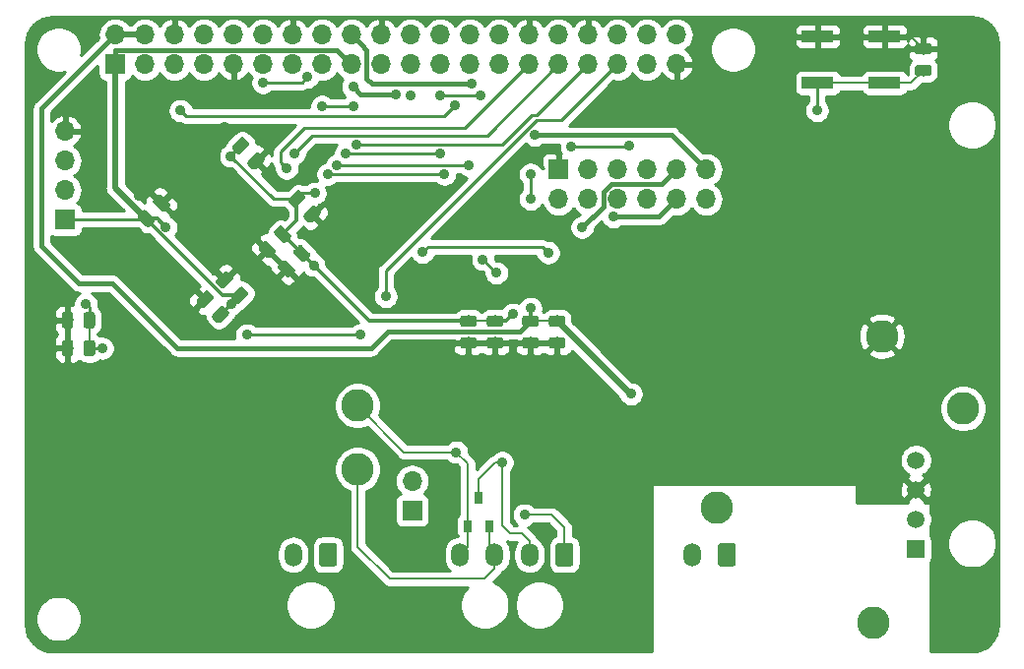
<source format=gbr>
G04 #@! TF.GenerationSoftware,KiCad,Pcbnew,(5.1.4)-1*
G04 #@! TF.CreationDate,2019-09-21T14:34:18-05:00*
G04 #@! TF.ProjectId,BPSDisplay,42505344-6973-4706-9c61-792e6b696361,rev?*
G04 #@! TF.SameCoordinates,Original*
G04 #@! TF.FileFunction,Copper,L2,Bot*
G04 #@! TF.FilePolarity,Positive*
%FSLAX46Y46*%
G04 Gerber Fmt 4.6, Leading zero omitted, Abs format (unit mm)*
G04 Created by KiCad (PCBNEW (5.1.4)-1) date 2019-09-21 14:34:18*
%MOMM*%
%LPD*%
G04 APERTURE LIST*
%ADD10R,1.700000X1.700000*%
%ADD11O,1.700000X1.700000*%
%ADD12C,0.150000*%
%ADD13C,0.975000*%
%ADD14C,1.500000*%
%ADD15O,1.500000X2.020000*%
%ADD16R,2.750000X1.000000*%
%ADD17R,0.700000X1.000000*%
%ADD18C,2.800000*%
%ADD19R,1.508000X1.524000*%
%ADD20C,1.508000*%
%ADD21C,0.900000*%
%ADD22C,0.200000*%
%ADD23C,0.304800*%
%ADD24C,0.254000*%
%ADD25C,0.508000*%
%ADD26C,0.381000*%
%ADD27C,0.203200*%
G04 APERTURE END LIST*
D10*
X208370000Y-98770000D03*
D11*
X208370000Y-96230000D03*
X210910000Y-98770000D03*
X210910000Y-96230000D03*
X213450000Y-98770000D03*
X213450000Y-96230000D03*
X215990000Y-98770000D03*
X215990000Y-96230000D03*
X218530000Y-98770000D03*
X218530000Y-96230000D03*
X221070000Y-98770000D03*
X221070000Y-96230000D03*
X223610000Y-98770000D03*
X223610000Y-96230000D03*
X226150000Y-98770000D03*
X226150000Y-96230000D03*
X228690000Y-98770000D03*
X228690000Y-96230000D03*
X231230000Y-98770000D03*
X231230000Y-96230000D03*
X233770000Y-98770000D03*
X233770000Y-96230000D03*
X236310000Y-98770000D03*
X236310000Y-96230000D03*
X238850000Y-98770000D03*
X238850000Y-96230000D03*
X241390000Y-98770000D03*
X241390000Y-96230000D03*
X243930000Y-98770000D03*
X243930000Y-96230000D03*
X246470000Y-98770000D03*
X246470000Y-96230000D03*
X249010000Y-98770000D03*
X249010000Y-96230000D03*
X251550000Y-98770000D03*
X251550000Y-96230000D03*
X254090000Y-98770000D03*
X254090000Y-96230000D03*
X256630000Y-98770000D03*
X256630000Y-96230000D03*
D12*
G36*
X225475065Y-110936362D02*
G01*
X225498726Y-110939872D01*
X225521930Y-110945684D01*
X225544452Y-110953742D01*
X225566076Y-110963970D01*
X225586593Y-110976267D01*
X225605806Y-110990517D01*
X225623530Y-111006581D01*
X225968245Y-111351296D01*
X225984309Y-111369020D01*
X225998559Y-111388233D01*
X226010856Y-111408750D01*
X226021084Y-111430374D01*
X226029142Y-111452896D01*
X226034954Y-111476100D01*
X226038464Y-111499761D01*
X226039638Y-111523653D01*
X226038464Y-111547545D01*
X226034954Y-111571206D01*
X226029142Y-111594410D01*
X226021084Y-111616932D01*
X226010856Y-111638556D01*
X225998559Y-111659073D01*
X225984309Y-111678286D01*
X225968245Y-111696010D01*
X225323010Y-112341245D01*
X225305286Y-112357309D01*
X225286073Y-112371559D01*
X225265556Y-112383856D01*
X225243932Y-112394084D01*
X225221410Y-112402142D01*
X225198206Y-112407954D01*
X225174545Y-112411464D01*
X225150653Y-112412638D01*
X225126761Y-112411464D01*
X225103100Y-112407954D01*
X225079896Y-112402142D01*
X225057374Y-112394084D01*
X225035750Y-112383856D01*
X225015233Y-112371559D01*
X224996020Y-112357309D01*
X224978296Y-112341245D01*
X224633581Y-111996530D01*
X224617517Y-111978806D01*
X224603267Y-111959593D01*
X224590970Y-111939076D01*
X224580742Y-111917452D01*
X224572684Y-111894930D01*
X224566872Y-111871726D01*
X224563362Y-111848065D01*
X224562188Y-111824173D01*
X224563362Y-111800281D01*
X224566872Y-111776620D01*
X224572684Y-111753416D01*
X224580742Y-111730894D01*
X224590970Y-111709270D01*
X224603267Y-111688753D01*
X224617517Y-111669540D01*
X224633581Y-111651816D01*
X225278816Y-111006581D01*
X225296540Y-110990517D01*
X225315753Y-110976267D01*
X225336270Y-110963970D01*
X225357894Y-110953742D01*
X225380416Y-110945684D01*
X225403620Y-110939872D01*
X225427281Y-110936362D01*
X225451173Y-110935188D01*
X225475065Y-110936362D01*
X225475065Y-110936362D01*
G37*
D13*
X225300913Y-111673913D03*
D12*
G36*
X224149239Y-109610536D02*
G01*
X224172900Y-109614046D01*
X224196104Y-109619858D01*
X224218626Y-109627916D01*
X224240250Y-109638144D01*
X224260767Y-109650441D01*
X224279980Y-109664691D01*
X224297704Y-109680755D01*
X224642419Y-110025470D01*
X224658483Y-110043194D01*
X224672733Y-110062407D01*
X224685030Y-110082924D01*
X224695258Y-110104548D01*
X224703316Y-110127070D01*
X224709128Y-110150274D01*
X224712638Y-110173935D01*
X224713812Y-110197827D01*
X224712638Y-110221719D01*
X224709128Y-110245380D01*
X224703316Y-110268584D01*
X224695258Y-110291106D01*
X224685030Y-110312730D01*
X224672733Y-110333247D01*
X224658483Y-110352460D01*
X224642419Y-110370184D01*
X223997184Y-111015419D01*
X223979460Y-111031483D01*
X223960247Y-111045733D01*
X223939730Y-111058030D01*
X223918106Y-111068258D01*
X223895584Y-111076316D01*
X223872380Y-111082128D01*
X223848719Y-111085638D01*
X223824827Y-111086812D01*
X223800935Y-111085638D01*
X223777274Y-111082128D01*
X223754070Y-111076316D01*
X223731548Y-111068258D01*
X223709924Y-111058030D01*
X223689407Y-111045733D01*
X223670194Y-111031483D01*
X223652470Y-111015419D01*
X223307755Y-110670704D01*
X223291691Y-110652980D01*
X223277441Y-110633767D01*
X223265144Y-110613250D01*
X223254916Y-110591626D01*
X223246858Y-110569104D01*
X223241046Y-110545900D01*
X223237536Y-110522239D01*
X223236362Y-110498347D01*
X223237536Y-110474455D01*
X223241046Y-110450794D01*
X223246858Y-110427590D01*
X223254916Y-110405068D01*
X223265144Y-110383444D01*
X223277441Y-110362927D01*
X223291691Y-110343714D01*
X223307755Y-110325990D01*
X223952990Y-109680755D01*
X223970714Y-109664691D01*
X223989927Y-109650441D01*
X224010444Y-109638144D01*
X224032068Y-109627916D01*
X224054590Y-109619858D01*
X224077794Y-109614046D01*
X224101455Y-109610536D01*
X224125347Y-109609362D01*
X224149239Y-109610536D01*
X224149239Y-109610536D01*
G37*
D13*
X223975087Y-110348087D03*
D12*
G36*
X217601065Y-119572362D02*
G01*
X217624726Y-119575872D01*
X217647930Y-119581684D01*
X217670452Y-119589742D01*
X217692076Y-119599970D01*
X217712593Y-119612267D01*
X217731806Y-119626517D01*
X217749530Y-119642581D01*
X218094245Y-119987296D01*
X218110309Y-120005020D01*
X218124559Y-120024233D01*
X218136856Y-120044750D01*
X218147084Y-120066374D01*
X218155142Y-120088896D01*
X218160954Y-120112100D01*
X218164464Y-120135761D01*
X218165638Y-120159653D01*
X218164464Y-120183545D01*
X218160954Y-120207206D01*
X218155142Y-120230410D01*
X218147084Y-120252932D01*
X218136856Y-120274556D01*
X218124559Y-120295073D01*
X218110309Y-120314286D01*
X218094245Y-120332010D01*
X217449010Y-120977245D01*
X217431286Y-120993309D01*
X217412073Y-121007559D01*
X217391556Y-121019856D01*
X217369932Y-121030084D01*
X217347410Y-121038142D01*
X217324206Y-121043954D01*
X217300545Y-121047464D01*
X217276653Y-121048638D01*
X217252761Y-121047464D01*
X217229100Y-121043954D01*
X217205896Y-121038142D01*
X217183374Y-121030084D01*
X217161750Y-121019856D01*
X217141233Y-121007559D01*
X217122020Y-120993309D01*
X217104296Y-120977245D01*
X216759581Y-120632530D01*
X216743517Y-120614806D01*
X216729267Y-120595593D01*
X216716970Y-120575076D01*
X216706742Y-120553452D01*
X216698684Y-120530930D01*
X216692872Y-120507726D01*
X216689362Y-120484065D01*
X216688188Y-120460173D01*
X216689362Y-120436281D01*
X216692872Y-120412620D01*
X216698684Y-120389416D01*
X216706742Y-120366894D01*
X216716970Y-120345270D01*
X216729267Y-120324753D01*
X216743517Y-120305540D01*
X216759581Y-120287816D01*
X217404816Y-119642581D01*
X217422540Y-119626517D01*
X217441753Y-119612267D01*
X217462270Y-119599970D01*
X217483894Y-119589742D01*
X217506416Y-119581684D01*
X217529620Y-119575872D01*
X217553281Y-119572362D01*
X217577173Y-119571188D01*
X217601065Y-119572362D01*
X217601065Y-119572362D01*
G37*
D13*
X217426913Y-120309913D03*
D12*
G36*
X216275239Y-118246536D02*
G01*
X216298900Y-118250046D01*
X216322104Y-118255858D01*
X216344626Y-118263916D01*
X216366250Y-118274144D01*
X216386767Y-118286441D01*
X216405980Y-118300691D01*
X216423704Y-118316755D01*
X216768419Y-118661470D01*
X216784483Y-118679194D01*
X216798733Y-118698407D01*
X216811030Y-118718924D01*
X216821258Y-118740548D01*
X216829316Y-118763070D01*
X216835128Y-118786274D01*
X216838638Y-118809935D01*
X216839812Y-118833827D01*
X216838638Y-118857719D01*
X216835128Y-118881380D01*
X216829316Y-118904584D01*
X216821258Y-118927106D01*
X216811030Y-118948730D01*
X216798733Y-118969247D01*
X216784483Y-118988460D01*
X216768419Y-119006184D01*
X216123184Y-119651419D01*
X216105460Y-119667483D01*
X216086247Y-119681733D01*
X216065730Y-119694030D01*
X216044106Y-119704258D01*
X216021584Y-119712316D01*
X215998380Y-119718128D01*
X215974719Y-119721638D01*
X215950827Y-119722812D01*
X215926935Y-119721638D01*
X215903274Y-119718128D01*
X215880070Y-119712316D01*
X215857548Y-119704258D01*
X215835924Y-119694030D01*
X215815407Y-119681733D01*
X215796194Y-119667483D01*
X215778470Y-119651419D01*
X215433755Y-119306704D01*
X215417691Y-119288980D01*
X215403441Y-119269767D01*
X215391144Y-119249250D01*
X215380916Y-119227626D01*
X215372858Y-119205104D01*
X215367046Y-119181900D01*
X215363536Y-119158239D01*
X215362362Y-119134347D01*
X215363536Y-119110455D01*
X215367046Y-119086794D01*
X215372858Y-119063590D01*
X215380916Y-119041068D01*
X215391144Y-119019444D01*
X215403441Y-118998927D01*
X215417691Y-118979714D01*
X215433755Y-118961990D01*
X216078990Y-118316755D01*
X216096714Y-118300691D01*
X216115927Y-118286441D01*
X216136444Y-118274144D01*
X216158068Y-118263916D01*
X216180590Y-118255858D01*
X216203794Y-118250046D01*
X216227455Y-118246536D01*
X216251347Y-118245362D01*
X216275239Y-118246536D01*
X216275239Y-118246536D01*
G37*
D13*
X216101087Y-118984087D03*
D12*
G36*
X219323239Y-105038536D02*
G01*
X219346900Y-105042046D01*
X219370104Y-105047858D01*
X219392626Y-105055916D01*
X219414250Y-105066144D01*
X219434767Y-105078441D01*
X219453980Y-105092691D01*
X219471704Y-105108755D01*
X219816419Y-105453470D01*
X219832483Y-105471194D01*
X219846733Y-105490407D01*
X219859030Y-105510924D01*
X219869258Y-105532548D01*
X219877316Y-105555070D01*
X219883128Y-105578274D01*
X219886638Y-105601935D01*
X219887812Y-105625827D01*
X219886638Y-105649719D01*
X219883128Y-105673380D01*
X219877316Y-105696584D01*
X219869258Y-105719106D01*
X219859030Y-105740730D01*
X219846733Y-105761247D01*
X219832483Y-105780460D01*
X219816419Y-105798184D01*
X219171184Y-106443419D01*
X219153460Y-106459483D01*
X219134247Y-106473733D01*
X219113730Y-106486030D01*
X219092106Y-106496258D01*
X219069584Y-106504316D01*
X219046380Y-106510128D01*
X219022719Y-106513638D01*
X218998827Y-106514812D01*
X218974935Y-106513638D01*
X218951274Y-106510128D01*
X218928070Y-106504316D01*
X218905548Y-106496258D01*
X218883924Y-106486030D01*
X218863407Y-106473733D01*
X218844194Y-106459483D01*
X218826470Y-106443419D01*
X218481755Y-106098704D01*
X218465691Y-106080980D01*
X218451441Y-106061767D01*
X218439144Y-106041250D01*
X218428916Y-106019626D01*
X218420858Y-105997104D01*
X218415046Y-105973900D01*
X218411536Y-105950239D01*
X218410362Y-105926347D01*
X218411536Y-105902455D01*
X218415046Y-105878794D01*
X218420858Y-105855590D01*
X218428916Y-105833068D01*
X218439144Y-105811444D01*
X218451441Y-105790927D01*
X218465691Y-105771714D01*
X218481755Y-105753990D01*
X219126990Y-105108755D01*
X219144714Y-105092691D01*
X219163927Y-105078441D01*
X219184444Y-105066144D01*
X219206068Y-105055916D01*
X219228590Y-105047858D01*
X219251794Y-105042046D01*
X219275455Y-105038536D01*
X219299347Y-105037362D01*
X219323239Y-105038536D01*
X219323239Y-105038536D01*
G37*
D13*
X219149087Y-105776087D03*
D12*
G36*
X220649065Y-106364362D02*
G01*
X220672726Y-106367872D01*
X220695930Y-106373684D01*
X220718452Y-106381742D01*
X220740076Y-106391970D01*
X220760593Y-106404267D01*
X220779806Y-106418517D01*
X220797530Y-106434581D01*
X221142245Y-106779296D01*
X221158309Y-106797020D01*
X221172559Y-106816233D01*
X221184856Y-106836750D01*
X221195084Y-106858374D01*
X221203142Y-106880896D01*
X221208954Y-106904100D01*
X221212464Y-106927761D01*
X221213638Y-106951653D01*
X221212464Y-106975545D01*
X221208954Y-106999206D01*
X221203142Y-107022410D01*
X221195084Y-107044932D01*
X221184856Y-107066556D01*
X221172559Y-107087073D01*
X221158309Y-107106286D01*
X221142245Y-107124010D01*
X220497010Y-107769245D01*
X220479286Y-107785309D01*
X220460073Y-107799559D01*
X220439556Y-107811856D01*
X220417932Y-107822084D01*
X220395410Y-107830142D01*
X220372206Y-107835954D01*
X220348545Y-107839464D01*
X220324653Y-107840638D01*
X220300761Y-107839464D01*
X220277100Y-107835954D01*
X220253896Y-107830142D01*
X220231374Y-107822084D01*
X220209750Y-107811856D01*
X220189233Y-107799559D01*
X220170020Y-107785309D01*
X220152296Y-107769245D01*
X219807581Y-107424530D01*
X219791517Y-107406806D01*
X219777267Y-107387593D01*
X219764970Y-107367076D01*
X219754742Y-107345452D01*
X219746684Y-107322930D01*
X219740872Y-107299726D01*
X219737362Y-107276065D01*
X219736188Y-107252173D01*
X219737362Y-107228281D01*
X219740872Y-107204620D01*
X219746684Y-107181416D01*
X219754742Y-107158894D01*
X219764970Y-107137270D01*
X219777267Y-107116753D01*
X219791517Y-107097540D01*
X219807581Y-107079816D01*
X220452816Y-106434581D01*
X220470540Y-106418517D01*
X220489753Y-106404267D01*
X220510270Y-106391970D01*
X220531894Y-106381742D01*
X220554416Y-106373684D01*
X220577620Y-106367872D01*
X220601281Y-106364362D01*
X220625173Y-106363188D01*
X220649065Y-106364362D01*
X220649065Y-106364362D01*
G37*
D13*
X220474913Y-107101913D03*
D12*
G36*
X210894719Y-111317362D02*
G01*
X210918380Y-111320872D01*
X210941584Y-111326684D01*
X210964106Y-111334742D01*
X210985730Y-111344970D01*
X211006247Y-111357267D01*
X211025460Y-111371517D01*
X211043184Y-111387581D01*
X211688419Y-112032816D01*
X211704483Y-112050540D01*
X211718733Y-112069753D01*
X211731030Y-112090270D01*
X211741258Y-112111894D01*
X211749316Y-112134416D01*
X211755128Y-112157620D01*
X211758638Y-112181281D01*
X211759812Y-112205173D01*
X211758638Y-112229065D01*
X211755128Y-112252726D01*
X211749316Y-112275930D01*
X211741258Y-112298452D01*
X211731030Y-112320076D01*
X211718733Y-112340593D01*
X211704483Y-112359806D01*
X211688419Y-112377530D01*
X211343704Y-112722245D01*
X211325980Y-112738309D01*
X211306767Y-112752559D01*
X211286250Y-112764856D01*
X211264626Y-112775084D01*
X211242104Y-112783142D01*
X211218900Y-112788954D01*
X211195239Y-112792464D01*
X211171347Y-112793638D01*
X211147455Y-112792464D01*
X211123794Y-112788954D01*
X211100590Y-112783142D01*
X211078068Y-112775084D01*
X211056444Y-112764856D01*
X211035927Y-112752559D01*
X211016714Y-112738309D01*
X210998990Y-112722245D01*
X210353755Y-112077010D01*
X210337691Y-112059286D01*
X210323441Y-112040073D01*
X210311144Y-112019556D01*
X210300916Y-111997932D01*
X210292858Y-111975410D01*
X210287046Y-111952206D01*
X210283536Y-111928545D01*
X210282362Y-111904653D01*
X210283536Y-111880761D01*
X210287046Y-111857100D01*
X210292858Y-111833896D01*
X210300916Y-111811374D01*
X210311144Y-111789750D01*
X210323441Y-111769233D01*
X210337691Y-111750020D01*
X210353755Y-111732296D01*
X210698470Y-111387581D01*
X210716194Y-111371517D01*
X210735407Y-111357267D01*
X210755924Y-111344970D01*
X210777548Y-111334742D01*
X210800070Y-111326684D01*
X210823274Y-111320872D01*
X210846935Y-111317362D01*
X210870827Y-111316188D01*
X210894719Y-111317362D01*
X210894719Y-111317362D01*
G37*
D13*
X211021087Y-112054913D03*
D12*
G36*
X212220545Y-109991536D02*
G01*
X212244206Y-109995046D01*
X212267410Y-110000858D01*
X212289932Y-110008916D01*
X212311556Y-110019144D01*
X212332073Y-110031441D01*
X212351286Y-110045691D01*
X212369010Y-110061755D01*
X213014245Y-110706990D01*
X213030309Y-110724714D01*
X213044559Y-110743927D01*
X213056856Y-110764444D01*
X213067084Y-110786068D01*
X213075142Y-110808590D01*
X213080954Y-110831794D01*
X213084464Y-110855455D01*
X213085638Y-110879347D01*
X213084464Y-110903239D01*
X213080954Y-110926900D01*
X213075142Y-110950104D01*
X213067084Y-110972626D01*
X213056856Y-110994250D01*
X213044559Y-111014767D01*
X213030309Y-111033980D01*
X213014245Y-111051704D01*
X212669530Y-111396419D01*
X212651806Y-111412483D01*
X212632593Y-111426733D01*
X212612076Y-111439030D01*
X212590452Y-111449258D01*
X212567930Y-111457316D01*
X212544726Y-111463128D01*
X212521065Y-111466638D01*
X212497173Y-111467812D01*
X212473281Y-111466638D01*
X212449620Y-111463128D01*
X212426416Y-111457316D01*
X212403894Y-111449258D01*
X212382270Y-111439030D01*
X212361753Y-111426733D01*
X212342540Y-111412483D01*
X212324816Y-111396419D01*
X211679581Y-110751184D01*
X211663517Y-110733460D01*
X211649267Y-110714247D01*
X211636970Y-110693730D01*
X211626742Y-110672106D01*
X211618684Y-110649584D01*
X211612872Y-110626380D01*
X211609362Y-110602719D01*
X211608188Y-110578827D01*
X211609362Y-110554935D01*
X211612872Y-110531274D01*
X211618684Y-110508070D01*
X211626742Y-110485548D01*
X211636970Y-110463924D01*
X211649267Y-110443407D01*
X211663517Y-110424194D01*
X211679581Y-110406470D01*
X212024296Y-110061755D01*
X212042020Y-110045691D01*
X212061233Y-110031441D01*
X212081750Y-110019144D01*
X212103374Y-110008916D01*
X212125896Y-110000858D01*
X212149100Y-109995046D01*
X212172761Y-109991536D01*
X212196653Y-109990362D01*
X212220545Y-109991536D01*
X212220545Y-109991536D01*
G37*
D13*
X212346913Y-110729087D03*
D12*
G36*
X219252065Y-117921362D02*
G01*
X219275726Y-117924872D01*
X219298930Y-117930684D01*
X219321452Y-117938742D01*
X219343076Y-117948970D01*
X219363593Y-117961267D01*
X219382806Y-117975517D01*
X219400530Y-117991581D01*
X219745245Y-118336296D01*
X219761309Y-118354020D01*
X219775559Y-118373233D01*
X219787856Y-118393750D01*
X219798084Y-118415374D01*
X219806142Y-118437896D01*
X219811954Y-118461100D01*
X219815464Y-118484761D01*
X219816638Y-118508653D01*
X219815464Y-118532545D01*
X219811954Y-118556206D01*
X219806142Y-118579410D01*
X219798084Y-118601932D01*
X219787856Y-118623556D01*
X219775559Y-118644073D01*
X219761309Y-118663286D01*
X219745245Y-118681010D01*
X219100010Y-119326245D01*
X219082286Y-119342309D01*
X219063073Y-119356559D01*
X219042556Y-119368856D01*
X219020932Y-119379084D01*
X218998410Y-119387142D01*
X218975206Y-119392954D01*
X218951545Y-119396464D01*
X218927653Y-119397638D01*
X218903761Y-119396464D01*
X218880100Y-119392954D01*
X218856896Y-119387142D01*
X218834374Y-119379084D01*
X218812750Y-119368856D01*
X218792233Y-119356559D01*
X218773020Y-119342309D01*
X218755296Y-119326245D01*
X218410581Y-118981530D01*
X218394517Y-118963806D01*
X218380267Y-118944593D01*
X218367970Y-118924076D01*
X218357742Y-118902452D01*
X218349684Y-118879930D01*
X218343872Y-118856726D01*
X218340362Y-118833065D01*
X218339188Y-118809173D01*
X218340362Y-118785281D01*
X218343872Y-118761620D01*
X218349684Y-118738416D01*
X218357742Y-118715894D01*
X218367970Y-118694270D01*
X218380267Y-118673753D01*
X218394517Y-118654540D01*
X218410581Y-118636816D01*
X219055816Y-117991581D01*
X219073540Y-117975517D01*
X219092753Y-117961267D01*
X219113270Y-117948970D01*
X219134894Y-117938742D01*
X219157416Y-117930684D01*
X219180620Y-117924872D01*
X219204281Y-117921362D01*
X219228173Y-117920188D01*
X219252065Y-117921362D01*
X219252065Y-117921362D01*
G37*
D13*
X219077913Y-118658913D03*
D12*
G36*
X217926239Y-116595536D02*
G01*
X217949900Y-116599046D01*
X217973104Y-116604858D01*
X217995626Y-116612916D01*
X218017250Y-116623144D01*
X218037767Y-116635441D01*
X218056980Y-116649691D01*
X218074704Y-116665755D01*
X218419419Y-117010470D01*
X218435483Y-117028194D01*
X218449733Y-117047407D01*
X218462030Y-117067924D01*
X218472258Y-117089548D01*
X218480316Y-117112070D01*
X218486128Y-117135274D01*
X218489638Y-117158935D01*
X218490812Y-117182827D01*
X218489638Y-117206719D01*
X218486128Y-117230380D01*
X218480316Y-117253584D01*
X218472258Y-117276106D01*
X218462030Y-117297730D01*
X218449733Y-117318247D01*
X218435483Y-117337460D01*
X218419419Y-117355184D01*
X217774184Y-118000419D01*
X217756460Y-118016483D01*
X217737247Y-118030733D01*
X217716730Y-118043030D01*
X217695106Y-118053258D01*
X217672584Y-118061316D01*
X217649380Y-118067128D01*
X217625719Y-118070638D01*
X217601827Y-118071812D01*
X217577935Y-118070638D01*
X217554274Y-118067128D01*
X217531070Y-118061316D01*
X217508548Y-118053258D01*
X217486924Y-118043030D01*
X217466407Y-118030733D01*
X217447194Y-118016483D01*
X217429470Y-118000419D01*
X217084755Y-117655704D01*
X217068691Y-117637980D01*
X217054441Y-117618767D01*
X217042144Y-117598250D01*
X217031916Y-117576626D01*
X217023858Y-117554104D01*
X217018046Y-117530900D01*
X217014536Y-117507239D01*
X217013362Y-117483347D01*
X217014536Y-117459455D01*
X217018046Y-117435794D01*
X217023858Y-117412590D01*
X217031916Y-117390068D01*
X217042144Y-117368444D01*
X217054441Y-117347927D01*
X217068691Y-117328714D01*
X217084755Y-117310990D01*
X217729990Y-116665755D01*
X217747714Y-116649691D01*
X217766927Y-116635441D01*
X217787444Y-116623144D01*
X217809068Y-116612916D01*
X217831590Y-116604858D01*
X217854794Y-116599046D01*
X217878455Y-116595536D01*
X217902347Y-116594362D01*
X217926239Y-116595536D01*
X217926239Y-116595536D01*
G37*
D13*
X217752087Y-117333087D03*
D12*
G36*
X222959719Y-115635362D02*
G01*
X222983380Y-115638872D01*
X223006584Y-115644684D01*
X223029106Y-115652742D01*
X223050730Y-115662970D01*
X223071247Y-115675267D01*
X223090460Y-115689517D01*
X223108184Y-115705581D01*
X223753419Y-116350816D01*
X223769483Y-116368540D01*
X223783733Y-116387753D01*
X223796030Y-116408270D01*
X223806258Y-116429894D01*
X223814316Y-116452416D01*
X223820128Y-116475620D01*
X223823638Y-116499281D01*
X223824812Y-116523173D01*
X223823638Y-116547065D01*
X223820128Y-116570726D01*
X223814316Y-116593930D01*
X223806258Y-116616452D01*
X223796030Y-116638076D01*
X223783733Y-116658593D01*
X223769483Y-116677806D01*
X223753419Y-116695530D01*
X223408704Y-117040245D01*
X223390980Y-117056309D01*
X223371767Y-117070559D01*
X223351250Y-117082856D01*
X223329626Y-117093084D01*
X223307104Y-117101142D01*
X223283900Y-117106954D01*
X223260239Y-117110464D01*
X223236347Y-117111638D01*
X223212455Y-117110464D01*
X223188794Y-117106954D01*
X223165590Y-117101142D01*
X223143068Y-117093084D01*
X223121444Y-117082856D01*
X223100927Y-117070559D01*
X223081714Y-117056309D01*
X223063990Y-117040245D01*
X222418755Y-116395010D01*
X222402691Y-116377286D01*
X222388441Y-116358073D01*
X222376144Y-116337556D01*
X222365916Y-116315932D01*
X222357858Y-116293410D01*
X222352046Y-116270206D01*
X222348536Y-116246545D01*
X222347362Y-116222653D01*
X222348536Y-116198761D01*
X222352046Y-116175100D01*
X222357858Y-116151896D01*
X222365916Y-116129374D01*
X222376144Y-116107750D01*
X222388441Y-116087233D01*
X222402691Y-116068020D01*
X222418755Y-116050296D01*
X222763470Y-115705581D01*
X222781194Y-115689517D01*
X222800407Y-115675267D01*
X222820924Y-115662970D01*
X222842548Y-115652742D01*
X222865070Y-115644684D01*
X222888274Y-115638872D01*
X222911935Y-115635362D01*
X222935827Y-115634188D01*
X222959719Y-115635362D01*
X222959719Y-115635362D01*
G37*
D13*
X223086087Y-116372913D03*
D12*
G36*
X224285545Y-114309536D02*
G01*
X224309206Y-114313046D01*
X224332410Y-114318858D01*
X224354932Y-114326916D01*
X224376556Y-114337144D01*
X224397073Y-114349441D01*
X224416286Y-114363691D01*
X224434010Y-114379755D01*
X225079245Y-115024990D01*
X225095309Y-115042714D01*
X225109559Y-115061927D01*
X225121856Y-115082444D01*
X225132084Y-115104068D01*
X225140142Y-115126590D01*
X225145954Y-115149794D01*
X225149464Y-115173455D01*
X225150638Y-115197347D01*
X225149464Y-115221239D01*
X225145954Y-115244900D01*
X225140142Y-115268104D01*
X225132084Y-115290626D01*
X225121856Y-115312250D01*
X225109559Y-115332767D01*
X225095309Y-115351980D01*
X225079245Y-115369704D01*
X224734530Y-115714419D01*
X224716806Y-115730483D01*
X224697593Y-115744733D01*
X224677076Y-115757030D01*
X224655452Y-115767258D01*
X224632930Y-115775316D01*
X224609726Y-115781128D01*
X224586065Y-115784638D01*
X224562173Y-115785812D01*
X224538281Y-115784638D01*
X224514620Y-115781128D01*
X224491416Y-115775316D01*
X224468894Y-115767258D01*
X224447270Y-115757030D01*
X224426753Y-115744733D01*
X224407540Y-115730483D01*
X224389816Y-115714419D01*
X223744581Y-115069184D01*
X223728517Y-115051460D01*
X223714267Y-115032247D01*
X223701970Y-115011730D01*
X223691742Y-114990106D01*
X223683684Y-114967584D01*
X223677872Y-114944380D01*
X223674362Y-114920719D01*
X223673188Y-114896827D01*
X223674362Y-114872935D01*
X223677872Y-114849274D01*
X223683684Y-114826070D01*
X223691742Y-114803548D01*
X223701970Y-114781924D01*
X223714267Y-114761407D01*
X223728517Y-114742194D01*
X223744581Y-114724470D01*
X224089296Y-114379755D01*
X224107020Y-114363691D01*
X224126233Y-114349441D01*
X224146750Y-114337144D01*
X224168374Y-114326916D01*
X224190896Y-114318858D01*
X224214100Y-114313046D01*
X224237761Y-114309536D01*
X224261653Y-114308362D01*
X224285545Y-114309536D01*
X224285545Y-114309536D01*
G37*
D13*
X224411913Y-115047087D03*
D12*
G36*
X222634545Y-112658536D02*
G01*
X222658206Y-112662046D01*
X222681410Y-112667858D01*
X222703932Y-112675916D01*
X222725556Y-112686144D01*
X222746073Y-112698441D01*
X222765286Y-112712691D01*
X222783010Y-112728755D01*
X223428245Y-113373990D01*
X223444309Y-113391714D01*
X223458559Y-113410927D01*
X223470856Y-113431444D01*
X223481084Y-113453068D01*
X223489142Y-113475590D01*
X223494954Y-113498794D01*
X223498464Y-113522455D01*
X223499638Y-113546347D01*
X223498464Y-113570239D01*
X223494954Y-113593900D01*
X223489142Y-113617104D01*
X223481084Y-113639626D01*
X223470856Y-113661250D01*
X223458559Y-113681767D01*
X223444309Y-113700980D01*
X223428245Y-113718704D01*
X223083530Y-114063419D01*
X223065806Y-114079483D01*
X223046593Y-114093733D01*
X223026076Y-114106030D01*
X223004452Y-114116258D01*
X222981930Y-114124316D01*
X222958726Y-114130128D01*
X222935065Y-114133638D01*
X222911173Y-114134812D01*
X222887281Y-114133638D01*
X222863620Y-114130128D01*
X222840416Y-114124316D01*
X222817894Y-114116258D01*
X222796270Y-114106030D01*
X222775753Y-114093733D01*
X222756540Y-114079483D01*
X222738816Y-114063419D01*
X222093581Y-113418184D01*
X222077517Y-113400460D01*
X222063267Y-113381247D01*
X222050970Y-113360730D01*
X222040742Y-113339106D01*
X222032684Y-113316584D01*
X222026872Y-113293380D01*
X222023362Y-113269719D01*
X222022188Y-113245827D01*
X222023362Y-113221935D01*
X222026872Y-113198274D01*
X222032684Y-113175070D01*
X222040742Y-113152548D01*
X222050970Y-113130924D01*
X222063267Y-113110407D01*
X222077517Y-113091194D01*
X222093581Y-113073470D01*
X222438296Y-112728755D01*
X222456020Y-112712691D01*
X222475233Y-112698441D01*
X222495750Y-112686144D01*
X222517374Y-112675916D01*
X222539896Y-112667858D01*
X222563100Y-112662046D01*
X222586761Y-112658536D01*
X222610653Y-112657362D01*
X222634545Y-112658536D01*
X222634545Y-112658536D01*
G37*
D13*
X222760913Y-113396087D03*
D12*
G36*
X221308719Y-113984362D02*
G01*
X221332380Y-113987872D01*
X221355584Y-113993684D01*
X221378106Y-114001742D01*
X221399730Y-114011970D01*
X221420247Y-114024267D01*
X221439460Y-114038517D01*
X221457184Y-114054581D01*
X222102419Y-114699816D01*
X222118483Y-114717540D01*
X222132733Y-114736753D01*
X222145030Y-114757270D01*
X222155258Y-114778894D01*
X222163316Y-114801416D01*
X222169128Y-114824620D01*
X222172638Y-114848281D01*
X222173812Y-114872173D01*
X222172638Y-114896065D01*
X222169128Y-114919726D01*
X222163316Y-114942930D01*
X222155258Y-114965452D01*
X222145030Y-114987076D01*
X222132733Y-115007593D01*
X222118483Y-115026806D01*
X222102419Y-115044530D01*
X221757704Y-115389245D01*
X221739980Y-115405309D01*
X221720767Y-115419559D01*
X221700250Y-115431856D01*
X221678626Y-115442084D01*
X221656104Y-115450142D01*
X221632900Y-115455954D01*
X221609239Y-115459464D01*
X221585347Y-115460638D01*
X221561455Y-115459464D01*
X221537794Y-115455954D01*
X221514590Y-115450142D01*
X221492068Y-115442084D01*
X221470444Y-115431856D01*
X221449927Y-115419559D01*
X221430714Y-115405309D01*
X221412990Y-115389245D01*
X220767755Y-114744010D01*
X220751691Y-114726286D01*
X220737441Y-114707073D01*
X220725144Y-114686556D01*
X220714916Y-114664932D01*
X220706858Y-114642410D01*
X220701046Y-114619206D01*
X220697536Y-114595545D01*
X220696362Y-114571653D01*
X220697536Y-114547761D01*
X220701046Y-114524100D01*
X220706858Y-114500896D01*
X220714916Y-114478374D01*
X220725144Y-114456750D01*
X220737441Y-114436233D01*
X220751691Y-114417020D01*
X220767755Y-114399296D01*
X221112470Y-114054581D01*
X221130194Y-114038517D01*
X221149407Y-114024267D01*
X221169924Y-114011970D01*
X221191548Y-114001742D01*
X221214070Y-113993684D01*
X221237274Y-113987872D01*
X221260935Y-113984362D01*
X221284827Y-113983188D01*
X221308719Y-113984362D01*
X221308719Y-113984362D01*
G37*
D13*
X221435087Y-114721913D03*
D12*
G36*
X278327542Y-96952574D02*
G01*
X278351203Y-96956084D01*
X278374407Y-96961896D01*
X278396929Y-96969954D01*
X278418553Y-96980182D01*
X278439070Y-96992479D01*
X278458283Y-97006729D01*
X278476007Y-97022793D01*
X278492071Y-97040517D01*
X278506321Y-97059730D01*
X278518618Y-97080247D01*
X278528846Y-97101871D01*
X278536904Y-97124393D01*
X278542716Y-97147597D01*
X278546226Y-97171258D01*
X278547400Y-97195150D01*
X278547400Y-97682650D01*
X278546226Y-97706542D01*
X278542716Y-97730203D01*
X278536904Y-97753407D01*
X278528846Y-97775929D01*
X278518618Y-97797553D01*
X278506321Y-97818070D01*
X278492071Y-97837283D01*
X278476007Y-97855007D01*
X278458283Y-97871071D01*
X278439070Y-97885321D01*
X278418553Y-97897618D01*
X278396929Y-97907846D01*
X278374407Y-97915904D01*
X278351203Y-97921716D01*
X278327542Y-97925226D01*
X278303650Y-97926400D01*
X277391150Y-97926400D01*
X277367258Y-97925226D01*
X277343597Y-97921716D01*
X277320393Y-97915904D01*
X277297871Y-97907846D01*
X277276247Y-97897618D01*
X277255730Y-97885321D01*
X277236517Y-97871071D01*
X277218793Y-97855007D01*
X277202729Y-97837283D01*
X277188479Y-97818070D01*
X277176182Y-97797553D01*
X277165954Y-97775929D01*
X277157896Y-97753407D01*
X277152084Y-97730203D01*
X277148574Y-97706542D01*
X277147400Y-97682650D01*
X277147400Y-97195150D01*
X277148574Y-97171258D01*
X277152084Y-97147597D01*
X277157896Y-97124393D01*
X277165954Y-97101871D01*
X277176182Y-97080247D01*
X277188479Y-97059730D01*
X277202729Y-97040517D01*
X277218793Y-97022793D01*
X277236517Y-97006729D01*
X277255730Y-96992479D01*
X277276247Y-96980182D01*
X277297871Y-96969954D01*
X277320393Y-96961896D01*
X277343597Y-96956084D01*
X277367258Y-96952574D01*
X277391150Y-96951400D01*
X278303650Y-96951400D01*
X278327542Y-96952574D01*
X278327542Y-96952574D01*
G37*
D13*
X277847400Y-97438900D03*
D12*
G36*
X278327542Y-98827574D02*
G01*
X278351203Y-98831084D01*
X278374407Y-98836896D01*
X278396929Y-98844954D01*
X278418553Y-98855182D01*
X278439070Y-98867479D01*
X278458283Y-98881729D01*
X278476007Y-98897793D01*
X278492071Y-98915517D01*
X278506321Y-98934730D01*
X278518618Y-98955247D01*
X278528846Y-98976871D01*
X278536904Y-98999393D01*
X278542716Y-99022597D01*
X278546226Y-99046258D01*
X278547400Y-99070150D01*
X278547400Y-99557650D01*
X278546226Y-99581542D01*
X278542716Y-99605203D01*
X278536904Y-99628407D01*
X278528846Y-99650929D01*
X278518618Y-99672553D01*
X278506321Y-99693070D01*
X278492071Y-99712283D01*
X278476007Y-99730007D01*
X278458283Y-99746071D01*
X278439070Y-99760321D01*
X278418553Y-99772618D01*
X278396929Y-99782846D01*
X278374407Y-99790904D01*
X278351203Y-99796716D01*
X278327542Y-99800226D01*
X278303650Y-99801400D01*
X277391150Y-99801400D01*
X277367258Y-99800226D01*
X277343597Y-99796716D01*
X277320393Y-99790904D01*
X277297871Y-99782846D01*
X277276247Y-99772618D01*
X277255730Y-99760321D01*
X277236517Y-99746071D01*
X277218793Y-99730007D01*
X277202729Y-99712283D01*
X277188479Y-99693070D01*
X277176182Y-99672553D01*
X277165954Y-99650929D01*
X277157896Y-99628407D01*
X277152084Y-99605203D01*
X277148574Y-99581542D01*
X277147400Y-99557650D01*
X277147400Y-99070150D01*
X277148574Y-99046258D01*
X277152084Y-99022597D01*
X277157896Y-98999393D01*
X277165954Y-98976871D01*
X277176182Y-98955247D01*
X277188479Y-98934730D01*
X277202729Y-98915517D01*
X277218793Y-98897793D01*
X277236517Y-98881729D01*
X277255730Y-98867479D01*
X277276247Y-98855182D01*
X277297871Y-98844954D01*
X277320393Y-98836896D01*
X277343597Y-98831084D01*
X277367258Y-98827574D01*
X277391150Y-98826400D01*
X278303650Y-98826400D01*
X278327542Y-98827574D01*
X278327542Y-98827574D01*
G37*
D13*
X277847400Y-99313900D03*
D12*
G36*
X246835142Y-122257174D02*
G01*
X246858803Y-122260684D01*
X246882007Y-122266496D01*
X246904529Y-122274554D01*
X246926153Y-122284782D01*
X246946670Y-122297079D01*
X246965883Y-122311329D01*
X246983607Y-122327393D01*
X246999671Y-122345117D01*
X247013921Y-122364330D01*
X247026218Y-122384847D01*
X247036446Y-122406471D01*
X247044504Y-122428993D01*
X247050316Y-122452197D01*
X247053826Y-122475858D01*
X247055000Y-122499750D01*
X247055000Y-122987250D01*
X247053826Y-123011142D01*
X247050316Y-123034803D01*
X247044504Y-123058007D01*
X247036446Y-123080529D01*
X247026218Y-123102153D01*
X247013921Y-123122670D01*
X246999671Y-123141883D01*
X246983607Y-123159607D01*
X246965883Y-123175671D01*
X246946670Y-123189921D01*
X246926153Y-123202218D01*
X246904529Y-123212446D01*
X246882007Y-123220504D01*
X246858803Y-123226316D01*
X246835142Y-123229826D01*
X246811250Y-123231000D01*
X245898750Y-123231000D01*
X245874858Y-123229826D01*
X245851197Y-123226316D01*
X245827993Y-123220504D01*
X245805471Y-123212446D01*
X245783847Y-123202218D01*
X245763330Y-123189921D01*
X245744117Y-123175671D01*
X245726393Y-123159607D01*
X245710329Y-123141883D01*
X245696079Y-123122670D01*
X245683782Y-123102153D01*
X245673554Y-123080529D01*
X245665496Y-123058007D01*
X245659684Y-123034803D01*
X245656174Y-123011142D01*
X245655000Y-122987250D01*
X245655000Y-122499750D01*
X245656174Y-122475858D01*
X245659684Y-122452197D01*
X245665496Y-122428993D01*
X245673554Y-122406471D01*
X245683782Y-122384847D01*
X245696079Y-122364330D01*
X245710329Y-122345117D01*
X245726393Y-122327393D01*
X245744117Y-122311329D01*
X245763330Y-122297079D01*
X245783847Y-122284782D01*
X245805471Y-122274554D01*
X245827993Y-122266496D01*
X245851197Y-122260684D01*
X245874858Y-122257174D01*
X245898750Y-122256000D01*
X246811250Y-122256000D01*
X246835142Y-122257174D01*
X246835142Y-122257174D01*
G37*
D13*
X246355000Y-122743500D03*
D12*
G36*
X246835142Y-120382174D02*
G01*
X246858803Y-120385684D01*
X246882007Y-120391496D01*
X246904529Y-120399554D01*
X246926153Y-120409782D01*
X246946670Y-120422079D01*
X246965883Y-120436329D01*
X246983607Y-120452393D01*
X246999671Y-120470117D01*
X247013921Y-120489330D01*
X247026218Y-120509847D01*
X247036446Y-120531471D01*
X247044504Y-120553993D01*
X247050316Y-120577197D01*
X247053826Y-120600858D01*
X247055000Y-120624750D01*
X247055000Y-121112250D01*
X247053826Y-121136142D01*
X247050316Y-121159803D01*
X247044504Y-121183007D01*
X247036446Y-121205529D01*
X247026218Y-121227153D01*
X247013921Y-121247670D01*
X246999671Y-121266883D01*
X246983607Y-121284607D01*
X246965883Y-121300671D01*
X246946670Y-121314921D01*
X246926153Y-121327218D01*
X246904529Y-121337446D01*
X246882007Y-121345504D01*
X246858803Y-121351316D01*
X246835142Y-121354826D01*
X246811250Y-121356000D01*
X245898750Y-121356000D01*
X245874858Y-121354826D01*
X245851197Y-121351316D01*
X245827993Y-121345504D01*
X245805471Y-121337446D01*
X245783847Y-121327218D01*
X245763330Y-121314921D01*
X245744117Y-121300671D01*
X245726393Y-121284607D01*
X245710329Y-121266883D01*
X245696079Y-121247670D01*
X245683782Y-121227153D01*
X245673554Y-121205529D01*
X245665496Y-121183007D01*
X245659684Y-121159803D01*
X245656174Y-121136142D01*
X245655000Y-121112250D01*
X245655000Y-120624750D01*
X245656174Y-120600858D01*
X245659684Y-120577197D01*
X245665496Y-120553993D01*
X245673554Y-120531471D01*
X245683782Y-120509847D01*
X245696079Y-120489330D01*
X245710329Y-120470117D01*
X245726393Y-120452393D01*
X245744117Y-120436329D01*
X245763330Y-120422079D01*
X245783847Y-120409782D01*
X245805471Y-120399554D01*
X245827993Y-120391496D01*
X245851197Y-120385684D01*
X245874858Y-120382174D01*
X245898750Y-120381000D01*
X246811250Y-120381000D01*
X246835142Y-120382174D01*
X246835142Y-120382174D01*
G37*
D13*
X246355000Y-120868500D03*
D12*
G36*
X244549142Y-120382174D02*
G01*
X244572803Y-120385684D01*
X244596007Y-120391496D01*
X244618529Y-120399554D01*
X244640153Y-120409782D01*
X244660670Y-120422079D01*
X244679883Y-120436329D01*
X244697607Y-120452393D01*
X244713671Y-120470117D01*
X244727921Y-120489330D01*
X244740218Y-120509847D01*
X244750446Y-120531471D01*
X244758504Y-120553993D01*
X244764316Y-120577197D01*
X244767826Y-120600858D01*
X244769000Y-120624750D01*
X244769000Y-121112250D01*
X244767826Y-121136142D01*
X244764316Y-121159803D01*
X244758504Y-121183007D01*
X244750446Y-121205529D01*
X244740218Y-121227153D01*
X244727921Y-121247670D01*
X244713671Y-121266883D01*
X244697607Y-121284607D01*
X244679883Y-121300671D01*
X244660670Y-121314921D01*
X244640153Y-121327218D01*
X244618529Y-121337446D01*
X244596007Y-121345504D01*
X244572803Y-121351316D01*
X244549142Y-121354826D01*
X244525250Y-121356000D01*
X243612750Y-121356000D01*
X243588858Y-121354826D01*
X243565197Y-121351316D01*
X243541993Y-121345504D01*
X243519471Y-121337446D01*
X243497847Y-121327218D01*
X243477330Y-121314921D01*
X243458117Y-121300671D01*
X243440393Y-121284607D01*
X243424329Y-121266883D01*
X243410079Y-121247670D01*
X243397782Y-121227153D01*
X243387554Y-121205529D01*
X243379496Y-121183007D01*
X243373684Y-121159803D01*
X243370174Y-121136142D01*
X243369000Y-121112250D01*
X243369000Y-120624750D01*
X243370174Y-120600858D01*
X243373684Y-120577197D01*
X243379496Y-120553993D01*
X243387554Y-120531471D01*
X243397782Y-120509847D01*
X243410079Y-120489330D01*
X243424329Y-120470117D01*
X243440393Y-120452393D01*
X243458117Y-120436329D01*
X243477330Y-120422079D01*
X243497847Y-120409782D01*
X243519471Y-120399554D01*
X243541993Y-120391496D01*
X243565197Y-120385684D01*
X243588858Y-120382174D01*
X243612750Y-120381000D01*
X244525250Y-120381000D01*
X244549142Y-120382174D01*
X244549142Y-120382174D01*
G37*
D13*
X244069000Y-120868500D03*
D12*
G36*
X244549142Y-122257174D02*
G01*
X244572803Y-122260684D01*
X244596007Y-122266496D01*
X244618529Y-122274554D01*
X244640153Y-122284782D01*
X244660670Y-122297079D01*
X244679883Y-122311329D01*
X244697607Y-122327393D01*
X244713671Y-122345117D01*
X244727921Y-122364330D01*
X244740218Y-122384847D01*
X244750446Y-122406471D01*
X244758504Y-122428993D01*
X244764316Y-122452197D01*
X244767826Y-122475858D01*
X244769000Y-122499750D01*
X244769000Y-122987250D01*
X244767826Y-123011142D01*
X244764316Y-123034803D01*
X244758504Y-123058007D01*
X244750446Y-123080529D01*
X244740218Y-123102153D01*
X244727921Y-123122670D01*
X244713671Y-123141883D01*
X244697607Y-123159607D01*
X244679883Y-123175671D01*
X244660670Y-123189921D01*
X244640153Y-123202218D01*
X244618529Y-123212446D01*
X244596007Y-123220504D01*
X244572803Y-123226316D01*
X244549142Y-123229826D01*
X244525250Y-123231000D01*
X243612750Y-123231000D01*
X243588858Y-123229826D01*
X243565197Y-123226316D01*
X243541993Y-123220504D01*
X243519471Y-123212446D01*
X243497847Y-123202218D01*
X243477330Y-123189921D01*
X243458117Y-123175671D01*
X243440393Y-123159607D01*
X243424329Y-123141883D01*
X243410079Y-123122670D01*
X243397782Y-123102153D01*
X243387554Y-123080529D01*
X243379496Y-123058007D01*
X243373684Y-123034803D01*
X243370174Y-123011142D01*
X243369000Y-122987250D01*
X243369000Y-122499750D01*
X243370174Y-122475858D01*
X243373684Y-122452197D01*
X243379496Y-122428993D01*
X243387554Y-122406471D01*
X243397782Y-122384847D01*
X243410079Y-122364330D01*
X243424329Y-122345117D01*
X243440393Y-122327393D01*
X243458117Y-122311329D01*
X243477330Y-122297079D01*
X243497847Y-122284782D01*
X243519471Y-122274554D01*
X243541993Y-122266496D01*
X243565197Y-122260684D01*
X243588858Y-122257174D01*
X243612750Y-122256000D01*
X244525250Y-122256000D01*
X244549142Y-122257174D01*
X244549142Y-122257174D01*
G37*
D13*
X244069000Y-122743500D03*
D12*
G36*
X241501142Y-122257174D02*
G01*
X241524803Y-122260684D01*
X241548007Y-122266496D01*
X241570529Y-122274554D01*
X241592153Y-122284782D01*
X241612670Y-122297079D01*
X241631883Y-122311329D01*
X241649607Y-122327393D01*
X241665671Y-122345117D01*
X241679921Y-122364330D01*
X241692218Y-122384847D01*
X241702446Y-122406471D01*
X241710504Y-122428993D01*
X241716316Y-122452197D01*
X241719826Y-122475858D01*
X241721000Y-122499750D01*
X241721000Y-122987250D01*
X241719826Y-123011142D01*
X241716316Y-123034803D01*
X241710504Y-123058007D01*
X241702446Y-123080529D01*
X241692218Y-123102153D01*
X241679921Y-123122670D01*
X241665671Y-123141883D01*
X241649607Y-123159607D01*
X241631883Y-123175671D01*
X241612670Y-123189921D01*
X241592153Y-123202218D01*
X241570529Y-123212446D01*
X241548007Y-123220504D01*
X241524803Y-123226316D01*
X241501142Y-123229826D01*
X241477250Y-123231000D01*
X240564750Y-123231000D01*
X240540858Y-123229826D01*
X240517197Y-123226316D01*
X240493993Y-123220504D01*
X240471471Y-123212446D01*
X240449847Y-123202218D01*
X240429330Y-123189921D01*
X240410117Y-123175671D01*
X240392393Y-123159607D01*
X240376329Y-123141883D01*
X240362079Y-123122670D01*
X240349782Y-123102153D01*
X240339554Y-123080529D01*
X240331496Y-123058007D01*
X240325684Y-123034803D01*
X240322174Y-123011142D01*
X240321000Y-122987250D01*
X240321000Y-122499750D01*
X240322174Y-122475858D01*
X240325684Y-122452197D01*
X240331496Y-122428993D01*
X240339554Y-122406471D01*
X240349782Y-122384847D01*
X240362079Y-122364330D01*
X240376329Y-122345117D01*
X240392393Y-122327393D01*
X240410117Y-122311329D01*
X240429330Y-122297079D01*
X240449847Y-122284782D01*
X240471471Y-122274554D01*
X240493993Y-122266496D01*
X240517197Y-122260684D01*
X240540858Y-122257174D01*
X240564750Y-122256000D01*
X241477250Y-122256000D01*
X241501142Y-122257174D01*
X241501142Y-122257174D01*
G37*
D13*
X241021000Y-122743500D03*
D12*
G36*
X241501142Y-120382174D02*
G01*
X241524803Y-120385684D01*
X241548007Y-120391496D01*
X241570529Y-120399554D01*
X241592153Y-120409782D01*
X241612670Y-120422079D01*
X241631883Y-120436329D01*
X241649607Y-120452393D01*
X241665671Y-120470117D01*
X241679921Y-120489330D01*
X241692218Y-120509847D01*
X241702446Y-120531471D01*
X241710504Y-120553993D01*
X241716316Y-120577197D01*
X241719826Y-120600858D01*
X241721000Y-120624750D01*
X241721000Y-121112250D01*
X241719826Y-121136142D01*
X241716316Y-121159803D01*
X241710504Y-121183007D01*
X241702446Y-121205529D01*
X241692218Y-121227153D01*
X241679921Y-121247670D01*
X241665671Y-121266883D01*
X241649607Y-121284607D01*
X241631883Y-121300671D01*
X241612670Y-121314921D01*
X241592153Y-121327218D01*
X241570529Y-121337446D01*
X241548007Y-121345504D01*
X241524803Y-121351316D01*
X241501142Y-121354826D01*
X241477250Y-121356000D01*
X240564750Y-121356000D01*
X240540858Y-121354826D01*
X240517197Y-121351316D01*
X240493993Y-121345504D01*
X240471471Y-121337446D01*
X240449847Y-121327218D01*
X240429330Y-121314921D01*
X240410117Y-121300671D01*
X240392393Y-121284607D01*
X240376329Y-121266883D01*
X240362079Y-121247670D01*
X240349782Y-121227153D01*
X240339554Y-121205529D01*
X240331496Y-121183007D01*
X240325684Y-121159803D01*
X240322174Y-121136142D01*
X240321000Y-121112250D01*
X240321000Y-120624750D01*
X240322174Y-120600858D01*
X240325684Y-120577197D01*
X240331496Y-120553993D01*
X240339554Y-120531471D01*
X240349782Y-120509847D01*
X240362079Y-120489330D01*
X240376329Y-120470117D01*
X240392393Y-120452393D01*
X240410117Y-120436329D01*
X240429330Y-120422079D01*
X240449847Y-120409782D01*
X240471471Y-120399554D01*
X240493993Y-120391496D01*
X240517197Y-120385684D01*
X240540858Y-120382174D01*
X240564750Y-120381000D01*
X241477250Y-120381000D01*
X241501142Y-120382174D01*
X241501142Y-120382174D01*
G37*
D13*
X241021000Y-120868500D03*
D12*
G36*
X239215142Y-120382174D02*
G01*
X239238803Y-120385684D01*
X239262007Y-120391496D01*
X239284529Y-120399554D01*
X239306153Y-120409782D01*
X239326670Y-120422079D01*
X239345883Y-120436329D01*
X239363607Y-120452393D01*
X239379671Y-120470117D01*
X239393921Y-120489330D01*
X239406218Y-120509847D01*
X239416446Y-120531471D01*
X239424504Y-120553993D01*
X239430316Y-120577197D01*
X239433826Y-120600858D01*
X239435000Y-120624750D01*
X239435000Y-121112250D01*
X239433826Y-121136142D01*
X239430316Y-121159803D01*
X239424504Y-121183007D01*
X239416446Y-121205529D01*
X239406218Y-121227153D01*
X239393921Y-121247670D01*
X239379671Y-121266883D01*
X239363607Y-121284607D01*
X239345883Y-121300671D01*
X239326670Y-121314921D01*
X239306153Y-121327218D01*
X239284529Y-121337446D01*
X239262007Y-121345504D01*
X239238803Y-121351316D01*
X239215142Y-121354826D01*
X239191250Y-121356000D01*
X238278750Y-121356000D01*
X238254858Y-121354826D01*
X238231197Y-121351316D01*
X238207993Y-121345504D01*
X238185471Y-121337446D01*
X238163847Y-121327218D01*
X238143330Y-121314921D01*
X238124117Y-121300671D01*
X238106393Y-121284607D01*
X238090329Y-121266883D01*
X238076079Y-121247670D01*
X238063782Y-121227153D01*
X238053554Y-121205529D01*
X238045496Y-121183007D01*
X238039684Y-121159803D01*
X238036174Y-121136142D01*
X238035000Y-121112250D01*
X238035000Y-120624750D01*
X238036174Y-120600858D01*
X238039684Y-120577197D01*
X238045496Y-120553993D01*
X238053554Y-120531471D01*
X238063782Y-120509847D01*
X238076079Y-120489330D01*
X238090329Y-120470117D01*
X238106393Y-120452393D01*
X238124117Y-120436329D01*
X238143330Y-120422079D01*
X238163847Y-120409782D01*
X238185471Y-120399554D01*
X238207993Y-120391496D01*
X238231197Y-120385684D01*
X238254858Y-120382174D01*
X238278750Y-120381000D01*
X239191250Y-120381000D01*
X239215142Y-120382174D01*
X239215142Y-120382174D01*
G37*
D13*
X238735000Y-120868500D03*
D12*
G36*
X239215142Y-122257174D02*
G01*
X239238803Y-122260684D01*
X239262007Y-122266496D01*
X239284529Y-122274554D01*
X239306153Y-122284782D01*
X239326670Y-122297079D01*
X239345883Y-122311329D01*
X239363607Y-122327393D01*
X239379671Y-122345117D01*
X239393921Y-122364330D01*
X239406218Y-122384847D01*
X239416446Y-122406471D01*
X239424504Y-122428993D01*
X239430316Y-122452197D01*
X239433826Y-122475858D01*
X239435000Y-122499750D01*
X239435000Y-122987250D01*
X239433826Y-123011142D01*
X239430316Y-123034803D01*
X239424504Y-123058007D01*
X239416446Y-123080529D01*
X239406218Y-123102153D01*
X239393921Y-123122670D01*
X239379671Y-123141883D01*
X239363607Y-123159607D01*
X239345883Y-123175671D01*
X239326670Y-123189921D01*
X239306153Y-123202218D01*
X239284529Y-123212446D01*
X239262007Y-123220504D01*
X239238803Y-123226316D01*
X239215142Y-123229826D01*
X239191250Y-123231000D01*
X238278750Y-123231000D01*
X238254858Y-123229826D01*
X238231197Y-123226316D01*
X238207993Y-123220504D01*
X238185471Y-123212446D01*
X238163847Y-123202218D01*
X238143330Y-123189921D01*
X238124117Y-123175671D01*
X238106393Y-123159607D01*
X238090329Y-123141883D01*
X238076079Y-123122670D01*
X238063782Y-123102153D01*
X238053554Y-123080529D01*
X238045496Y-123058007D01*
X238039684Y-123034803D01*
X238036174Y-123011142D01*
X238035000Y-122987250D01*
X238035000Y-122499750D01*
X238036174Y-122475858D01*
X238039684Y-122452197D01*
X238045496Y-122428993D01*
X238053554Y-122406471D01*
X238063782Y-122384847D01*
X238076079Y-122364330D01*
X238090329Y-122345117D01*
X238106393Y-122327393D01*
X238124117Y-122311329D01*
X238143330Y-122297079D01*
X238163847Y-122284782D01*
X238185471Y-122274554D01*
X238207993Y-122266496D01*
X238231197Y-122260684D01*
X238254858Y-122257174D01*
X238278750Y-122256000D01*
X239191250Y-122256000D01*
X239215142Y-122257174D01*
X239215142Y-122257174D01*
G37*
D13*
X238735000Y-122743500D03*
D12*
G36*
X206412142Y-120091174D02*
G01*
X206435803Y-120094684D01*
X206459007Y-120100496D01*
X206481529Y-120108554D01*
X206503153Y-120118782D01*
X206523670Y-120131079D01*
X206542883Y-120145329D01*
X206560607Y-120161393D01*
X206576671Y-120179117D01*
X206590921Y-120198330D01*
X206603218Y-120218847D01*
X206613446Y-120240471D01*
X206621504Y-120262993D01*
X206627316Y-120286197D01*
X206630826Y-120309858D01*
X206632000Y-120333750D01*
X206632000Y-121246250D01*
X206630826Y-121270142D01*
X206627316Y-121293803D01*
X206621504Y-121317007D01*
X206613446Y-121339529D01*
X206603218Y-121361153D01*
X206590921Y-121381670D01*
X206576671Y-121400883D01*
X206560607Y-121418607D01*
X206542883Y-121434671D01*
X206523670Y-121448921D01*
X206503153Y-121461218D01*
X206481529Y-121471446D01*
X206459007Y-121479504D01*
X206435803Y-121485316D01*
X206412142Y-121488826D01*
X206388250Y-121490000D01*
X205900750Y-121490000D01*
X205876858Y-121488826D01*
X205853197Y-121485316D01*
X205829993Y-121479504D01*
X205807471Y-121471446D01*
X205785847Y-121461218D01*
X205765330Y-121448921D01*
X205746117Y-121434671D01*
X205728393Y-121418607D01*
X205712329Y-121400883D01*
X205698079Y-121381670D01*
X205685782Y-121361153D01*
X205675554Y-121339529D01*
X205667496Y-121317007D01*
X205661684Y-121293803D01*
X205658174Y-121270142D01*
X205657000Y-121246250D01*
X205657000Y-120333750D01*
X205658174Y-120309858D01*
X205661684Y-120286197D01*
X205667496Y-120262993D01*
X205675554Y-120240471D01*
X205685782Y-120218847D01*
X205698079Y-120198330D01*
X205712329Y-120179117D01*
X205728393Y-120161393D01*
X205746117Y-120145329D01*
X205765330Y-120131079D01*
X205785847Y-120118782D01*
X205807471Y-120108554D01*
X205829993Y-120100496D01*
X205853197Y-120094684D01*
X205876858Y-120091174D01*
X205900750Y-120090000D01*
X206388250Y-120090000D01*
X206412142Y-120091174D01*
X206412142Y-120091174D01*
G37*
D13*
X206144500Y-120790000D03*
D12*
G36*
X204537142Y-120091174D02*
G01*
X204560803Y-120094684D01*
X204584007Y-120100496D01*
X204606529Y-120108554D01*
X204628153Y-120118782D01*
X204648670Y-120131079D01*
X204667883Y-120145329D01*
X204685607Y-120161393D01*
X204701671Y-120179117D01*
X204715921Y-120198330D01*
X204728218Y-120218847D01*
X204738446Y-120240471D01*
X204746504Y-120262993D01*
X204752316Y-120286197D01*
X204755826Y-120309858D01*
X204757000Y-120333750D01*
X204757000Y-121246250D01*
X204755826Y-121270142D01*
X204752316Y-121293803D01*
X204746504Y-121317007D01*
X204738446Y-121339529D01*
X204728218Y-121361153D01*
X204715921Y-121381670D01*
X204701671Y-121400883D01*
X204685607Y-121418607D01*
X204667883Y-121434671D01*
X204648670Y-121448921D01*
X204628153Y-121461218D01*
X204606529Y-121471446D01*
X204584007Y-121479504D01*
X204560803Y-121485316D01*
X204537142Y-121488826D01*
X204513250Y-121490000D01*
X204025750Y-121490000D01*
X204001858Y-121488826D01*
X203978197Y-121485316D01*
X203954993Y-121479504D01*
X203932471Y-121471446D01*
X203910847Y-121461218D01*
X203890330Y-121448921D01*
X203871117Y-121434671D01*
X203853393Y-121418607D01*
X203837329Y-121400883D01*
X203823079Y-121381670D01*
X203810782Y-121361153D01*
X203800554Y-121339529D01*
X203792496Y-121317007D01*
X203786684Y-121293803D01*
X203783174Y-121270142D01*
X203782000Y-121246250D01*
X203782000Y-120333750D01*
X203783174Y-120309858D01*
X203786684Y-120286197D01*
X203792496Y-120262993D01*
X203800554Y-120240471D01*
X203810782Y-120218847D01*
X203823079Y-120198330D01*
X203837329Y-120179117D01*
X203853393Y-120161393D01*
X203871117Y-120145329D01*
X203890330Y-120131079D01*
X203910847Y-120118782D01*
X203932471Y-120108554D01*
X203954993Y-120100496D01*
X203978197Y-120094684D01*
X204001858Y-120091174D01*
X204025750Y-120090000D01*
X204513250Y-120090000D01*
X204537142Y-120091174D01*
X204537142Y-120091174D01*
G37*
D13*
X204269500Y-120790000D03*
D12*
G36*
X204537142Y-122504174D02*
G01*
X204560803Y-122507684D01*
X204584007Y-122513496D01*
X204606529Y-122521554D01*
X204628153Y-122531782D01*
X204648670Y-122544079D01*
X204667883Y-122558329D01*
X204685607Y-122574393D01*
X204701671Y-122592117D01*
X204715921Y-122611330D01*
X204728218Y-122631847D01*
X204738446Y-122653471D01*
X204746504Y-122675993D01*
X204752316Y-122699197D01*
X204755826Y-122722858D01*
X204757000Y-122746750D01*
X204757000Y-123659250D01*
X204755826Y-123683142D01*
X204752316Y-123706803D01*
X204746504Y-123730007D01*
X204738446Y-123752529D01*
X204728218Y-123774153D01*
X204715921Y-123794670D01*
X204701671Y-123813883D01*
X204685607Y-123831607D01*
X204667883Y-123847671D01*
X204648670Y-123861921D01*
X204628153Y-123874218D01*
X204606529Y-123884446D01*
X204584007Y-123892504D01*
X204560803Y-123898316D01*
X204537142Y-123901826D01*
X204513250Y-123903000D01*
X204025750Y-123903000D01*
X204001858Y-123901826D01*
X203978197Y-123898316D01*
X203954993Y-123892504D01*
X203932471Y-123884446D01*
X203910847Y-123874218D01*
X203890330Y-123861921D01*
X203871117Y-123847671D01*
X203853393Y-123831607D01*
X203837329Y-123813883D01*
X203823079Y-123794670D01*
X203810782Y-123774153D01*
X203800554Y-123752529D01*
X203792496Y-123730007D01*
X203786684Y-123706803D01*
X203783174Y-123683142D01*
X203782000Y-123659250D01*
X203782000Y-122746750D01*
X203783174Y-122722858D01*
X203786684Y-122699197D01*
X203792496Y-122675993D01*
X203800554Y-122653471D01*
X203810782Y-122631847D01*
X203823079Y-122611330D01*
X203837329Y-122592117D01*
X203853393Y-122574393D01*
X203871117Y-122558329D01*
X203890330Y-122544079D01*
X203910847Y-122531782D01*
X203932471Y-122521554D01*
X203954993Y-122513496D01*
X203978197Y-122507684D01*
X204001858Y-122504174D01*
X204025750Y-122503000D01*
X204513250Y-122503000D01*
X204537142Y-122504174D01*
X204537142Y-122504174D01*
G37*
D13*
X204269500Y-123203000D03*
D12*
G36*
X206412142Y-122504174D02*
G01*
X206435803Y-122507684D01*
X206459007Y-122513496D01*
X206481529Y-122521554D01*
X206503153Y-122531782D01*
X206523670Y-122544079D01*
X206542883Y-122558329D01*
X206560607Y-122574393D01*
X206576671Y-122592117D01*
X206590921Y-122611330D01*
X206603218Y-122631847D01*
X206613446Y-122653471D01*
X206621504Y-122675993D01*
X206627316Y-122699197D01*
X206630826Y-122722858D01*
X206632000Y-122746750D01*
X206632000Y-123659250D01*
X206630826Y-123683142D01*
X206627316Y-123706803D01*
X206621504Y-123730007D01*
X206613446Y-123752529D01*
X206603218Y-123774153D01*
X206590921Y-123794670D01*
X206576671Y-123813883D01*
X206560607Y-123831607D01*
X206542883Y-123847671D01*
X206523670Y-123861921D01*
X206503153Y-123874218D01*
X206481529Y-123884446D01*
X206459007Y-123892504D01*
X206435803Y-123898316D01*
X206412142Y-123901826D01*
X206388250Y-123903000D01*
X205900750Y-123903000D01*
X205876858Y-123901826D01*
X205853197Y-123898316D01*
X205829993Y-123892504D01*
X205807471Y-123884446D01*
X205785847Y-123874218D01*
X205765330Y-123861921D01*
X205746117Y-123847671D01*
X205728393Y-123831607D01*
X205712329Y-123813883D01*
X205698079Y-123794670D01*
X205685782Y-123774153D01*
X205675554Y-123752529D01*
X205667496Y-123730007D01*
X205661684Y-123706803D01*
X205658174Y-123683142D01*
X205657000Y-123659250D01*
X205657000Y-122746750D01*
X205658174Y-122722858D01*
X205661684Y-122699197D01*
X205667496Y-122675993D01*
X205675554Y-122653471D01*
X205685782Y-122631847D01*
X205698079Y-122611330D01*
X205712329Y-122592117D01*
X205728393Y-122574393D01*
X205746117Y-122558329D01*
X205765330Y-122544079D01*
X205785847Y-122531782D01*
X205807471Y-122521554D01*
X205829993Y-122513496D01*
X205853197Y-122507684D01*
X205876858Y-122504174D01*
X205900750Y-122503000D01*
X206388250Y-122503000D01*
X206412142Y-122504174D01*
X206412142Y-122504174D01*
G37*
D13*
X206144500Y-123203000D03*
D10*
X204064000Y-112154000D03*
D11*
X204064000Y-109614000D03*
X204064000Y-107074000D03*
X204064000Y-104534000D03*
D10*
X246482000Y-107836000D03*
D11*
X246482000Y-110376000D03*
X249022000Y-107836000D03*
X249022000Y-110376000D03*
X251562000Y-107836000D03*
X251562000Y-110376000D03*
X254102000Y-107836000D03*
X254102000Y-110376000D03*
X256642000Y-107836000D03*
X256642000Y-110376000D03*
X259182000Y-107836000D03*
X259182000Y-110376000D03*
D12*
G36*
X227194504Y-139974204D02*
G01*
X227218773Y-139977804D01*
X227242571Y-139983765D01*
X227265671Y-139992030D01*
X227287849Y-140002520D01*
X227308893Y-140015133D01*
X227328598Y-140029747D01*
X227346777Y-140046223D01*
X227363253Y-140064402D01*
X227377867Y-140084107D01*
X227390480Y-140105151D01*
X227400970Y-140127329D01*
X227409235Y-140150429D01*
X227415196Y-140174227D01*
X227418796Y-140198496D01*
X227420000Y-140223000D01*
X227420000Y-141743000D01*
X227418796Y-141767504D01*
X227415196Y-141791773D01*
X227409235Y-141815571D01*
X227400970Y-141838671D01*
X227390480Y-141860849D01*
X227377867Y-141881893D01*
X227363253Y-141901598D01*
X227346777Y-141919777D01*
X227328598Y-141936253D01*
X227308893Y-141950867D01*
X227287849Y-141963480D01*
X227265671Y-141973970D01*
X227242571Y-141982235D01*
X227218773Y-141988196D01*
X227194504Y-141991796D01*
X227170000Y-141993000D01*
X226170000Y-141993000D01*
X226145496Y-141991796D01*
X226121227Y-141988196D01*
X226097429Y-141982235D01*
X226074329Y-141973970D01*
X226052151Y-141963480D01*
X226031107Y-141950867D01*
X226011402Y-141936253D01*
X225993223Y-141919777D01*
X225976747Y-141901598D01*
X225962133Y-141881893D01*
X225949520Y-141860849D01*
X225939030Y-141838671D01*
X225930765Y-141815571D01*
X225924804Y-141791773D01*
X225921204Y-141767504D01*
X225920000Y-141743000D01*
X225920000Y-140223000D01*
X225921204Y-140198496D01*
X225924804Y-140174227D01*
X225930765Y-140150429D01*
X225939030Y-140127329D01*
X225949520Y-140105151D01*
X225962133Y-140084107D01*
X225976747Y-140064402D01*
X225993223Y-140046223D01*
X226011402Y-140029747D01*
X226031107Y-140015133D01*
X226052151Y-140002520D01*
X226074329Y-139992030D01*
X226097429Y-139983765D01*
X226121227Y-139977804D01*
X226145496Y-139974204D01*
X226170000Y-139973000D01*
X227170000Y-139973000D01*
X227194504Y-139974204D01*
X227194504Y-139974204D01*
G37*
D14*
X226670000Y-140983000D03*
D15*
X223670000Y-140983000D03*
D10*
X233909000Y-137173000D03*
D11*
X233909000Y-134633000D03*
D16*
X268772400Y-100376400D03*
X274522400Y-100376400D03*
X274522400Y-96376400D03*
X268772400Y-96376400D03*
D17*
X240574000Y-138500000D03*
X238674000Y-138500000D03*
X239624000Y-136100000D03*
D12*
G36*
X247514504Y-139974204D02*
G01*
X247538773Y-139977804D01*
X247562571Y-139983765D01*
X247585671Y-139992030D01*
X247607849Y-140002520D01*
X247628893Y-140015133D01*
X247648598Y-140029747D01*
X247666777Y-140046223D01*
X247683253Y-140064402D01*
X247697867Y-140084107D01*
X247710480Y-140105151D01*
X247720970Y-140127329D01*
X247729235Y-140150429D01*
X247735196Y-140174227D01*
X247738796Y-140198496D01*
X247740000Y-140223000D01*
X247740000Y-141743000D01*
X247738796Y-141767504D01*
X247735196Y-141791773D01*
X247729235Y-141815571D01*
X247720970Y-141838671D01*
X247710480Y-141860849D01*
X247697867Y-141881893D01*
X247683253Y-141901598D01*
X247666777Y-141919777D01*
X247648598Y-141936253D01*
X247628893Y-141950867D01*
X247607849Y-141963480D01*
X247585671Y-141973970D01*
X247562571Y-141982235D01*
X247538773Y-141988196D01*
X247514504Y-141991796D01*
X247490000Y-141993000D01*
X246490000Y-141993000D01*
X246465496Y-141991796D01*
X246441227Y-141988196D01*
X246417429Y-141982235D01*
X246394329Y-141973970D01*
X246372151Y-141963480D01*
X246351107Y-141950867D01*
X246331402Y-141936253D01*
X246313223Y-141919777D01*
X246296747Y-141901598D01*
X246282133Y-141881893D01*
X246269520Y-141860849D01*
X246259030Y-141838671D01*
X246250765Y-141815571D01*
X246244804Y-141791773D01*
X246241204Y-141767504D01*
X246240000Y-141743000D01*
X246240000Y-140223000D01*
X246241204Y-140198496D01*
X246244804Y-140174227D01*
X246250765Y-140150429D01*
X246259030Y-140127329D01*
X246269520Y-140105151D01*
X246282133Y-140084107D01*
X246296747Y-140064402D01*
X246313223Y-140046223D01*
X246331402Y-140029747D01*
X246351107Y-140015133D01*
X246372151Y-140002520D01*
X246394329Y-139992030D01*
X246417429Y-139983765D01*
X246441227Y-139977804D01*
X246465496Y-139974204D01*
X246490000Y-139973000D01*
X247490000Y-139973000D01*
X247514504Y-139974204D01*
X247514504Y-139974204D01*
G37*
D14*
X246990000Y-140983000D03*
D15*
X243990000Y-140983000D03*
X240990000Y-140983000D03*
X237990000Y-140983000D03*
D18*
X260071000Y-136919000D03*
X273533000Y-146825000D03*
X281280000Y-128410000D03*
X274295000Y-122187000D03*
X229210000Y-133617000D03*
X229210000Y-128156000D03*
D19*
X277216000Y-140475000D03*
D20*
X277216000Y-137935000D03*
X277216000Y-135395000D03*
X277216000Y-132855000D03*
D12*
G36*
X261484504Y-139974204D02*
G01*
X261508773Y-139977804D01*
X261532571Y-139983765D01*
X261555671Y-139992030D01*
X261577849Y-140002520D01*
X261598893Y-140015133D01*
X261618598Y-140029747D01*
X261636777Y-140046223D01*
X261653253Y-140064402D01*
X261667867Y-140084107D01*
X261680480Y-140105151D01*
X261690970Y-140127329D01*
X261699235Y-140150429D01*
X261705196Y-140174227D01*
X261708796Y-140198496D01*
X261710000Y-140223000D01*
X261710000Y-141743000D01*
X261708796Y-141767504D01*
X261705196Y-141791773D01*
X261699235Y-141815571D01*
X261690970Y-141838671D01*
X261680480Y-141860849D01*
X261667867Y-141881893D01*
X261653253Y-141901598D01*
X261636777Y-141919777D01*
X261618598Y-141936253D01*
X261598893Y-141950867D01*
X261577849Y-141963480D01*
X261555671Y-141973970D01*
X261532571Y-141982235D01*
X261508773Y-141988196D01*
X261484504Y-141991796D01*
X261460000Y-141993000D01*
X260460000Y-141993000D01*
X260435496Y-141991796D01*
X260411227Y-141988196D01*
X260387429Y-141982235D01*
X260364329Y-141973970D01*
X260342151Y-141963480D01*
X260321107Y-141950867D01*
X260301402Y-141936253D01*
X260283223Y-141919777D01*
X260266747Y-141901598D01*
X260252133Y-141881893D01*
X260239520Y-141860849D01*
X260229030Y-141838671D01*
X260220765Y-141815571D01*
X260214804Y-141791773D01*
X260211204Y-141767504D01*
X260210000Y-141743000D01*
X260210000Y-140223000D01*
X260211204Y-140198496D01*
X260214804Y-140174227D01*
X260220765Y-140150429D01*
X260229030Y-140127329D01*
X260239520Y-140105151D01*
X260252133Y-140084107D01*
X260266747Y-140064402D01*
X260283223Y-140046223D01*
X260301402Y-140029747D01*
X260321107Y-140015133D01*
X260342151Y-140002520D01*
X260364329Y-139992030D01*
X260387429Y-139983765D01*
X260411227Y-139977804D01*
X260435496Y-139974204D01*
X260460000Y-139973000D01*
X261460000Y-139973000D01*
X261484504Y-139974204D01*
X261484504Y-139974204D01*
G37*
D14*
X260960000Y-140983000D03*
D15*
X257960000Y-140983000D03*
D21*
X242545000Y-120282000D03*
X212708438Y-112787948D03*
X218315913Y-119420913D03*
X207239000Y-123203000D03*
X205842000Y-119393000D03*
X225427913Y-116063087D03*
X225527000Y-109868000D03*
X218309072Y-106671928D03*
X244069000Y-119774000D03*
X252705000Y-127140000D03*
X264389000Y-126759000D03*
X251562000Y-102121000D03*
X214097000Y-112027000D03*
X209525000Y-113932000D03*
X205842000Y-116091000D03*
X229210000Y-111265000D03*
X210409494Y-110126506D03*
X220996422Y-116259422D03*
X216764000Y-115583000D03*
X216510000Y-109741000D03*
X217780000Y-104153000D03*
X228829000Y-115202000D03*
X255753000Y-113424000D03*
X211557000Y-119012000D03*
X223114000Y-107709000D03*
X223749000Y-106454000D03*
X232512000Y-101359000D03*
X228829000Y-100724000D03*
X244450000Y-104866500D03*
X238989000Y-100470000D03*
X221082000Y-100343000D03*
X224892000Y-99883500D03*
X228194000Y-106454000D03*
X236322000Y-106454000D03*
X233782000Y-101486000D03*
X238735000Y-107455000D03*
X227432000Y-107455000D03*
X244069000Y-110376000D03*
X244069000Y-108217000D03*
X247602176Y-105826824D03*
X252578000Y-105804000D03*
X239751000Y-101486000D03*
X236322000Y-101486000D03*
X226654181Y-108232819D03*
X236680176Y-108232000D03*
X213970000Y-102756000D03*
X237592000Y-102296500D03*
X234798000Y-114948000D03*
X245593000Y-114985210D03*
X268707000Y-102756000D03*
X241148000Y-116726000D03*
X239988617Y-115566617D03*
X248514000Y-112789000D03*
X226162000Y-102375000D03*
X228829000Y-102375000D03*
X251181000Y-111900000D03*
X237700000Y-132150000D03*
X229083000Y-105677000D03*
X219685000Y-122060000D03*
X229464000Y-122060000D03*
X231623000Y-118758000D03*
X241650000Y-133050000D03*
X243550000Y-137550000D03*
D22*
X239535000Y-120868500D02*
X241021000Y-120868500D01*
X238735000Y-120868500D02*
X239535000Y-120868500D01*
X206144500Y-123203000D02*
X206144500Y-120790000D01*
D23*
X241021000Y-120868500D02*
X241958500Y-120868500D01*
X241958500Y-120868500D02*
X242545000Y-120282000D01*
X238735000Y-120868500D02*
X230233326Y-120868500D01*
X224411913Y-115047087D02*
X222760913Y-113396087D01*
X223975087Y-112181913D02*
X223975087Y-110348087D01*
X222760913Y-113396087D02*
X223975087Y-112181913D01*
X218292447Y-118658913D02*
X219077913Y-118658913D01*
X217589579Y-118658913D02*
X218292447Y-118658913D01*
X211586771Y-112620597D02*
X211586771Y-112656105D01*
X211586771Y-112656105D02*
X217589579Y-118658913D01*
X211021087Y-112054913D02*
X211586771Y-112620597D01*
X211021087Y-112054913D02*
X211975403Y-112054913D01*
X211975403Y-112054913D02*
X212708438Y-112787948D01*
X217426913Y-120309913D02*
X218315913Y-119420913D01*
X218315913Y-119420913D02*
X219077913Y-118658913D01*
D24*
X206144500Y-123203000D02*
X207239000Y-123203000D01*
X206144500Y-120790000D02*
X206144500Y-119695500D01*
X206144500Y-119695500D02*
X205842000Y-119393000D01*
X210922000Y-112154000D02*
X211021087Y-112054913D01*
X204064000Y-112154000D02*
X210922000Y-112154000D01*
D23*
X230233326Y-120868500D02*
X225427913Y-116063087D01*
X225427913Y-116063087D02*
X224411913Y-115047087D01*
D25*
X208370000Y-109403826D02*
X211021087Y-112054913D01*
X208370000Y-98770000D02*
X208370000Y-109403826D01*
D24*
X224455174Y-109868000D02*
X223975087Y-110348087D01*
X225527000Y-109868000D02*
X224455174Y-109868000D01*
X218309072Y-106616102D02*
X219149087Y-105776087D01*
X218309072Y-106671928D02*
X218309072Y-106616102D01*
D26*
X208379501Y-97529499D02*
X208370000Y-97539000D01*
X208370000Y-97539000D02*
X208370000Y-98770000D01*
X227449499Y-97529499D02*
X208379501Y-97529499D01*
X228690000Y-98770000D02*
X227449499Y-97529499D01*
D24*
X221985231Y-110348087D02*
X218309072Y-106671928D01*
X223975087Y-110348087D02*
X221985231Y-110348087D01*
D22*
X244869000Y-120868500D02*
X246355000Y-120868500D01*
X244069000Y-120868500D02*
X244869000Y-120868500D01*
D23*
X244069000Y-119774000D02*
X244069000Y-120868500D01*
D25*
X246355000Y-120868500D02*
X252626500Y-127140000D01*
X252626500Y-127140000D02*
X252705000Y-127140000D01*
X208370000Y-96230000D02*
X210910000Y-96230000D01*
D26*
X243190990Y-121746510D02*
X231809490Y-121746510D01*
X244069000Y-120868500D02*
X243190990Y-121746510D01*
X231809490Y-121746510D02*
X230353000Y-123203000D01*
X230353000Y-123203000D02*
X213716000Y-123203000D01*
X213716000Y-123203000D02*
X208128000Y-117615000D01*
X208128000Y-117615000D02*
X205207000Y-117615000D01*
X205207000Y-117615000D02*
X202032000Y-114440000D01*
X202032000Y-102568000D02*
X208370000Y-96230000D01*
X202032000Y-114440000D02*
X202032000Y-102568000D01*
D22*
X245555000Y-122743500D02*
X244069000Y-122743500D01*
X246355000Y-122743500D02*
X245555000Y-122743500D01*
X239535000Y-122743500D02*
X241021000Y-122743500D01*
X238735000Y-122743500D02*
X239535000Y-122743500D01*
X241021000Y-122743500D02*
X244069000Y-122743500D01*
X204269500Y-121590000D02*
X204269500Y-123203000D01*
X204269500Y-120790000D02*
X204269500Y-121590000D01*
X276784900Y-96376400D02*
X277847400Y-97438900D01*
X274522400Y-96376400D02*
X276784900Y-96376400D01*
X268772400Y-96376400D02*
X274522400Y-96376400D01*
D24*
X223114000Y-107709000D02*
X222606000Y-107201000D01*
X222606000Y-107201000D02*
X222606000Y-106312000D01*
X222606000Y-106312000D02*
X224638000Y-104280000D01*
X238420000Y-104280000D02*
X243930000Y-98770000D01*
X224638000Y-104280000D02*
X238420000Y-104280000D01*
X240340001Y-104899999D02*
X246470000Y-98770000D01*
X223749000Y-106454000D02*
X225303001Y-104899999D01*
X225303001Y-104899999D02*
X240340001Y-104899999D01*
D26*
X259182000Y-107836000D02*
X256212500Y-104866500D01*
X232512000Y-101359000D02*
X230226000Y-101359000D01*
X230226000Y-101359000D02*
X229464000Y-101359000D01*
X229464000Y-101359000D02*
X228829000Y-100724000D01*
X256212500Y-104866500D02*
X244450000Y-104866500D01*
X238989000Y-100470000D02*
X230480000Y-100470000D01*
X229539999Y-97079999D02*
X228690000Y-96230000D01*
X229989499Y-97529499D02*
X229539999Y-97079999D01*
X229989499Y-99979499D02*
X229989499Y-97529499D01*
X230480000Y-100470000D02*
X229989499Y-99979499D01*
D24*
X221082000Y-100343000D02*
X224432500Y-100343000D01*
X224432500Y-100343000D02*
X224892000Y-99883500D01*
X228194000Y-106454000D02*
X236322000Y-106454000D01*
X238705000Y-107425000D02*
X238735000Y-107455000D01*
X227432000Y-107455000D02*
X238735000Y-107455000D01*
D26*
X236322000Y-98782000D02*
X236310000Y-98770000D01*
D24*
X244069000Y-110376000D02*
X244069000Y-108217000D01*
X247602176Y-105826824D02*
X252555176Y-105826824D01*
X252555176Y-105826824D02*
X252578000Y-105804000D01*
X239751000Y-101486000D02*
X236322000Y-101486000D01*
X226654181Y-108232819D02*
X236679357Y-108232819D01*
X236679357Y-108232819D02*
X236680176Y-108232000D01*
X236682501Y-103205999D02*
X237592000Y-102296500D01*
X213970000Y-102756000D02*
X214419999Y-103205999D01*
X214419999Y-103205999D02*
X236682501Y-103205999D01*
D22*
X276784900Y-100376400D02*
X277847400Y-99313900D01*
X274522400Y-100376400D02*
X276784900Y-100376400D01*
X270347400Y-100376400D02*
X274522400Y-100376400D01*
X268772400Y-100376400D02*
X270347400Y-100376400D01*
D24*
X245105791Y-114498001D02*
X245593000Y-114985210D01*
X234798000Y-114948000D02*
X235247999Y-114498001D01*
X235247999Y-114498001D02*
X245105791Y-114498001D01*
X268707000Y-100441800D02*
X268772400Y-100376400D01*
X268707000Y-102756000D02*
X268707000Y-100441800D01*
X241148000Y-116726000D02*
X239988617Y-115566617D01*
D26*
X256642000Y-107836000D02*
X255372000Y-109106000D01*
X255372000Y-109106000D02*
X251689000Y-109106000D01*
X250321499Y-110981501D02*
X248514000Y-112789000D01*
X250321499Y-109780559D02*
X250321499Y-110981501D01*
X251689000Y-109106000D02*
X250996058Y-109106000D01*
X250996058Y-109106000D02*
X250321499Y-109780559D01*
D24*
X226162000Y-102375000D02*
X228829000Y-102375000D01*
D26*
X256642000Y-110376000D02*
X255118000Y-111900000D01*
X255118000Y-111900000D02*
X251181000Y-111900000D01*
D22*
X238674000Y-140299000D02*
X237990000Y-140983000D01*
X238674000Y-138500000D02*
X238674000Y-140299000D01*
X238674000Y-133124000D02*
X237700000Y-132150000D01*
X238674000Y-138500000D02*
X238674000Y-133124000D01*
X233204000Y-132150000D02*
X229210000Y-128156000D01*
X237700000Y-132150000D02*
X233204000Y-132150000D01*
X240574000Y-140567000D02*
X240990000Y-140983000D01*
X240574000Y-138500000D02*
X240574000Y-140567000D01*
X240990000Y-142193000D02*
X240133000Y-143050000D01*
X240990000Y-140983000D02*
X240990000Y-142193000D01*
X229210000Y-140310000D02*
X231950000Y-143050000D01*
X229210000Y-133617000D02*
X229210000Y-140310000D01*
X240133000Y-143050000D02*
X231950000Y-143050000D01*
D24*
X229083000Y-105677000D02*
X241656000Y-105677000D01*
X241656000Y-105677000D02*
X244196000Y-103137000D01*
X244643000Y-103137000D02*
X249010000Y-98770000D01*
X244196000Y-103137000D02*
X244643000Y-103137000D01*
X219685000Y-122060000D02*
X229464000Y-122060000D01*
X250700001Y-99619999D02*
X251550000Y-98770000D01*
X246728990Y-103591010D02*
X250700001Y-99619999D01*
X244575528Y-103591010D02*
X246728990Y-103591010D01*
X231623000Y-116543538D02*
X244575528Y-103591010D01*
X231623000Y-118758000D02*
X231623000Y-116543538D01*
D22*
X239624000Y-135400000D02*
X239624000Y-136100000D01*
X239624000Y-134439604D02*
X239624000Y-135400000D01*
X241013604Y-133050000D02*
X239624000Y-134439604D01*
X241650000Y-133050000D02*
X241013604Y-133050000D01*
X243990000Y-139773000D02*
X243990000Y-140983000D01*
X243367000Y-139150000D02*
X243990000Y-139773000D01*
X242350000Y-139150000D02*
X243367000Y-139150000D01*
X241650000Y-138450000D02*
X242350000Y-139150000D01*
X241650000Y-133050000D02*
X241650000Y-138450000D01*
D27*
X246990000Y-140983000D02*
X246990000Y-138640000D01*
X245900000Y-137550000D02*
X243550000Y-137550000D01*
X246990000Y-138640000D02*
X245900000Y-137550000D01*
D24*
G36*
X282449016Y-94732312D02*
G01*
X282880930Y-94862714D01*
X283279285Y-95074524D01*
X283628914Y-95359675D01*
X283916497Y-95707303D01*
X284131086Y-96104177D01*
X284264498Y-96535161D01*
X284315001Y-97015663D01*
X284315000Y-146966495D01*
X284267688Y-147449016D01*
X284137287Y-147880927D01*
X283925480Y-148279280D01*
X283640325Y-148628914D01*
X283292697Y-148916497D01*
X282895825Y-149131085D01*
X282464834Y-149264500D01*
X281984346Y-149315000D01*
X278486000Y-149315000D01*
X278486000Y-141609207D01*
X278500537Y-141591494D01*
X278559502Y-141481180D01*
X278595812Y-141361482D01*
X278608072Y-141237000D01*
X278608072Y-139789721D01*
X279907000Y-139789721D01*
X279907000Y-140210279D01*
X279989047Y-140622756D01*
X280149988Y-141011302D01*
X280383637Y-141360983D01*
X280681017Y-141658363D01*
X281030698Y-141892012D01*
X281419244Y-142052953D01*
X281831721Y-142135000D01*
X282252279Y-142135000D01*
X282664756Y-142052953D01*
X283053302Y-141892012D01*
X283402983Y-141658363D01*
X283700363Y-141360983D01*
X283934012Y-141011302D01*
X284094953Y-140622756D01*
X284177000Y-140210279D01*
X284177000Y-139789721D01*
X284094953Y-139377244D01*
X283934012Y-138988698D01*
X283700363Y-138639017D01*
X283402983Y-138341637D01*
X283053302Y-138107988D01*
X282664756Y-137947047D01*
X282252279Y-137865000D01*
X281831721Y-137865000D01*
X281419244Y-137947047D01*
X281030698Y-138107988D01*
X280681017Y-138341637D01*
X280383637Y-138639017D01*
X280149988Y-138988698D01*
X279989047Y-139377244D01*
X279907000Y-139789721D01*
X278608072Y-139789721D01*
X278608072Y-139713000D01*
X278595812Y-139588518D01*
X278559502Y-139468820D01*
X278500537Y-139358506D01*
X278486000Y-139340793D01*
X278486000Y-138498581D01*
X278551622Y-138340156D01*
X278605000Y-138071805D01*
X278605000Y-137798195D01*
X278551622Y-137529844D01*
X278486000Y-137371419D01*
X278486000Y-136665000D01*
X278483560Y-136640224D01*
X278476333Y-136616399D01*
X278464597Y-136594443D01*
X278448803Y-136575197D01*
X278429557Y-136559403D01*
X278407601Y-136547667D01*
X278383776Y-136540440D01*
X278359000Y-136538000D01*
X277945719Y-136538000D01*
X277996246Y-136354851D01*
X277216000Y-135574605D01*
X276435754Y-136354851D01*
X276486281Y-136538000D01*
X272136000Y-136538000D01*
X272136000Y-135467334D01*
X275822155Y-135467334D01*
X275863049Y-135737870D01*
X275955937Y-135995229D01*
X276016873Y-136109235D01*
X276256149Y-136175246D01*
X277036395Y-135395000D01*
X277395605Y-135395000D01*
X278175851Y-136175246D01*
X278415127Y-136109235D01*
X278531426Y-135861574D01*
X278597174Y-135595982D01*
X278609845Y-135322666D01*
X278568951Y-135052130D01*
X278476063Y-134794771D01*
X278415127Y-134680765D01*
X278175851Y-134614754D01*
X277395605Y-135395000D01*
X277036395Y-135395000D01*
X276256149Y-134614754D01*
X276016873Y-134680765D01*
X275900574Y-134928426D01*
X275834826Y-135194018D01*
X275822155Y-135467334D01*
X272136000Y-135467334D01*
X272136000Y-135014000D01*
X272133560Y-134989224D01*
X272126333Y-134965399D01*
X272114597Y-134943443D01*
X272098803Y-134924197D01*
X272079557Y-134908403D01*
X272057601Y-134896667D01*
X272033776Y-134889440D01*
X272009000Y-134887000D01*
X260286512Y-134887000D01*
X260271430Y-134884000D01*
X259870570Y-134884000D01*
X259855488Y-134887000D01*
X254610000Y-134887000D01*
X254585224Y-134889440D01*
X254561399Y-134896667D01*
X254539443Y-134908403D01*
X254520197Y-134924197D01*
X254504403Y-134943443D01*
X254492667Y-134965399D01*
X254485440Y-134989224D01*
X254483000Y-135014000D01*
X254483000Y-149315000D01*
X203033504Y-149315000D01*
X202550984Y-149267688D01*
X202119073Y-149137287D01*
X201720720Y-148925480D01*
X201371086Y-148640325D01*
X201083503Y-148292697D01*
X200868915Y-147895825D01*
X200735500Y-147464834D01*
X200685000Y-146984346D01*
X200685000Y-146304495D01*
X201515000Y-146304495D01*
X201515000Y-146695505D01*
X201591282Y-147079003D01*
X201740915Y-147440250D01*
X201958149Y-147765364D01*
X202234636Y-148041851D01*
X202559750Y-148259085D01*
X202920997Y-148408718D01*
X203304495Y-148485000D01*
X203695505Y-148485000D01*
X204079003Y-148408718D01*
X204440250Y-148259085D01*
X204765364Y-148041851D01*
X205041851Y-147765364D01*
X205259085Y-147440250D01*
X205408718Y-147079003D01*
X205485000Y-146695505D01*
X205485000Y-146304495D01*
X205408718Y-145920997D01*
X205259085Y-145559750D01*
X205041851Y-145234636D01*
X204899936Y-145092721D01*
X223035000Y-145092721D01*
X223035000Y-145513279D01*
X223117047Y-145925756D01*
X223277988Y-146314302D01*
X223511637Y-146663983D01*
X223809017Y-146961363D01*
X224158698Y-147195012D01*
X224547244Y-147355953D01*
X224959721Y-147438000D01*
X225380279Y-147438000D01*
X225792756Y-147355953D01*
X226181302Y-147195012D01*
X226530983Y-146961363D01*
X226828363Y-146663983D01*
X227062012Y-146314302D01*
X227222953Y-145925756D01*
X227305000Y-145513279D01*
X227305000Y-145092721D01*
X227222953Y-144680244D01*
X227062012Y-144291698D01*
X226828363Y-143942017D01*
X226530983Y-143644637D01*
X226181302Y-143410988D01*
X225792756Y-143250047D01*
X225380279Y-143168000D01*
X224959721Y-143168000D01*
X224547244Y-143250047D01*
X224158698Y-143410988D01*
X223809017Y-143644637D01*
X223511637Y-143942017D01*
X223277988Y-144291698D01*
X223117047Y-144680244D01*
X223035000Y-145092721D01*
X204899936Y-145092721D01*
X204765364Y-144958149D01*
X204440250Y-144740915D01*
X204079003Y-144591282D01*
X203695505Y-144515000D01*
X203304495Y-144515000D01*
X202920997Y-144591282D01*
X202559750Y-144740915D01*
X202234636Y-144958149D01*
X201958149Y-145234636D01*
X201740915Y-145559750D01*
X201591282Y-145920997D01*
X201515000Y-146304495D01*
X200685000Y-146304495D01*
X200685000Y-140654963D01*
X222285000Y-140654963D01*
X222285000Y-141311036D01*
X222305040Y-141514506D01*
X222384236Y-141775580D01*
X222512843Y-142016187D01*
X222685919Y-142227080D01*
X222896812Y-142400157D01*
X223137419Y-142528764D01*
X223398493Y-142607960D01*
X223670000Y-142634701D01*
X223941506Y-142607960D01*
X224202580Y-142528764D01*
X224443187Y-142400157D01*
X224654080Y-142227081D01*
X224827157Y-142016188D01*
X224955764Y-141775581D01*
X225034960Y-141514507D01*
X225055000Y-141311037D01*
X225055000Y-140654964D01*
X225034960Y-140451494D01*
X224965648Y-140223000D01*
X225281928Y-140223000D01*
X225281928Y-141743000D01*
X225298992Y-141916254D01*
X225349528Y-142082850D01*
X225431595Y-142236386D01*
X225542038Y-142370962D01*
X225676614Y-142481405D01*
X225830150Y-142563472D01*
X225996746Y-142614008D01*
X226170000Y-142631072D01*
X227170000Y-142631072D01*
X227343254Y-142614008D01*
X227509850Y-142563472D01*
X227663386Y-142481405D01*
X227797962Y-142370962D01*
X227908405Y-142236386D01*
X227990472Y-142082850D01*
X228041008Y-141916254D01*
X228058072Y-141743000D01*
X228058072Y-140223000D01*
X228041008Y-140049746D01*
X227990472Y-139883150D01*
X227908405Y-139729614D01*
X227797962Y-139595038D01*
X227663386Y-139484595D01*
X227509850Y-139402528D01*
X227343254Y-139351992D01*
X227170000Y-139334928D01*
X226170000Y-139334928D01*
X225996746Y-139351992D01*
X225830150Y-139402528D01*
X225676614Y-139484595D01*
X225542038Y-139595038D01*
X225431595Y-139729614D01*
X225349528Y-139883150D01*
X225298992Y-140049746D01*
X225281928Y-140223000D01*
X224965648Y-140223000D01*
X224955764Y-140190419D01*
X224827157Y-139949812D01*
X224654081Y-139738919D01*
X224443188Y-139565843D01*
X224202581Y-139437236D01*
X223941507Y-139358040D01*
X223670000Y-139331299D01*
X223398494Y-139358040D01*
X223137420Y-139437236D01*
X222896813Y-139565843D01*
X222685920Y-139738919D01*
X222512843Y-139949812D01*
X222384236Y-140190419D01*
X222305040Y-140451493D01*
X222285000Y-140654963D01*
X200685000Y-140654963D01*
X200685000Y-127955570D01*
X227175000Y-127955570D01*
X227175000Y-128356430D01*
X227253204Y-128749587D01*
X227406607Y-129119934D01*
X227629313Y-129453237D01*
X227912763Y-129736687D01*
X228246066Y-129959393D01*
X228616413Y-130112796D01*
X229009570Y-130191000D01*
X229410430Y-130191000D01*
X229803587Y-130112796D01*
X230032522Y-130017968D01*
X232658746Y-132644193D01*
X232681762Y-132672238D01*
X232793680Y-132764087D01*
X232921367Y-132832337D01*
X233017886Y-132861616D01*
X233059914Y-132874365D01*
X233204000Y-132888556D01*
X233240105Y-132885000D01*
X236900578Y-132885000D01*
X237008353Y-132992775D01*
X237186060Y-133111515D01*
X237383517Y-133193304D01*
X237593137Y-133235000D01*
X237745553Y-133235000D01*
X237939001Y-133428448D01*
X237939000Y-137494498D01*
X237872815Y-137548815D01*
X237793463Y-137645506D01*
X237734498Y-137755820D01*
X237698188Y-137875518D01*
X237685928Y-138000000D01*
X237685928Y-139000000D01*
X237698188Y-139124482D01*
X237734498Y-139244180D01*
X237791514Y-139350848D01*
X237718494Y-139358040D01*
X237457420Y-139437236D01*
X237216813Y-139565843D01*
X237005920Y-139738919D01*
X236832843Y-139949812D01*
X236704236Y-140190419D01*
X236625040Y-140451493D01*
X236605000Y-140654963D01*
X236605000Y-141311036D01*
X236625040Y-141514506D01*
X236704236Y-141775580D01*
X236832843Y-142016187D01*
X237005919Y-142227080D01*
X237113049Y-142315000D01*
X232254447Y-142315000D01*
X229945000Y-140005554D01*
X229945000Y-135515221D01*
X230173934Y-135420393D01*
X230507237Y-135197687D01*
X230790687Y-134914237D01*
X230978603Y-134633000D01*
X232416815Y-134633000D01*
X232445487Y-134924111D01*
X232530401Y-135204034D01*
X232668294Y-135462014D01*
X232853866Y-135688134D01*
X232883687Y-135712607D01*
X232814820Y-135733498D01*
X232704506Y-135792463D01*
X232607815Y-135871815D01*
X232528463Y-135968506D01*
X232469498Y-136078820D01*
X232433188Y-136198518D01*
X232420928Y-136323000D01*
X232420928Y-138023000D01*
X232433188Y-138147482D01*
X232469498Y-138267180D01*
X232528463Y-138377494D01*
X232607815Y-138474185D01*
X232704506Y-138553537D01*
X232814820Y-138612502D01*
X232934518Y-138648812D01*
X233059000Y-138661072D01*
X234759000Y-138661072D01*
X234883482Y-138648812D01*
X235003180Y-138612502D01*
X235113494Y-138553537D01*
X235210185Y-138474185D01*
X235289537Y-138377494D01*
X235348502Y-138267180D01*
X235384812Y-138147482D01*
X235397072Y-138023000D01*
X235397072Y-136323000D01*
X235384812Y-136198518D01*
X235348502Y-136078820D01*
X235289537Y-135968506D01*
X235210185Y-135871815D01*
X235113494Y-135792463D01*
X235003180Y-135733498D01*
X234934313Y-135712607D01*
X234964134Y-135688134D01*
X235149706Y-135462014D01*
X235287599Y-135204034D01*
X235372513Y-134924111D01*
X235401185Y-134633000D01*
X235372513Y-134341889D01*
X235287599Y-134061966D01*
X235149706Y-133803986D01*
X234964134Y-133577866D01*
X234738014Y-133392294D01*
X234480034Y-133254401D01*
X234200111Y-133169487D01*
X233981950Y-133148000D01*
X233836050Y-133148000D01*
X233617889Y-133169487D01*
X233337966Y-133254401D01*
X233079986Y-133392294D01*
X232853866Y-133577866D01*
X232668294Y-133803986D01*
X232530401Y-134061966D01*
X232445487Y-134341889D01*
X232416815Y-134633000D01*
X230978603Y-134633000D01*
X231013393Y-134580934D01*
X231166796Y-134210587D01*
X231245000Y-133817430D01*
X231245000Y-133416570D01*
X231166796Y-133023413D01*
X231013393Y-132653066D01*
X230790687Y-132319763D01*
X230507237Y-132036313D01*
X230173934Y-131813607D01*
X229803587Y-131660204D01*
X229410430Y-131582000D01*
X229009570Y-131582000D01*
X228616413Y-131660204D01*
X228246066Y-131813607D01*
X227912763Y-132036313D01*
X227629313Y-132319763D01*
X227406607Y-132653066D01*
X227253204Y-133023413D01*
X227175000Y-133416570D01*
X227175000Y-133817430D01*
X227253204Y-134210587D01*
X227406607Y-134580934D01*
X227629313Y-134914237D01*
X227912763Y-135197687D01*
X228246066Y-135420393D01*
X228475000Y-135515221D01*
X228475001Y-140273885D01*
X228471444Y-140310000D01*
X228485635Y-140454085D01*
X228524327Y-140581633D01*
X228527664Y-140592633D01*
X228595914Y-140720320D01*
X228687763Y-140832238D01*
X228715808Y-140855254D01*
X231404746Y-143544193D01*
X231427762Y-143572238D01*
X231539680Y-143664087D01*
X231667367Y-143732337D01*
X231763886Y-143761616D01*
X231805914Y-143774365D01*
X231820132Y-143775765D01*
X231913895Y-143785000D01*
X231913902Y-143785000D01*
X231949999Y-143788555D01*
X231986096Y-143785000D01*
X238638654Y-143785000D01*
X238481637Y-143942017D01*
X238247988Y-144291698D01*
X238087047Y-144680244D01*
X238005000Y-145092721D01*
X238005000Y-145513279D01*
X238087047Y-145925756D01*
X238247988Y-146314302D01*
X238481637Y-146663983D01*
X238779017Y-146961363D01*
X239128698Y-147195012D01*
X239517244Y-147355953D01*
X239929721Y-147438000D01*
X240350279Y-147438000D01*
X240762756Y-147355953D01*
X241151302Y-147195012D01*
X241500983Y-146961363D01*
X241798363Y-146663983D01*
X242032012Y-146314302D01*
X242192953Y-145925756D01*
X242275000Y-145513279D01*
X242275000Y-145092721D01*
X242705000Y-145092721D01*
X242705000Y-145513279D01*
X242787047Y-145925756D01*
X242947988Y-146314302D01*
X243181637Y-146663983D01*
X243479017Y-146961363D01*
X243828698Y-147195012D01*
X244217244Y-147355953D01*
X244629721Y-147438000D01*
X245050279Y-147438000D01*
X245462756Y-147355953D01*
X245851302Y-147195012D01*
X246200983Y-146961363D01*
X246498363Y-146663983D01*
X246732012Y-146314302D01*
X246892953Y-145925756D01*
X246975000Y-145513279D01*
X246975000Y-145092721D01*
X246892953Y-144680244D01*
X246732012Y-144291698D01*
X246498363Y-143942017D01*
X246200983Y-143644637D01*
X245851302Y-143410988D01*
X245462756Y-143250047D01*
X245050279Y-143168000D01*
X244629721Y-143168000D01*
X244217244Y-143250047D01*
X243828698Y-143410988D01*
X243479017Y-143644637D01*
X243181637Y-143942017D01*
X242947988Y-144291698D01*
X242787047Y-144680244D01*
X242705000Y-145092721D01*
X242275000Y-145092721D01*
X242192953Y-144680244D01*
X242032012Y-144291698D01*
X241798363Y-143942017D01*
X241500983Y-143644637D01*
X241151302Y-143410988D01*
X240910996Y-143311450D01*
X241484193Y-142738254D01*
X241512238Y-142715238D01*
X241604087Y-142603320D01*
X241672337Y-142475633D01*
X241682082Y-142443509D01*
X241763187Y-142400157D01*
X241974080Y-142227081D01*
X242147157Y-142016188D01*
X242275764Y-141775581D01*
X242354960Y-141514507D01*
X242375000Y-141311037D01*
X242375000Y-140654964D01*
X242354960Y-140451494D01*
X242275764Y-140190419D01*
X242147157Y-139949812D01*
X242037760Y-139816512D01*
X242067367Y-139832337D01*
X242205915Y-139874365D01*
X242313895Y-139885000D01*
X242313904Y-139885000D01*
X242349999Y-139888555D01*
X242386094Y-139885000D01*
X242886033Y-139885000D01*
X242832843Y-139949812D01*
X242704236Y-140190419D01*
X242625040Y-140451493D01*
X242605000Y-140654963D01*
X242605000Y-141311036D01*
X242625040Y-141514506D01*
X242704236Y-141775580D01*
X242832843Y-142016187D01*
X243005919Y-142227080D01*
X243216812Y-142400157D01*
X243457419Y-142528764D01*
X243718493Y-142607960D01*
X243990000Y-142634701D01*
X244261506Y-142607960D01*
X244522580Y-142528764D01*
X244763187Y-142400157D01*
X244974080Y-142227081D01*
X245147157Y-142016188D01*
X245275764Y-141775581D01*
X245354960Y-141514507D01*
X245375000Y-141311037D01*
X245375000Y-140654964D01*
X245354960Y-140451494D01*
X245275764Y-140190419D01*
X245147157Y-139949812D01*
X244974081Y-139738919D01*
X244763188Y-139565843D01*
X244682082Y-139522491D01*
X244672337Y-139490367D01*
X244604087Y-139362680D01*
X244547791Y-139294084D01*
X244535253Y-139278806D01*
X244535250Y-139278803D01*
X244512237Y-139250762D01*
X244484197Y-139227750D01*
X243912258Y-138655812D01*
X243889238Y-138627762D01*
X243851003Y-138596383D01*
X243866483Y-138593304D01*
X244063940Y-138511515D01*
X244241647Y-138392775D01*
X244347822Y-138286600D01*
X245594891Y-138286600D01*
X246253401Y-138945111D01*
X246253401Y-139371207D01*
X246150150Y-139402528D01*
X245996614Y-139484595D01*
X245862038Y-139595038D01*
X245751595Y-139729614D01*
X245669528Y-139883150D01*
X245618992Y-140049746D01*
X245601928Y-140223000D01*
X245601928Y-141743000D01*
X245618992Y-141916254D01*
X245669528Y-142082850D01*
X245751595Y-142236386D01*
X245862038Y-142370962D01*
X245996614Y-142481405D01*
X246150150Y-142563472D01*
X246316746Y-142614008D01*
X246490000Y-142631072D01*
X247490000Y-142631072D01*
X247663254Y-142614008D01*
X247829850Y-142563472D01*
X247983386Y-142481405D01*
X248117962Y-142370962D01*
X248228405Y-142236386D01*
X248310472Y-142082850D01*
X248361008Y-141916254D01*
X248378072Y-141743000D01*
X248378072Y-140223000D01*
X248361008Y-140049746D01*
X248310472Y-139883150D01*
X248228405Y-139729614D01*
X248117962Y-139595038D01*
X247983386Y-139484595D01*
X247829850Y-139402528D01*
X247726600Y-139371208D01*
X247726600Y-138676186D01*
X247730164Y-138640000D01*
X247715942Y-138495601D01*
X247673822Y-138356752D01*
X247673822Y-138356751D01*
X247605424Y-138228787D01*
X247596052Y-138217367D01*
X247536442Y-138144732D01*
X247536441Y-138144731D01*
X247513375Y-138116625D01*
X247485269Y-138093559D01*
X246446445Y-137054736D01*
X246423375Y-137026625D01*
X246311213Y-136934576D01*
X246183249Y-136866178D01*
X246044399Y-136824058D01*
X245936186Y-136813400D01*
X245936183Y-136813400D01*
X245900000Y-136809836D01*
X245863817Y-136813400D01*
X244347822Y-136813400D01*
X244241647Y-136707225D01*
X244063940Y-136588485D01*
X243866483Y-136506696D01*
X243656863Y-136465000D01*
X243443137Y-136465000D01*
X243233517Y-136506696D01*
X243036060Y-136588485D01*
X242858353Y-136707225D01*
X242707225Y-136858353D01*
X242588485Y-137036060D01*
X242506696Y-137233517D01*
X242465000Y-137443137D01*
X242465000Y-137656863D01*
X242506696Y-137866483D01*
X242588485Y-138063940D01*
X242707225Y-138241647D01*
X242858353Y-138392775D01*
X242891615Y-138415000D01*
X242654447Y-138415000D01*
X242385000Y-138145554D01*
X242385000Y-133849422D01*
X242492775Y-133741647D01*
X242611515Y-133563940D01*
X242693304Y-133366483D01*
X242735000Y-133156863D01*
X242735000Y-132943137D01*
X242693304Y-132733517D01*
X242686958Y-132718195D01*
X275827000Y-132718195D01*
X275827000Y-132991805D01*
X275880378Y-133260156D01*
X275985084Y-133512938D01*
X276137093Y-133740436D01*
X276330564Y-133933907D01*
X276558062Y-134085916D01*
X276648174Y-134123242D01*
X276615771Y-134134937D01*
X276501765Y-134195873D01*
X276435754Y-134435149D01*
X277216000Y-135215395D01*
X277996246Y-134435149D01*
X277930235Y-134195873D01*
X277779437Y-134125060D01*
X277873938Y-134085916D01*
X278101436Y-133933907D01*
X278294907Y-133740436D01*
X278446916Y-133512938D01*
X278551622Y-133260156D01*
X278605000Y-132991805D01*
X278605000Y-132718195D01*
X278551622Y-132449844D01*
X278446916Y-132197062D01*
X278294907Y-131969564D01*
X278101436Y-131776093D01*
X277873938Y-131624084D01*
X277621156Y-131519378D01*
X277352805Y-131466000D01*
X277079195Y-131466000D01*
X276810844Y-131519378D01*
X276558062Y-131624084D01*
X276330564Y-131776093D01*
X276137093Y-131969564D01*
X275985084Y-132197062D01*
X275880378Y-132449844D01*
X275827000Y-132718195D01*
X242686958Y-132718195D01*
X242611515Y-132536060D01*
X242492775Y-132358353D01*
X242341647Y-132207225D01*
X242163940Y-132088485D01*
X241966483Y-132006696D01*
X241756863Y-131965000D01*
X241543137Y-131965000D01*
X241333517Y-132006696D01*
X241136060Y-132088485D01*
X240958353Y-132207225D01*
X240827065Y-132338513D01*
X240730971Y-132367663D01*
X240603284Y-132435913D01*
X240491366Y-132527762D01*
X240468350Y-132555807D01*
X239409000Y-133615158D01*
X239409000Y-133160104D01*
X239412556Y-133123999D01*
X239398365Y-132979914D01*
X239384638Y-132934663D01*
X239356337Y-132841367D01*
X239288087Y-132713680D01*
X239196238Y-132601762D01*
X239168193Y-132578746D01*
X238785000Y-132195553D01*
X238785000Y-132043137D01*
X238743304Y-131833517D01*
X238661515Y-131636060D01*
X238542775Y-131458353D01*
X238391647Y-131307225D01*
X238213940Y-131188485D01*
X238016483Y-131106696D01*
X237806863Y-131065000D01*
X237593137Y-131065000D01*
X237383517Y-131106696D01*
X237186060Y-131188485D01*
X237008353Y-131307225D01*
X236900578Y-131415000D01*
X233508447Y-131415000D01*
X231071968Y-128978522D01*
X231166796Y-128749587D01*
X231245000Y-128356430D01*
X231245000Y-127955570D01*
X231166796Y-127562413D01*
X231013393Y-127192066D01*
X230790687Y-126858763D01*
X230507237Y-126575313D01*
X230173934Y-126352607D01*
X229803587Y-126199204D01*
X229410430Y-126121000D01*
X229009570Y-126121000D01*
X228616413Y-126199204D01*
X228246066Y-126352607D01*
X227912763Y-126575313D01*
X227629313Y-126858763D01*
X227406607Y-127192066D01*
X227253204Y-127562413D01*
X227175000Y-127955570D01*
X200685000Y-127955570D01*
X200685000Y-123903000D01*
X203143928Y-123903000D01*
X203156188Y-124027482D01*
X203192498Y-124147180D01*
X203251463Y-124257494D01*
X203330815Y-124354185D01*
X203427506Y-124433537D01*
X203537820Y-124492502D01*
X203657518Y-124528812D01*
X203782000Y-124541072D01*
X203983750Y-124538000D01*
X204142500Y-124379250D01*
X204142500Y-123330000D01*
X203305750Y-123330000D01*
X203147000Y-123488750D01*
X203143928Y-123903000D01*
X200685000Y-123903000D01*
X200685000Y-121490000D01*
X203143928Y-121490000D01*
X203156188Y-121614482D01*
X203192498Y-121734180D01*
X203251463Y-121844494D01*
X203330815Y-121941185D01*
X203398217Y-121996500D01*
X203330815Y-122051815D01*
X203251463Y-122148506D01*
X203192498Y-122258820D01*
X203156188Y-122378518D01*
X203143928Y-122503000D01*
X203147000Y-122917250D01*
X203305750Y-123076000D01*
X204142500Y-123076000D01*
X204142500Y-122026750D01*
X204112250Y-121996500D01*
X204142500Y-121966250D01*
X204142500Y-120917000D01*
X203305750Y-120917000D01*
X203147000Y-121075750D01*
X203143928Y-121490000D01*
X200685000Y-121490000D01*
X200685000Y-120090000D01*
X203143928Y-120090000D01*
X203147000Y-120504250D01*
X203305750Y-120663000D01*
X204142500Y-120663000D01*
X204142500Y-119613750D01*
X203983750Y-119455000D01*
X203782000Y-119451928D01*
X203657518Y-119464188D01*
X203537820Y-119500498D01*
X203427506Y-119559463D01*
X203330815Y-119638815D01*
X203251463Y-119735506D01*
X203192498Y-119845820D01*
X203156188Y-119965518D01*
X203143928Y-120090000D01*
X200685000Y-120090000D01*
X200685000Y-102568000D01*
X201202506Y-102568000D01*
X201206501Y-102608560D01*
X201206500Y-114399450D01*
X201202506Y-114440000D01*
X201206500Y-114480550D01*
X201206500Y-114480552D01*
X201218444Y-114601825D01*
X201261664Y-114744304D01*
X201265647Y-114757433D01*
X201342301Y-114900842D01*
X201363069Y-114926147D01*
X201445459Y-115026541D01*
X201476966Y-115052398D01*
X204594606Y-118170039D01*
X204620459Y-118201541D01*
X204669948Y-118242155D01*
X204746157Y-118304699D01*
X204889566Y-118381353D01*
X205045174Y-118428556D01*
X205166447Y-118440500D01*
X205166449Y-118440500D01*
X205206999Y-118444494D01*
X205247550Y-118440500D01*
X205314568Y-118440500D01*
X205150353Y-118550225D01*
X204999225Y-118701353D01*
X204880485Y-118879060D01*
X204798696Y-119076517D01*
X204757000Y-119286137D01*
X204757000Y-119451928D01*
X204555250Y-119455000D01*
X204396500Y-119613750D01*
X204396500Y-120663000D01*
X204416500Y-120663000D01*
X204416500Y-120917000D01*
X204396500Y-120917000D01*
X204396500Y-121966250D01*
X204426750Y-121996500D01*
X204396500Y-122026750D01*
X204396500Y-123076000D01*
X204416500Y-123076000D01*
X204416500Y-123330000D01*
X204396500Y-123330000D01*
X204396500Y-124379250D01*
X204555250Y-124538000D01*
X204757000Y-124541072D01*
X204881482Y-124528812D01*
X205001180Y-124492502D01*
X205111494Y-124433537D01*
X205208185Y-124354185D01*
X205271992Y-124276436D01*
X205277208Y-124282792D01*
X205410836Y-124392458D01*
X205563291Y-124473947D01*
X205728715Y-124524128D01*
X205900750Y-124541072D01*
X206388250Y-124541072D01*
X206560285Y-124524128D01*
X206725709Y-124473947D01*
X206878164Y-124392458D01*
X207011792Y-124282792D01*
X207025006Y-124266690D01*
X207132137Y-124288000D01*
X207345863Y-124288000D01*
X207555483Y-124246304D01*
X207752940Y-124164515D01*
X207930647Y-124045775D01*
X208081775Y-123894647D01*
X208200515Y-123716940D01*
X208282304Y-123519483D01*
X208324000Y-123309863D01*
X208324000Y-123096137D01*
X208282304Y-122886517D01*
X208200515Y-122689060D01*
X208081775Y-122511353D01*
X207930647Y-122360225D01*
X207752940Y-122241485D01*
X207555483Y-122159696D01*
X207345863Y-122118000D01*
X207132137Y-122118000D01*
X207025006Y-122139310D01*
X207011792Y-122123208D01*
X206879500Y-122014638D01*
X206879500Y-121978362D01*
X207011792Y-121869792D01*
X207121458Y-121736164D01*
X207202947Y-121583709D01*
X207253128Y-121418285D01*
X207270072Y-121246250D01*
X207270072Y-120333750D01*
X207253128Y-120161715D01*
X207202947Y-119996291D01*
X207121458Y-119843836D01*
X207011792Y-119710208D01*
X206902931Y-119620868D01*
X206927000Y-119499863D01*
X206927000Y-119286137D01*
X206885304Y-119076517D01*
X206803515Y-118879060D01*
X206684775Y-118701353D01*
X206533647Y-118550225D01*
X206369432Y-118440500D01*
X207786068Y-118440500D01*
X213103607Y-123758040D01*
X213129459Y-123789541D01*
X213255158Y-123892699D01*
X213398566Y-123969353D01*
X213554174Y-124016556D01*
X213675447Y-124028500D01*
X213675456Y-124028500D01*
X213715999Y-124032493D01*
X213756542Y-124028500D01*
X230312450Y-124028500D01*
X230353000Y-124032494D01*
X230393550Y-124028500D01*
X230393553Y-124028500D01*
X230514826Y-124016556D01*
X230670434Y-123969353D01*
X230813842Y-123892699D01*
X230939541Y-123789541D01*
X230965398Y-123758034D01*
X231492432Y-123231000D01*
X237396928Y-123231000D01*
X237409188Y-123355482D01*
X237445498Y-123475180D01*
X237504463Y-123585494D01*
X237583815Y-123682185D01*
X237680506Y-123761537D01*
X237790820Y-123820502D01*
X237910518Y-123856812D01*
X238035000Y-123869072D01*
X238449250Y-123866000D01*
X238608000Y-123707250D01*
X238608000Y-122870500D01*
X238862000Y-122870500D01*
X238862000Y-123707250D01*
X239020750Y-123866000D01*
X239435000Y-123869072D01*
X239559482Y-123856812D01*
X239679180Y-123820502D01*
X239789494Y-123761537D01*
X239878000Y-123688902D01*
X239966506Y-123761537D01*
X240076820Y-123820502D01*
X240196518Y-123856812D01*
X240321000Y-123869072D01*
X240735250Y-123866000D01*
X240894000Y-123707250D01*
X240894000Y-122870500D01*
X241148000Y-122870500D01*
X241148000Y-123707250D01*
X241306750Y-123866000D01*
X241721000Y-123869072D01*
X241845482Y-123856812D01*
X241965180Y-123820502D01*
X242075494Y-123761537D01*
X242172185Y-123682185D01*
X242251537Y-123585494D01*
X242310502Y-123475180D01*
X242346812Y-123355482D01*
X242359072Y-123231000D01*
X242730928Y-123231000D01*
X242743188Y-123355482D01*
X242779498Y-123475180D01*
X242838463Y-123585494D01*
X242917815Y-123682185D01*
X243014506Y-123761537D01*
X243124820Y-123820502D01*
X243244518Y-123856812D01*
X243369000Y-123869072D01*
X243783250Y-123866000D01*
X243942000Y-123707250D01*
X243942000Y-122870500D01*
X244196000Y-122870500D01*
X244196000Y-123707250D01*
X244354750Y-123866000D01*
X244769000Y-123869072D01*
X244893482Y-123856812D01*
X245013180Y-123820502D01*
X245123494Y-123761537D01*
X245212000Y-123688902D01*
X245300506Y-123761537D01*
X245410820Y-123820502D01*
X245530518Y-123856812D01*
X245655000Y-123869072D01*
X246069250Y-123866000D01*
X246228000Y-123707250D01*
X246228000Y-122870500D01*
X244196000Y-122870500D01*
X243942000Y-122870500D01*
X242892750Y-122870500D01*
X242734000Y-123029250D01*
X242730928Y-123231000D01*
X242359072Y-123231000D01*
X242356000Y-123029250D01*
X242197250Y-122870500D01*
X241148000Y-122870500D01*
X240894000Y-122870500D01*
X238862000Y-122870500D01*
X238608000Y-122870500D01*
X237558750Y-122870500D01*
X237400000Y-123029250D01*
X237396928Y-123231000D01*
X231492432Y-123231000D01*
X232151424Y-122572010D01*
X237514260Y-122572010D01*
X237558750Y-122616500D01*
X238608000Y-122616500D01*
X238608000Y-122596500D01*
X238862000Y-122596500D01*
X238862000Y-122616500D01*
X240894000Y-122616500D01*
X240894000Y-122596500D01*
X241148000Y-122596500D01*
X241148000Y-122616500D01*
X242197250Y-122616500D01*
X242241740Y-122572010D01*
X242848260Y-122572010D01*
X242892750Y-122616500D01*
X243942000Y-122616500D01*
X243942000Y-122596500D01*
X244196000Y-122596500D01*
X244196000Y-122616500D01*
X246228000Y-122616500D01*
X246228000Y-122596500D01*
X246482000Y-122596500D01*
X246482000Y-122616500D01*
X246502000Y-122616500D01*
X246502000Y-122870500D01*
X246482000Y-122870500D01*
X246482000Y-123707250D01*
X246640750Y-123866000D01*
X247055000Y-123869072D01*
X247179482Y-123856812D01*
X247299180Y-123820502D01*
X247409494Y-123761537D01*
X247506185Y-123682185D01*
X247585537Y-123585494D01*
X247644502Y-123475180D01*
X247658453Y-123429188D01*
X251655724Y-127426459D01*
X251661696Y-127456483D01*
X251743485Y-127653940D01*
X251862225Y-127831647D01*
X252013353Y-127982775D01*
X252191060Y-128101515D01*
X252388517Y-128183304D01*
X252598137Y-128225000D01*
X252811863Y-128225000D01*
X252889434Y-128209570D01*
X279245000Y-128209570D01*
X279245000Y-128610430D01*
X279323204Y-129003587D01*
X279476607Y-129373934D01*
X279699313Y-129707237D01*
X279982763Y-129990687D01*
X280316066Y-130213393D01*
X280686413Y-130366796D01*
X281079570Y-130445000D01*
X281480430Y-130445000D01*
X281873587Y-130366796D01*
X282243934Y-130213393D01*
X282577237Y-129990687D01*
X282860687Y-129707237D01*
X283083393Y-129373934D01*
X283236796Y-129003587D01*
X283315000Y-128610430D01*
X283315000Y-128209570D01*
X283236796Y-127816413D01*
X283083393Y-127446066D01*
X282860687Y-127112763D01*
X282577237Y-126829313D01*
X282243934Y-126606607D01*
X281873587Y-126453204D01*
X281480430Y-126375000D01*
X281079570Y-126375000D01*
X280686413Y-126453204D01*
X280316066Y-126606607D01*
X279982763Y-126829313D01*
X279699313Y-127112763D01*
X279476607Y-127446066D01*
X279323204Y-127816413D01*
X279245000Y-128209570D01*
X252889434Y-128209570D01*
X253021483Y-128183304D01*
X253218940Y-128101515D01*
X253396647Y-127982775D01*
X253547775Y-127831647D01*
X253666515Y-127653940D01*
X253748304Y-127456483D01*
X253790000Y-127246863D01*
X253790000Y-127033137D01*
X253748304Y-126823517D01*
X253666515Y-126626060D01*
X253547775Y-126448353D01*
X253396647Y-126297225D01*
X253218940Y-126178485D01*
X253021483Y-126096696D01*
X252811863Y-126055000D01*
X252798735Y-126055000D01*
X250351182Y-123607447D01*
X273054158Y-123607447D01*
X273198135Y-123912770D01*
X273555892Y-124093597D01*
X273942053Y-124201155D01*
X274341777Y-124231310D01*
X274739704Y-124182904D01*
X275120540Y-124057795D01*
X275391865Y-123912770D01*
X275535842Y-123607447D01*
X274295000Y-122366605D01*
X273054158Y-123607447D01*
X250351182Y-123607447D01*
X248977512Y-122233777D01*
X272250690Y-122233777D01*
X272299096Y-122631704D01*
X272424205Y-123012540D01*
X272569230Y-123283865D01*
X272874553Y-123427842D01*
X274115395Y-122187000D01*
X274474605Y-122187000D01*
X275715447Y-123427842D01*
X276020770Y-123283865D01*
X276201597Y-122926108D01*
X276309155Y-122539947D01*
X276339310Y-122140223D01*
X276290904Y-121742296D01*
X276165795Y-121361460D01*
X276020770Y-121090135D01*
X275715447Y-120946158D01*
X274474605Y-122187000D01*
X274115395Y-122187000D01*
X272874553Y-120946158D01*
X272569230Y-121090135D01*
X272388403Y-121447892D01*
X272280845Y-121834053D01*
X272250690Y-122233777D01*
X248977512Y-122233777D01*
X247693072Y-120949337D01*
X247693072Y-120766553D01*
X273054158Y-120766553D01*
X274295000Y-122007395D01*
X275535842Y-120766553D01*
X275391865Y-120461230D01*
X275034108Y-120280403D01*
X274647947Y-120172845D01*
X274248223Y-120142690D01*
X273850296Y-120191096D01*
X273469460Y-120316205D01*
X273198135Y-120461230D01*
X273054158Y-120766553D01*
X247693072Y-120766553D01*
X247693072Y-120624750D01*
X247676128Y-120452715D01*
X247625947Y-120287291D01*
X247544458Y-120134836D01*
X247434792Y-120001208D01*
X247301164Y-119891542D01*
X247148709Y-119810053D01*
X246983285Y-119759872D01*
X246811250Y-119742928D01*
X245898750Y-119742928D01*
X245726715Y-119759872D01*
X245561291Y-119810053D01*
X245408836Y-119891542D01*
X245275208Y-120001208D01*
X245212000Y-120078227D01*
X245148792Y-120001208D01*
X245132690Y-119987994D01*
X245154000Y-119880863D01*
X245154000Y-119667137D01*
X245112304Y-119457517D01*
X245030515Y-119260060D01*
X244911775Y-119082353D01*
X244760647Y-118931225D01*
X244582940Y-118812485D01*
X244385483Y-118730696D01*
X244175863Y-118689000D01*
X243962137Y-118689000D01*
X243752517Y-118730696D01*
X243555060Y-118812485D01*
X243377353Y-118931225D01*
X243226225Y-119082353D01*
X243107485Y-119260060D01*
X243077359Y-119332792D01*
X243058940Y-119320485D01*
X242861483Y-119238696D01*
X242651863Y-119197000D01*
X242438137Y-119197000D01*
X242228517Y-119238696D01*
X242031060Y-119320485D01*
X241853353Y-119439225D01*
X241702225Y-119590353D01*
X241592681Y-119754297D01*
X241477250Y-119742928D01*
X240564750Y-119742928D01*
X240392715Y-119759872D01*
X240227291Y-119810053D01*
X240074836Y-119891542D01*
X239941208Y-120001208D01*
X239878000Y-120078227D01*
X239814792Y-120001208D01*
X239681164Y-119891542D01*
X239528709Y-119810053D01*
X239363285Y-119759872D01*
X239191250Y-119742928D01*
X238278750Y-119742928D01*
X238106715Y-119759872D01*
X237941291Y-119810053D01*
X237788836Y-119891542D01*
X237655208Y-120001208D01*
X237589642Y-120081100D01*
X230559478Y-120081100D01*
X226512913Y-116034537D01*
X226512913Y-115956224D01*
X226471217Y-115746604D01*
X226389428Y-115549147D01*
X226270688Y-115371440D01*
X226119560Y-115220312D01*
X225941853Y-115101572D01*
X225772362Y-115031367D01*
X225771766Y-115025312D01*
X225721585Y-114859888D01*
X225640096Y-114707433D01*
X225530430Y-114573805D01*
X224885195Y-113928570D01*
X224751567Y-113818904D01*
X224599112Y-113737415D01*
X224433688Y-113687234D01*
X224261653Y-113670290D01*
X224158797Y-113680420D01*
X224127580Y-113649203D01*
X224137710Y-113546347D01*
X224120766Y-113374312D01*
X224070585Y-113208888D01*
X224067477Y-113203074D01*
X224504521Y-112766031D01*
X224534556Y-112741382D01*
X224558981Y-112711620D01*
X224558981Y-112819956D01*
X224699468Y-112964787D01*
X224796159Y-113044140D01*
X224906473Y-113103104D01*
X225026172Y-113139414D01*
X225150653Y-113151674D01*
X225275134Y-113139414D01*
X225394832Y-113103104D01*
X225505147Y-113044140D01*
X225601838Y-112964787D01*
X225892585Y-112669696D01*
X225892585Y-112445190D01*
X225300913Y-111853518D01*
X225286771Y-111867661D01*
X225107166Y-111688056D01*
X225121308Y-111673913D01*
X225480518Y-111673913D01*
X226072190Y-112265585D01*
X226296696Y-112265585D01*
X226591787Y-111974838D01*
X226671140Y-111878147D01*
X226730104Y-111767832D01*
X226766414Y-111648134D01*
X226778674Y-111523653D01*
X226766414Y-111399172D01*
X226730104Y-111279473D01*
X226671140Y-111169159D01*
X226591787Y-111072468D01*
X226446956Y-110931981D01*
X226222450Y-110931981D01*
X225480518Y-111673913D01*
X225121308Y-111673913D01*
X225107166Y-111659771D01*
X225286771Y-111480166D01*
X225300913Y-111494308D01*
X225912508Y-110882713D01*
X226040940Y-110829515D01*
X226218647Y-110710775D01*
X226369775Y-110559647D01*
X226488515Y-110381940D01*
X226570304Y-110184483D01*
X226612000Y-109974863D01*
X226612000Y-109761137D01*
X226570304Y-109551517D01*
X226488515Y-109354060D01*
X226451574Y-109298774D01*
X226547318Y-109317819D01*
X226761044Y-109317819D01*
X226970664Y-109276123D01*
X227168121Y-109194334D01*
X227345828Y-109075594D01*
X227426603Y-108994819D01*
X235908573Y-108994819D01*
X235988529Y-109074775D01*
X236166236Y-109193515D01*
X236363693Y-109275304D01*
X236573313Y-109317000D01*
X236787039Y-109317000D01*
X236996659Y-109275304D01*
X237194116Y-109193515D01*
X237371823Y-109074775D01*
X237522951Y-108923647D01*
X237641691Y-108745940D01*
X237723480Y-108548483D01*
X237765176Y-108338863D01*
X237765176Y-108217000D01*
X237962578Y-108217000D01*
X238043353Y-108297775D01*
X238221060Y-108416515D01*
X238418517Y-108498304D01*
X238562052Y-108526855D01*
X231110649Y-115978259D01*
X231081579Y-116002116D01*
X231057722Y-116031186D01*
X231057721Y-116031187D01*
X230986355Y-116118146D01*
X230915599Y-116250523D01*
X230872027Y-116394160D01*
X230857314Y-116543538D01*
X230861001Y-116580971D01*
X230861000Y-117985578D01*
X230780225Y-118066353D01*
X230661485Y-118244060D01*
X230579696Y-118441517D01*
X230538000Y-118651137D01*
X230538000Y-118864863D01*
X230579696Y-119074483D01*
X230661485Y-119271940D01*
X230780225Y-119449647D01*
X230931353Y-119600775D01*
X231109060Y-119719515D01*
X231306517Y-119801304D01*
X231516137Y-119843000D01*
X231729863Y-119843000D01*
X231939483Y-119801304D01*
X232136940Y-119719515D01*
X232314647Y-119600775D01*
X232465775Y-119449647D01*
X232584515Y-119271940D01*
X232666304Y-119074483D01*
X232708000Y-118864863D01*
X232708000Y-118651137D01*
X232666304Y-118441517D01*
X232584515Y-118244060D01*
X232465775Y-118066353D01*
X232385000Y-117985578D01*
X232385000Y-116859168D01*
X233820594Y-115423575D01*
X233836485Y-115461940D01*
X233955225Y-115639647D01*
X234106353Y-115790775D01*
X234284060Y-115909515D01*
X234481517Y-115991304D01*
X234691137Y-116033000D01*
X234904863Y-116033000D01*
X235114483Y-115991304D01*
X235311940Y-115909515D01*
X235489647Y-115790775D01*
X235640775Y-115639647D01*
X235759515Y-115461940D01*
X235841304Y-115264483D01*
X235842196Y-115260001D01*
X238943350Y-115260001D01*
X238903617Y-115459754D01*
X238903617Y-115673480D01*
X238945313Y-115883100D01*
X239027102Y-116080557D01*
X239145842Y-116258264D01*
X239296970Y-116409392D01*
X239474677Y-116528132D01*
X239672134Y-116609921D01*
X239881754Y-116651617D01*
X239995987Y-116651617D01*
X240063000Y-116718631D01*
X240063000Y-116832863D01*
X240104696Y-117042483D01*
X240186485Y-117239940D01*
X240305225Y-117417647D01*
X240456353Y-117568775D01*
X240634060Y-117687515D01*
X240831517Y-117769304D01*
X241041137Y-117811000D01*
X241254863Y-117811000D01*
X241464483Y-117769304D01*
X241661940Y-117687515D01*
X241839647Y-117568775D01*
X241990775Y-117417647D01*
X242109515Y-117239940D01*
X242191304Y-117042483D01*
X242233000Y-116832863D01*
X242233000Y-116619137D01*
X242191304Y-116409517D01*
X242109515Y-116212060D01*
X241990775Y-116034353D01*
X241839647Y-115883225D01*
X241661940Y-115764485D01*
X241464483Y-115682696D01*
X241254863Y-115641000D01*
X241140631Y-115641000D01*
X241073617Y-115573987D01*
X241073617Y-115459754D01*
X241033884Y-115260001D01*
X244541403Y-115260001D01*
X244549696Y-115301693D01*
X244631485Y-115499150D01*
X244750225Y-115676857D01*
X244901353Y-115827985D01*
X245079060Y-115946725D01*
X245276517Y-116028514D01*
X245486137Y-116070210D01*
X245699863Y-116070210D01*
X245909483Y-116028514D01*
X246106940Y-115946725D01*
X246284647Y-115827985D01*
X246435775Y-115676857D01*
X246554515Y-115499150D01*
X246636304Y-115301693D01*
X246678000Y-115092073D01*
X246678000Y-114878347D01*
X246636304Y-114668727D01*
X246554515Y-114471270D01*
X246435775Y-114293563D01*
X246284647Y-114142435D01*
X246106940Y-114023695D01*
X245909483Y-113941906D01*
X245699863Y-113900210D01*
X245578527Y-113900210D01*
X245531183Y-113861356D01*
X245398806Y-113790599D01*
X245255169Y-113747027D01*
X245143217Y-113736001D01*
X245143214Y-113736001D01*
X245105791Y-113732315D01*
X245068368Y-113736001D01*
X235508167Y-113736001D01*
X243646623Y-105597545D01*
X243758353Y-105709275D01*
X243936060Y-105828015D01*
X244133517Y-105909804D01*
X244343137Y-105951500D01*
X244556863Y-105951500D01*
X244766483Y-105909804D01*
X244963940Y-105828015D01*
X245141647Y-105709275D01*
X245158922Y-105692000D01*
X246522738Y-105692000D01*
X246517176Y-105719961D01*
X246517176Y-105933687D01*
X246558872Y-106143307D01*
X246640661Y-106340764D01*
X246695666Y-106423084D01*
X246609000Y-106509750D01*
X246609000Y-107709000D01*
X246629000Y-107709000D01*
X246629000Y-107963000D01*
X246609000Y-107963000D01*
X246609000Y-107983000D01*
X246355000Y-107983000D01*
X246355000Y-107963000D01*
X246335000Y-107963000D01*
X246335000Y-107709000D01*
X246355000Y-107709000D01*
X246355000Y-106509750D01*
X246196250Y-106351000D01*
X245632000Y-106347928D01*
X245507518Y-106360188D01*
X245387820Y-106396498D01*
X245277506Y-106455463D01*
X245180815Y-106534815D01*
X245101463Y-106631506D01*
X245042498Y-106741820D01*
X245006188Y-106861518D01*
X244993928Y-106986000D01*
X244997000Y-107550250D01*
X245155748Y-107708998D01*
X245032975Y-107708998D01*
X245030515Y-107703060D01*
X244911775Y-107525353D01*
X244760647Y-107374225D01*
X244582940Y-107255485D01*
X244385483Y-107173696D01*
X244175863Y-107132000D01*
X243962137Y-107132000D01*
X243752517Y-107173696D01*
X243555060Y-107255485D01*
X243377353Y-107374225D01*
X243226225Y-107525353D01*
X243107485Y-107703060D01*
X243025696Y-107900517D01*
X242984000Y-108110137D01*
X242984000Y-108323863D01*
X243025696Y-108533483D01*
X243107485Y-108730940D01*
X243226225Y-108908647D01*
X243307001Y-108989423D01*
X243307000Y-109603578D01*
X243226225Y-109684353D01*
X243107485Y-109862060D01*
X243025696Y-110059517D01*
X242984000Y-110269137D01*
X242984000Y-110482863D01*
X243025696Y-110692483D01*
X243107485Y-110889940D01*
X243226225Y-111067647D01*
X243377353Y-111218775D01*
X243555060Y-111337515D01*
X243752517Y-111419304D01*
X243962137Y-111461000D01*
X244175863Y-111461000D01*
X244385483Y-111419304D01*
X244582940Y-111337515D01*
X244760647Y-111218775D01*
X244911775Y-111067647D01*
X245030515Y-110889940D01*
X245062591Y-110812502D01*
X245103401Y-110947034D01*
X245241294Y-111205014D01*
X245426866Y-111431134D01*
X245652986Y-111616706D01*
X245910966Y-111754599D01*
X246190889Y-111839513D01*
X246409050Y-111861000D01*
X246554950Y-111861000D01*
X246773111Y-111839513D01*
X247053034Y-111754599D01*
X247311014Y-111616706D01*
X247537134Y-111431134D01*
X247722706Y-111205014D01*
X247752000Y-111150209D01*
X247781294Y-111205014D01*
X247966866Y-111431134D01*
X248192986Y-111616706D01*
X248370089Y-111711369D01*
X248197517Y-111745696D01*
X248000060Y-111827485D01*
X247822353Y-111946225D01*
X247671225Y-112097353D01*
X247552485Y-112275060D01*
X247470696Y-112472517D01*
X247429000Y-112682137D01*
X247429000Y-112895863D01*
X247470696Y-113105483D01*
X247552485Y-113302940D01*
X247671225Y-113480647D01*
X247822353Y-113631775D01*
X248000060Y-113750515D01*
X248197517Y-113832304D01*
X248407137Y-113874000D01*
X248620863Y-113874000D01*
X248830483Y-113832304D01*
X249027940Y-113750515D01*
X249205647Y-113631775D01*
X249356775Y-113480647D01*
X249475515Y-113302940D01*
X249557304Y-113105483D01*
X249599000Y-112895863D01*
X249599000Y-112871433D01*
X250171746Y-112298687D01*
X250219485Y-112413940D01*
X250338225Y-112591647D01*
X250489353Y-112742775D01*
X250667060Y-112861515D01*
X250864517Y-112943304D01*
X251074137Y-112985000D01*
X251287863Y-112985000D01*
X251497483Y-112943304D01*
X251694940Y-112861515D01*
X251872647Y-112742775D01*
X251889922Y-112725500D01*
X255077450Y-112725500D01*
X255118000Y-112729494D01*
X255158550Y-112725500D01*
X255158553Y-112725500D01*
X255279826Y-112713556D01*
X255435434Y-112666353D01*
X255578842Y-112589699D01*
X255704541Y-112486541D01*
X255730398Y-112455034D01*
X256347076Y-111838356D01*
X256350889Y-111839513D01*
X256569050Y-111861000D01*
X256714950Y-111861000D01*
X256933111Y-111839513D01*
X257213034Y-111754599D01*
X257471014Y-111616706D01*
X257697134Y-111431134D01*
X257882706Y-111205014D01*
X257912000Y-111150209D01*
X257941294Y-111205014D01*
X258126866Y-111431134D01*
X258352986Y-111616706D01*
X258610966Y-111754599D01*
X258890889Y-111839513D01*
X259109050Y-111861000D01*
X259254950Y-111861000D01*
X259473111Y-111839513D01*
X259753034Y-111754599D01*
X260011014Y-111616706D01*
X260237134Y-111431134D01*
X260422706Y-111205014D01*
X260560599Y-110947034D01*
X260645513Y-110667111D01*
X260674185Y-110376000D01*
X260645513Y-110084889D01*
X260560599Y-109804966D01*
X260422706Y-109546986D01*
X260237134Y-109320866D01*
X260011014Y-109135294D01*
X259956209Y-109106000D01*
X260011014Y-109076706D01*
X260237134Y-108891134D01*
X260422706Y-108665014D01*
X260560599Y-108407034D01*
X260645513Y-108127111D01*
X260674185Y-107836000D01*
X260645513Y-107544889D01*
X260560599Y-107264966D01*
X260422706Y-107006986D01*
X260237134Y-106780866D01*
X260011014Y-106595294D01*
X259753034Y-106457401D01*
X259473111Y-106372487D01*
X259254950Y-106351000D01*
X259109050Y-106351000D01*
X258890889Y-106372487D01*
X258887076Y-106373644D01*
X256824898Y-104311466D01*
X256799041Y-104279959D01*
X256673342Y-104176801D01*
X256529934Y-104100147D01*
X256374326Y-104052944D01*
X256253053Y-104041000D01*
X256253050Y-104041000D01*
X256212500Y-104037006D01*
X256171950Y-104041000D01*
X247356630Y-104041000D01*
X251186175Y-100211455D01*
X251258889Y-100233513D01*
X251477050Y-100255000D01*
X251622950Y-100255000D01*
X251841111Y-100233513D01*
X252121034Y-100148599D01*
X252379014Y-100010706D01*
X252605134Y-99825134D01*
X252790706Y-99599014D01*
X252820000Y-99544209D01*
X252849294Y-99599014D01*
X253034866Y-99825134D01*
X253260986Y-100010706D01*
X253518966Y-100148599D01*
X253798889Y-100233513D01*
X254017050Y-100255000D01*
X254162950Y-100255000D01*
X254381111Y-100233513D01*
X254661034Y-100148599D01*
X254919014Y-100010706D01*
X255145134Y-99825134D01*
X255330706Y-99599014D01*
X255365201Y-99534477D01*
X255434822Y-99651355D01*
X255629731Y-99867588D01*
X255863080Y-100041641D01*
X256125901Y-100166825D01*
X256273110Y-100211476D01*
X256503000Y-100090155D01*
X256503000Y-98897000D01*
X256757000Y-98897000D01*
X256757000Y-100090155D01*
X256986890Y-100211476D01*
X257134099Y-100166825D01*
X257396920Y-100041641D01*
X257618454Y-99876400D01*
X266759328Y-99876400D01*
X266759328Y-100876400D01*
X266771588Y-101000882D01*
X266807898Y-101120580D01*
X266866863Y-101230894D01*
X266946215Y-101327585D01*
X267042906Y-101406937D01*
X267153220Y-101465902D01*
X267272918Y-101502212D01*
X267397400Y-101514472D01*
X267945001Y-101514472D01*
X267945000Y-101983578D01*
X267864225Y-102064353D01*
X267745485Y-102242060D01*
X267663696Y-102439517D01*
X267622000Y-102649137D01*
X267622000Y-102862863D01*
X267663696Y-103072483D01*
X267745485Y-103269940D01*
X267864225Y-103447647D01*
X268015353Y-103598775D01*
X268193060Y-103717515D01*
X268390517Y-103799304D01*
X268600137Y-103841000D01*
X268813863Y-103841000D01*
X269023483Y-103799304D01*
X269046618Y-103789721D01*
X279907000Y-103789721D01*
X279907000Y-104210279D01*
X279989047Y-104622756D01*
X280149988Y-105011302D01*
X280383637Y-105360983D01*
X280681017Y-105658363D01*
X281030698Y-105892012D01*
X281419244Y-106052953D01*
X281831721Y-106135000D01*
X282252279Y-106135000D01*
X282664756Y-106052953D01*
X283053302Y-105892012D01*
X283402983Y-105658363D01*
X283700363Y-105360983D01*
X283934012Y-105011302D01*
X284094953Y-104622756D01*
X284177000Y-104210279D01*
X284177000Y-103789721D01*
X284094953Y-103377244D01*
X283934012Y-102988698D01*
X283700363Y-102639017D01*
X283402983Y-102341637D01*
X283053302Y-102107988D01*
X282664756Y-101947047D01*
X282252279Y-101865000D01*
X281831721Y-101865000D01*
X281419244Y-101947047D01*
X281030698Y-102107988D01*
X280681017Y-102341637D01*
X280383637Y-102639017D01*
X280149988Y-102988698D01*
X279989047Y-103377244D01*
X279907000Y-103789721D01*
X269046618Y-103789721D01*
X269220940Y-103717515D01*
X269398647Y-103598775D01*
X269549775Y-103447647D01*
X269668515Y-103269940D01*
X269750304Y-103072483D01*
X269792000Y-102862863D01*
X269792000Y-102649137D01*
X269750304Y-102439517D01*
X269668515Y-102242060D01*
X269549775Y-102064353D01*
X269469000Y-101983578D01*
X269469000Y-101514472D01*
X270147400Y-101514472D01*
X270271882Y-101502212D01*
X270391580Y-101465902D01*
X270501894Y-101406937D01*
X270598585Y-101327585D01*
X270677937Y-101230894D01*
X270736902Y-101120580D01*
X270739687Y-101111400D01*
X272555113Y-101111400D01*
X272557898Y-101120580D01*
X272616863Y-101230894D01*
X272696215Y-101327585D01*
X272792906Y-101406937D01*
X272903220Y-101465902D01*
X273022918Y-101502212D01*
X273147400Y-101514472D01*
X275897400Y-101514472D01*
X276021882Y-101502212D01*
X276141580Y-101465902D01*
X276251894Y-101406937D01*
X276348585Y-101327585D01*
X276427937Y-101230894D01*
X276486902Y-101120580D01*
X276489687Y-101111400D01*
X276748795Y-101111400D01*
X276784900Y-101114956D01*
X276821005Y-101111400D01*
X276928985Y-101100765D01*
X277067533Y-101058737D01*
X277195220Y-100990487D01*
X277307138Y-100898638D01*
X277330158Y-100870588D01*
X277761274Y-100439472D01*
X278303650Y-100439472D01*
X278475685Y-100422528D01*
X278641109Y-100372347D01*
X278793564Y-100290858D01*
X278927192Y-100181192D01*
X279036858Y-100047564D01*
X279118347Y-99895109D01*
X279168528Y-99729685D01*
X279185472Y-99557650D01*
X279185472Y-99070150D01*
X279168528Y-98898115D01*
X279118347Y-98732691D01*
X279036858Y-98580236D01*
X278927192Y-98446608D01*
X278920836Y-98441392D01*
X278998585Y-98377585D01*
X279077937Y-98280894D01*
X279136902Y-98170580D01*
X279173212Y-98050882D01*
X279185472Y-97926400D01*
X279182400Y-97724650D01*
X279023650Y-97565900D01*
X277974400Y-97565900D01*
X277974400Y-97585900D01*
X277720400Y-97585900D01*
X277720400Y-97565900D01*
X276671150Y-97565900D01*
X276512400Y-97724650D01*
X276509328Y-97926400D01*
X276521588Y-98050882D01*
X276557898Y-98170580D01*
X276616863Y-98280894D01*
X276696215Y-98377585D01*
X276773964Y-98441392D01*
X276767608Y-98446608D01*
X276657942Y-98580236D01*
X276576453Y-98732691D01*
X276526272Y-98898115D01*
X276509328Y-99070150D01*
X276509328Y-99557650D01*
X276514248Y-99607606D01*
X276487538Y-99634316D01*
X276486902Y-99632220D01*
X276427937Y-99521906D01*
X276348585Y-99425215D01*
X276251894Y-99345863D01*
X276141580Y-99286898D01*
X276021882Y-99250588D01*
X275897400Y-99238328D01*
X273147400Y-99238328D01*
X273022918Y-99250588D01*
X272903220Y-99286898D01*
X272792906Y-99345863D01*
X272696215Y-99425215D01*
X272616863Y-99521906D01*
X272557898Y-99632220D01*
X272555113Y-99641400D01*
X270739687Y-99641400D01*
X270736902Y-99632220D01*
X270677937Y-99521906D01*
X270598585Y-99425215D01*
X270501894Y-99345863D01*
X270391580Y-99286898D01*
X270271882Y-99250588D01*
X270147400Y-99238328D01*
X267397400Y-99238328D01*
X267272918Y-99250588D01*
X267153220Y-99286898D01*
X267042906Y-99345863D01*
X266946215Y-99425215D01*
X266866863Y-99521906D01*
X266807898Y-99632220D01*
X266771588Y-99751918D01*
X266759328Y-99876400D01*
X257618454Y-99876400D01*
X257630269Y-99867588D01*
X257825178Y-99651355D01*
X257974157Y-99401252D01*
X258071481Y-99126891D01*
X257950814Y-98897000D01*
X256757000Y-98897000D01*
X256503000Y-98897000D01*
X256483000Y-98897000D01*
X256483000Y-98643000D01*
X256503000Y-98643000D01*
X256503000Y-98623000D01*
X256757000Y-98623000D01*
X256757000Y-98643000D01*
X257950814Y-98643000D01*
X258071481Y-98413109D01*
X257974157Y-98138748D01*
X257825178Y-97888645D01*
X257630269Y-97672412D01*
X257401244Y-97501584D01*
X257459014Y-97470706D01*
X257661542Y-97304495D01*
X259515000Y-97304495D01*
X259515000Y-97695505D01*
X259591282Y-98079003D01*
X259740915Y-98440250D01*
X259958149Y-98765364D01*
X260234636Y-99041851D01*
X260559750Y-99259085D01*
X260920997Y-99408718D01*
X261304495Y-99485000D01*
X261695505Y-99485000D01*
X262079003Y-99408718D01*
X262440250Y-99259085D01*
X262765364Y-99041851D01*
X263041851Y-98765364D01*
X263259085Y-98440250D01*
X263408718Y-98079003D01*
X263485000Y-97695505D01*
X263485000Y-97304495D01*
X263408718Y-96920997D01*
X263390246Y-96876400D01*
X266759328Y-96876400D01*
X266771588Y-97000882D01*
X266807898Y-97120580D01*
X266866863Y-97230894D01*
X266946215Y-97327585D01*
X267042906Y-97406937D01*
X267153220Y-97465902D01*
X267272918Y-97502212D01*
X267397400Y-97514472D01*
X268486650Y-97511400D01*
X268645400Y-97352650D01*
X268645400Y-96503400D01*
X268899400Y-96503400D01*
X268899400Y-97352650D01*
X269058150Y-97511400D01*
X270147400Y-97514472D01*
X270271882Y-97502212D01*
X270391580Y-97465902D01*
X270501894Y-97406937D01*
X270598585Y-97327585D01*
X270677937Y-97230894D01*
X270736902Y-97120580D01*
X270773212Y-97000882D01*
X270785472Y-96876400D01*
X272509328Y-96876400D01*
X272521588Y-97000882D01*
X272557898Y-97120580D01*
X272616863Y-97230894D01*
X272696215Y-97327585D01*
X272792906Y-97406937D01*
X272903220Y-97465902D01*
X273022918Y-97502212D01*
X273147400Y-97514472D01*
X274236650Y-97511400D01*
X274395400Y-97352650D01*
X274395400Y-96503400D01*
X274649400Y-96503400D01*
X274649400Y-97352650D01*
X274808150Y-97511400D01*
X275897400Y-97514472D01*
X276021882Y-97502212D01*
X276141580Y-97465902D01*
X276251894Y-97406937D01*
X276348585Y-97327585D01*
X276427937Y-97230894D01*
X276486902Y-97120580D01*
X276510709Y-97042099D01*
X276512400Y-97153150D01*
X276671150Y-97311900D01*
X277720400Y-97311900D01*
X277720400Y-96475150D01*
X277974400Y-96475150D01*
X277974400Y-97311900D01*
X279023650Y-97311900D01*
X279182400Y-97153150D01*
X279185472Y-96951400D01*
X279173212Y-96826918D01*
X279136902Y-96707220D01*
X279077937Y-96596906D01*
X278998585Y-96500215D01*
X278901894Y-96420863D01*
X278791580Y-96361898D01*
X278671882Y-96325588D01*
X278547400Y-96313328D01*
X278133150Y-96316400D01*
X277974400Y-96475150D01*
X277720400Y-96475150D01*
X277561650Y-96316400D01*
X277147400Y-96313328D01*
X277022918Y-96325588D01*
X276903220Y-96361898D01*
X276792906Y-96420863D01*
X276696215Y-96500215D01*
X276616863Y-96596906D01*
X276557898Y-96707220D01*
X276534168Y-96785448D01*
X276532400Y-96662150D01*
X276373650Y-96503400D01*
X274649400Y-96503400D01*
X274395400Y-96503400D01*
X272671150Y-96503400D01*
X272512400Y-96662150D01*
X272509328Y-96876400D01*
X270785472Y-96876400D01*
X270782400Y-96662150D01*
X270623650Y-96503400D01*
X268899400Y-96503400D01*
X268645400Y-96503400D01*
X266921150Y-96503400D01*
X266762400Y-96662150D01*
X266759328Y-96876400D01*
X263390246Y-96876400D01*
X263259085Y-96559750D01*
X263041851Y-96234636D01*
X262765364Y-95958149D01*
X262643018Y-95876400D01*
X266759328Y-95876400D01*
X266762400Y-96090650D01*
X266921150Y-96249400D01*
X268645400Y-96249400D01*
X268645400Y-95400150D01*
X268899400Y-95400150D01*
X268899400Y-96249400D01*
X270623650Y-96249400D01*
X270782400Y-96090650D01*
X270785472Y-95876400D01*
X272509328Y-95876400D01*
X272512400Y-96090650D01*
X272671150Y-96249400D01*
X274395400Y-96249400D01*
X274395400Y-95400150D01*
X274649400Y-95400150D01*
X274649400Y-96249400D01*
X276373650Y-96249400D01*
X276532400Y-96090650D01*
X276535472Y-95876400D01*
X276523212Y-95751918D01*
X276486902Y-95632220D01*
X276427937Y-95521906D01*
X276348585Y-95425215D01*
X276251894Y-95345863D01*
X276141580Y-95286898D01*
X276021882Y-95250588D01*
X275897400Y-95238328D01*
X274808150Y-95241400D01*
X274649400Y-95400150D01*
X274395400Y-95400150D01*
X274236650Y-95241400D01*
X273147400Y-95238328D01*
X273022918Y-95250588D01*
X272903220Y-95286898D01*
X272792906Y-95345863D01*
X272696215Y-95425215D01*
X272616863Y-95521906D01*
X272557898Y-95632220D01*
X272521588Y-95751918D01*
X272509328Y-95876400D01*
X270785472Y-95876400D01*
X270773212Y-95751918D01*
X270736902Y-95632220D01*
X270677937Y-95521906D01*
X270598585Y-95425215D01*
X270501894Y-95345863D01*
X270391580Y-95286898D01*
X270271882Y-95250588D01*
X270147400Y-95238328D01*
X269058150Y-95241400D01*
X268899400Y-95400150D01*
X268645400Y-95400150D01*
X268486650Y-95241400D01*
X267397400Y-95238328D01*
X267272918Y-95250588D01*
X267153220Y-95286898D01*
X267042906Y-95345863D01*
X266946215Y-95425215D01*
X266866863Y-95521906D01*
X266807898Y-95632220D01*
X266771588Y-95751918D01*
X266759328Y-95876400D01*
X262643018Y-95876400D01*
X262440250Y-95740915D01*
X262079003Y-95591282D01*
X261695505Y-95515000D01*
X261304495Y-95515000D01*
X260920997Y-95591282D01*
X260559750Y-95740915D01*
X260234636Y-95958149D01*
X259958149Y-96234636D01*
X259740915Y-96559750D01*
X259591282Y-96920997D01*
X259515000Y-97304495D01*
X257661542Y-97304495D01*
X257685134Y-97285134D01*
X257870706Y-97059014D01*
X258008599Y-96801034D01*
X258093513Y-96521111D01*
X258122185Y-96230000D01*
X258093513Y-95938889D01*
X258008599Y-95658966D01*
X257870706Y-95400986D01*
X257685134Y-95174866D01*
X257459014Y-94989294D01*
X257201034Y-94851401D01*
X256921111Y-94766487D01*
X256702950Y-94745000D01*
X256557050Y-94745000D01*
X256338889Y-94766487D01*
X256058966Y-94851401D01*
X255800986Y-94989294D01*
X255574866Y-95174866D01*
X255389294Y-95400986D01*
X255360000Y-95455791D01*
X255330706Y-95400986D01*
X255145134Y-95174866D01*
X254919014Y-94989294D01*
X254661034Y-94851401D01*
X254381111Y-94766487D01*
X254162950Y-94745000D01*
X254017050Y-94745000D01*
X253798889Y-94766487D01*
X253518966Y-94851401D01*
X253260986Y-94989294D01*
X253034866Y-95174866D01*
X252849294Y-95400986D01*
X252820000Y-95455791D01*
X252790706Y-95400986D01*
X252605134Y-95174866D01*
X252379014Y-94989294D01*
X252121034Y-94851401D01*
X251841111Y-94766487D01*
X251622950Y-94745000D01*
X251477050Y-94745000D01*
X251258889Y-94766487D01*
X250978966Y-94851401D01*
X250720986Y-94989294D01*
X250494866Y-95174866D01*
X250309294Y-95400986D01*
X250274799Y-95465523D01*
X250205178Y-95348645D01*
X250010269Y-95132412D01*
X249776920Y-94958359D01*
X249514099Y-94833175D01*
X249366890Y-94788524D01*
X249137000Y-94909845D01*
X249137000Y-96103000D01*
X249157000Y-96103000D01*
X249157000Y-96357000D01*
X249137000Y-96357000D01*
X249137000Y-96377000D01*
X248883000Y-96377000D01*
X248883000Y-96357000D01*
X248863000Y-96357000D01*
X248863000Y-96103000D01*
X248883000Y-96103000D01*
X248883000Y-94909845D01*
X248653110Y-94788524D01*
X248505901Y-94833175D01*
X248243080Y-94958359D01*
X248009731Y-95132412D01*
X247814822Y-95348645D01*
X247745201Y-95465523D01*
X247710706Y-95400986D01*
X247525134Y-95174866D01*
X247299014Y-94989294D01*
X247041034Y-94851401D01*
X246761111Y-94766487D01*
X246542950Y-94745000D01*
X246397050Y-94745000D01*
X246178889Y-94766487D01*
X245898966Y-94851401D01*
X245640986Y-94989294D01*
X245414866Y-95174866D01*
X245229294Y-95400986D01*
X245194799Y-95465523D01*
X245125178Y-95348645D01*
X244930269Y-95132412D01*
X244696920Y-94958359D01*
X244434099Y-94833175D01*
X244286890Y-94788524D01*
X244057000Y-94909845D01*
X244057000Y-96103000D01*
X244077000Y-96103000D01*
X244077000Y-96357000D01*
X244057000Y-96357000D01*
X244057000Y-96377000D01*
X243803000Y-96377000D01*
X243803000Y-96357000D01*
X243783000Y-96357000D01*
X243783000Y-96103000D01*
X243803000Y-96103000D01*
X243803000Y-94909845D01*
X243573110Y-94788524D01*
X243425901Y-94833175D01*
X243163080Y-94958359D01*
X242929731Y-95132412D01*
X242734822Y-95348645D01*
X242665201Y-95465523D01*
X242630706Y-95400986D01*
X242445134Y-95174866D01*
X242219014Y-94989294D01*
X241961034Y-94851401D01*
X241681111Y-94766487D01*
X241462950Y-94745000D01*
X241317050Y-94745000D01*
X241098889Y-94766487D01*
X240818966Y-94851401D01*
X240560986Y-94989294D01*
X240334866Y-95174866D01*
X240149294Y-95400986D01*
X240120000Y-95455791D01*
X240090706Y-95400986D01*
X239905134Y-95174866D01*
X239679014Y-94989294D01*
X239421034Y-94851401D01*
X239141111Y-94766487D01*
X238922950Y-94745000D01*
X238777050Y-94745000D01*
X238558889Y-94766487D01*
X238278966Y-94851401D01*
X238020986Y-94989294D01*
X237794866Y-95174866D01*
X237609294Y-95400986D01*
X237580000Y-95455791D01*
X237550706Y-95400986D01*
X237365134Y-95174866D01*
X237139014Y-94989294D01*
X236881034Y-94851401D01*
X236601111Y-94766487D01*
X236382950Y-94745000D01*
X236237050Y-94745000D01*
X236018889Y-94766487D01*
X235738966Y-94851401D01*
X235480986Y-94989294D01*
X235254866Y-95174866D01*
X235069294Y-95400986D01*
X235040000Y-95455791D01*
X235010706Y-95400986D01*
X234825134Y-95174866D01*
X234599014Y-94989294D01*
X234341034Y-94851401D01*
X234061111Y-94766487D01*
X233842950Y-94745000D01*
X233697050Y-94745000D01*
X233478889Y-94766487D01*
X233198966Y-94851401D01*
X232940986Y-94989294D01*
X232714866Y-95174866D01*
X232529294Y-95400986D01*
X232494799Y-95465523D01*
X232425178Y-95348645D01*
X232230269Y-95132412D01*
X231996920Y-94958359D01*
X231734099Y-94833175D01*
X231586890Y-94788524D01*
X231357000Y-94909845D01*
X231357000Y-96103000D01*
X231377000Y-96103000D01*
X231377000Y-96357000D01*
X231357000Y-96357000D01*
X231357000Y-96377000D01*
X231103000Y-96377000D01*
X231103000Y-96357000D01*
X231083000Y-96357000D01*
X231083000Y-96103000D01*
X231103000Y-96103000D01*
X231103000Y-94909845D01*
X230873110Y-94788524D01*
X230725901Y-94833175D01*
X230463080Y-94958359D01*
X230229731Y-95132412D01*
X230034822Y-95348645D01*
X229965201Y-95465523D01*
X229930706Y-95400986D01*
X229745134Y-95174866D01*
X229519014Y-94989294D01*
X229261034Y-94851401D01*
X228981111Y-94766487D01*
X228762950Y-94745000D01*
X228617050Y-94745000D01*
X228398889Y-94766487D01*
X228118966Y-94851401D01*
X227860986Y-94989294D01*
X227634866Y-95174866D01*
X227449294Y-95400986D01*
X227420000Y-95455791D01*
X227390706Y-95400986D01*
X227205134Y-95174866D01*
X226979014Y-94989294D01*
X226721034Y-94851401D01*
X226441111Y-94766487D01*
X226222950Y-94745000D01*
X226077050Y-94745000D01*
X225858889Y-94766487D01*
X225578966Y-94851401D01*
X225320986Y-94989294D01*
X225094866Y-95174866D01*
X224909294Y-95400986D01*
X224874799Y-95465523D01*
X224805178Y-95348645D01*
X224610269Y-95132412D01*
X224376920Y-94958359D01*
X224114099Y-94833175D01*
X223966890Y-94788524D01*
X223737000Y-94909845D01*
X223737000Y-96103000D01*
X223757000Y-96103000D01*
X223757000Y-96357000D01*
X223737000Y-96357000D01*
X223737000Y-96377000D01*
X223483000Y-96377000D01*
X223483000Y-96357000D01*
X223463000Y-96357000D01*
X223463000Y-96103000D01*
X223483000Y-96103000D01*
X223483000Y-94909845D01*
X223253110Y-94788524D01*
X223105901Y-94833175D01*
X222843080Y-94958359D01*
X222609731Y-95132412D01*
X222414822Y-95348645D01*
X222345201Y-95465523D01*
X222310706Y-95400986D01*
X222125134Y-95174866D01*
X221899014Y-94989294D01*
X221641034Y-94851401D01*
X221361111Y-94766487D01*
X221142950Y-94745000D01*
X220997050Y-94745000D01*
X220778889Y-94766487D01*
X220498966Y-94851401D01*
X220240986Y-94989294D01*
X220014866Y-95174866D01*
X219829294Y-95400986D01*
X219800000Y-95455791D01*
X219770706Y-95400986D01*
X219585134Y-95174866D01*
X219359014Y-94989294D01*
X219101034Y-94851401D01*
X218821111Y-94766487D01*
X218602950Y-94745000D01*
X218457050Y-94745000D01*
X218238889Y-94766487D01*
X217958966Y-94851401D01*
X217700986Y-94989294D01*
X217474866Y-95174866D01*
X217289294Y-95400986D01*
X217260000Y-95455791D01*
X217230706Y-95400986D01*
X217045134Y-95174866D01*
X216819014Y-94989294D01*
X216561034Y-94851401D01*
X216281111Y-94766487D01*
X216062950Y-94745000D01*
X215917050Y-94745000D01*
X215698889Y-94766487D01*
X215418966Y-94851401D01*
X215160986Y-94989294D01*
X214934866Y-95174866D01*
X214749294Y-95400986D01*
X214714799Y-95465523D01*
X214645178Y-95348645D01*
X214450269Y-95132412D01*
X214216920Y-94958359D01*
X213954099Y-94833175D01*
X213806890Y-94788524D01*
X213577000Y-94909845D01*
X213577000Y-96103000D01*
X213597000Y-96103000D01*
X213597000Y-96357000D01*
X213577000Y-96357000D01*
X213577000Y-96377000D01*
X213323000Y-96377000D01*
X213323000Y-96357000D01*
X213303000Y-96357000D01*
X213303000Y-96103000D01*
X213323000Y-96103000D01*
X213323000Y-94909845D01*
X213093110Y-94788524D01*
X212945901Y-94833175D01*
X212683080Y-94958359D01*
X212449731Y-95132412D01*
X212254822Y-95348645D01*
X212185201Y-95465523D01*
X212150706Y-95400986D01*
X211965134Y-95174866D01*
X211739014Y-94989294D01*
X211481034Y-94851401D01*
X211201111Y-94766487D01*
X210982950Y-94745000D01*
X210837050Y-94745000D01*
X210618889Y-94766487D01*
X210338966Y-94851401D01*
X210080986Y-94989294D01*
X209854866Y-95174866D01*
X209718523Y-95341000D01*
X209561477Y-95341000D01*
X209425134Y-95174866D01*
X209199014Y-94989294D01*
X208941034Y-94851401D01*
X208661111Y-94766487D01*
X208442950Y-94745000D01*
X208297050Y-94745000D01*
X208078889Y-94766487D01*
X207798966Y-94851401D01*
X207540986Y-94989294D01*
X207314866Y-95174866D01*
X207129294Y-95400986D01*
X206991401Y-95658966D01*
X206906487Y-95938889D01*
X206877815Y-96230000D01*
X206906487Y-96521111D01*
X206907643Y-96524923D01*
X205422413Y-98010154D01*
X205485000Y-97695505D01*
X205485000Y-97304495D01*
X205408718Y-96920997D01*
X205259085Y-96559750D01*
X205041851Y-96234636D01*
X204765364Y-95958149D01*
X204440250Y-95740915D01*
X204079003Y-95591282D01*
X203695505Y-95515000D01*
X203304495Y-95515000D01*
X202920997Y-95591282D01*
X202559750Y-95740915D01*
X202234636Y-95958149D01*
X201958149Y-96234636D01*
X201740915Y-96559750D01*
X201591282Y-96920997D01*
X201515000Y-97304495D01*
X201515000Y-97695505D01*
X201591282Y-98079003D01*
X201740915Y-98440250D01*
X201958149Y-98765364D01*
X202234636Y-99041851D01*
X202559750Y-99259085D01*
X202920997Y-99408718D01*
X203304495Y-99485000D01*
X203695505Y-99485000D01*
X204010154Y-99422413D01*
X201476961Y-101955607D01*
X201445460Y-101981459D01*
X201419609Y-102012959D01*
X201342301Y-102107158D01*
X201265647Y-102250567D01*
X201218445Y-102406174D01*
X201202506Y-102568000D01*
X200685000Y-102568000D01*
X200685000Y-97033505D01*
X200732312Y-96550984D01*
X200862714Y-96119070D01*
X201074524Y-95720715D01*
X201359675Y-95371086D01*
X201707303Y-95083503D01*
X202104177Y-94868914D01*
X202535161Y-94735502D01*
X203015654Y-94685000D01*
X281966495Y-94685000D01*
X282449016Y-94732312D01*
X282449016Y-94732312D01*
G37*
X282449016Y-94732312D02*
X282880930Y-94862714D01*
X283279285Y-95074524D01*
X283628914Y-95359675D01*
X283916497Y-95707303D01*
X284131086Y-96104177D01*
X284264498Y-96535161D01*
X284315001Y-97015663D01*
X284315000Y-146966495D01*
X284267688Y-147449016D01*
X284137287Y-147880927D01*
X283925480Y-148279280D01*
X283640325Y-148628914D01*
X283292697Y-148916497D01*
X282895825Y-149131085D01*
X282464834Y-149264500D01*
X281984346Y-149315000D01*
X278486000Y-149315000D01*
X278486000Y-141609207D01*
X278500537Y-141591494D01*
X278559502Y-141481180D01*
X278595812Y-141361482D01*
X278608072Y-141237000D01*
X278608072Y-139789721D01*
X279907000Y-139789721D01*
X279907000Y-140210279D01*
X279989047Y-140622756D01*
X280149988Y-141011302D01*
X280383637Y-141360983D01*
X280681017Y-141658363D01*
X281030698Y-141892012D01*
X281419244Y-142052953D01*
X281831721Y-142135000D01*
X282252279Y-142135000D01*
X282664756Y-142052953D01*
X283053302Y-141892012D01*
X283402983Y-141658363D01*
X283700363Y-141360983D01*
X283934012Y-141011302D01*
X284094953Y-140622756D01*
X284177000Y-140210279D01*
X284177000Y-139789721D01*
X284094953Y-139377244D01*
X283934012Y-138988698D01*
X283700363Y-138639017D01*
X283402983Y-138341637D01*
X283053302Y-138107988D01*
X282664756Y-137947047D01*
X282252279Y-137865000D01*
X281831721Y-137865000D01*
X281419244Y-137947047D01*
X281030698Y-138107988D01*
X280681017Y-138341637D01*
X280383637Y-138639017D01*
X280149988Y-138988698D01*
X279989047Y-139377244D01*
X279907000Y-139789721D01*
X278608072Y-139789721D01*
X278608072Y-139713000D01*
X278595812Y-139588518D01*
X278559502Y-139468820D01*
X278500537Y-139358506D01*
X278486000Y-139340793D01*
X278486000Y-138498581D01*
X278551622Y-138340156D01*
X278605000Y-138071805D01*
X278605000Y-137798195D01*
X278551622Y-137529844D01*
X278486000Y-137371419D01*
X278486000Y-136665000D01*
X278483560Y-136640224D01*
X278476333Y-136616399D01*
X278464597Y-136594443D01*
X278448803Y-136575197D01*
X278429557Y-136559403D01*
X278407601Y-136547667D01*
X278383776Y-136540440D01*
X278359000Y-136538000D01*
X277945719Y-136538000D01*
X277996246Y-136354851D01*
X277216000Y-135574605D01*
X276435754Y-136354851D01*
X276486281Y-136538000D01*
X272136000Y-136538000D01*
X272136000Y-135467334D01*
X275822155Y-135467334D01*
X275863049Y-135737870D01*
X275955937Y-135995229D01*
X276016873Y-136109235D01*
X276256149Y-136175246D01*
X277036395Y-135395000D01*
X277395605Y-135395000D01*
X278175851Y-136175246D01*
X278415127Y-136109235D01*
X278531426Y-135861574D01*
X278597174Y-135595982D01*
X278609845Y-135322666D01*
X278568951Y-135052130D01*
X278476063Y-134794771D01*
X278415127Y-134680765D01*
X278175851Y-134614754D01*
X277395605Y-135395000D01*
X277036395Y-135395000D01*
X276256149Y-134614754D01*
X276016873Y-134680765D01*
X275900574Y-134928426D01*
X275834826Y-135194018D01*
X275822155Y-135467334D01*
X272136000Y-135467334D01*
X272136000Y-135014000D01*
X272133560Y-134989224D01*
X272126333Y-134965399D01*
X272114597Y-134943443D01*
X272098803Y-134924197D01*
X272079557Y-134908403D01*
X272057601Y-134896667D01*
X272033776Y-134889440D01*
X272009000Y-134887000D01*
X260286512Y-134887000D01*
X260271430Y-134884000D01*
X259870570Y-134884000D01*
X259855488Y-134887000D01*
X254610000Y-134887000D01*
X254585224Y-134889440D01*
X254561399Y-134896667D01*
X254539443Y-134908403D01*
X254520197Y-134924197D01*
X254504403Y-134943443D01*
X254492667Y-134965399D01*
X254485440Y-134989224D01*
X254483000Y-135014000D01*
X254483000Y-149315000D01*
X203033504Y-149315000D01*
X202550984Y-149267688D01*
X202119073Y-149137287D01*
X201720720Y-148925480D01*
X201371086Y-148640325D01*
X201083503Y-148292697D01*
X200868915Y-147895825D01*
X200735500Y-147464834D01*
X200685000Y-146984346D01*
X200685000Y-146304495D01*
X201515000Y-146304495D01*
X201515000Y-146695505D01*
X201591282Y-147079003D01*
X201740915Y-147440250D01*
X201958149Y-147765364D01*
X202234636Y-148041851D01*
X202559750Y-148259085D01*
X202920997Y-148408718D01*
X203304495Y-148485000D01*
X203695505Y-148485000D01*
X204079003Y-148408718D01*
X204440250Y-148259085D01*
X204765364Y-148041851D01*
X205041851Y-147765364D01*
X205259085Y-147440250D01*
X205408718Y-147079003D01*
X205485000Y-146695505D01*
X205485000Y-146304495D01*
X205408718Y-145920997D01*
X205259085Y-145559750D01*
X205041851Y-145234636D01*
X204899936Y-145092721D01*
X223035000Y-145092721D01*
X223035000Y-145513279D01*
X223117047Y-145925756D01*
X223277988Y-146314302D01*
X223511637Y-146663983D01*
X223809017Y-146961363D01*
X224158698Y-147195012D01*
X224547244Y-147355953D01*
X224959721Y-147438000D01*
X225380279Y-147438000D01*
X225792756Y-147355953D01*
X226181302Y-147195012D01*
X226530983Y-146961363D01*
X226828363Y-146663983D01*
X227062012Y-146314302D01*
X227222953Y-145925756D01*
X227305000Y-145513279D01*
X227305000Y-145092721D01*
X227222953Y-144680244D01*
X227062012Y-144291698D01*
X226828363Y-143942017D01*
X226530983Y-143644637D01*
X226181302Y-143410988D01*
X225792756Y-143250047D01*
X225380279Y-143168000D01*
X224959721Y-143168000D01*
X224547244Y-143250047D01*
X224158698Y-143410988D01*
X223809017Y-143644637D01*
X223511637Y-143942017D01*
X223277988Y-144291698D01*
X223117047Y-144680244D01*
X223035000Y-145092721D01*
X204899936Y-145092721D01*
X204765364Y-144958149D01*
X204440250Y-144740915D01*
X204079003Y-144591282D01*
X203695505Y-144515000D01*
X203304495Y-144515000D01*
X202920997Y-144591282D01*
X202559750Y-144740915D01*
X202234636Y-144958149D01*
X201958149Y-145234636D01*
X201740915Y-145559750D01*
X201591282Y-145920997D01*
X201515000Y-146304495D01*
X200685000Y-146304495D01*
X200685000Y-140654963D01*
X222285000Y-140654963D01*
X222285000Y-141311036D01*
X222305040Y-141514506D01*
X222384236Y-141775580D01*
X222512843Y-142016187D01*
X222685919Y-142227080D01*
X222896812Y-142400157D01*
X223137419Y-142528764D01*
X223398493Y-142607960D01*
X223670000Y-142634701D01*
X223941506Y-142607960D01*
X224202580Y-142528764D01*
X224443187Y-142400157D01*
X224654080Y-142227081D01*
X224827157Y-142016188D01*
X224955764Y-141775581D01*
X225034960Y-141514507D01*
X225055000Y-141311037D01*
X225055000Y-140654964D01*
X225034960Y-140451494D01*
X224965648Y-140223000D01*
X225281928Y-140223000D01*
X225281928Y-141743000D01*
X225298992Y-141916254D01*
X225349528Y-142082850D01*
X225431595Y-142236386D01*
X225542038Y-142370962D01*
X225676614Y-142481405D01*
X225830150Y-142563472D01*
X225996746Y-142614008D01*
X226170000Y-142631072D01*
X227170000Y-142631072D01*
X227343254Y-142614008D01*
X227509850Y-142563472D01*
X227663386Y-142481405D01*
X227797962Y-142370962D01*
X227908405Y-142236386D01*
X227990472Y-142082850D01*
X228041008Y-141916254D01*
X228058072Y-141743000D01*
X228058072Y-140223000D01*
X228041008Y-140049746D01*
X227990472Y-139883150D01*
X227908405Y-139729614D01*
X227797962Y-139595038D01*
X227663386Y-139484595D01*
X227509850Y-139402528D01*
X227343254Y-139351992D01*
X227170000Y-139334928D01*
X226170000Y-139334928D01*
X225996746Y-139351992D01*
X225830150Y-139402528D01*
X225676614Y-139484595D01*
X225542038Y-139595038D01*
X225431595Y-139729614D01*
X225349528Y-139883150D01*
X225298992Y-140049746D01*
X225281928Y-140223000D01*
X224965648Y-140223000D01*
X224955764Y-140190419D01*
X224827157Y-139949812D01*
X224654081Y-139738919D01*
X224443188Y-139565843D01*
X224202581Y-139437236D01*
X223941507Y-139358040D01*
X223670000Y-139331299D01*
X223398494Y-139358040D01*
X223137420Y-139437236D01*
X222896813Y-139565843D01*
X222685920Y-139738919D01*
X222512843Y-139949812D01*
X222384236Y-140190419D01*
X222305040Y-140451493D01*
X222285000Y-140654963D01*
X200685000Y-140654963D01*
X200685000Y-127955570D01*
X227175000Y-127955570D01*
X227175000Y-128356430D01*
X227253204Y-128749587D01*
X227406607Y-129119934D01*
X227629313Y-129453237D01*
X227912763Y-129736687D01*
X228246066Y-129959393D01*
X228616413Y-130112796D01*
X229009570Y-130191000D01*
X229410430Y-130191000D01*
X229803587Y-130112796D01*
X230032522Y-130017968D01*
X232658746Y-132644193D01*
X232681762Y-132672238D01*
X232793680Y-132764087D01*
X232921367Y-132832337D01*
X233017886Y-132861616D01*
X233059914Y-132874365D01*
X233204000Y-132888556D01*
X233240105Y-132885000D01*
X236900578Y-132885000D01*
X237008353Y-132992775D01*
X237186060Y-133111515D01*
X237383517Y-133193304D01*
X237593137Y-133235000D01*
X237745553Y-133235000D01*
X237939001Y-133428448D01*
X237939000Y-137494498D01*
X237872815Y-137548815D01*
X237793463Y-137645506D01*
X237734498Y-137755820D01*
X237698188Y-137875518D01*
X237685928Y-138000000D01*
X237685928Y-139000000D01*
X237698188Y-139124482D01*
X237734498Y-139244180D01*
X237791514Y-139350848D01*
X237718494Y-139358040D01*
X237457420Y-139437236D01*
X237216813Y-139565843D01*
X237005920Y-139738919D01*
X236832843Y-139949812D01*
X236704236Y-140190419D01*
X236625040Y-140451493D01*
X236605000Y-140654963D01*
X236605000Y-141311036D01*
X236625040Y-141514506D01*
X236704236Y-141775580D01*
X236832843Y-142016187D01*
X237005919Y-142227080D01*
X237113049Y-142315000D01*
X232254447Y-142315000D01*
X229945000Y-140005554D01*
X229945000Y-135515221D01*
X230173934Y-135420393D01*
X230507237Y-135197687D01*
X230790687Y-134914237D01*
X230978603Y-134633000D01*
X232416815Y-134633000D01*
X232445487Y-134924111D01*
X232530401Y-135204034D01*
X232668294Y-135462014D01*
X232853866Y-135688134D01*
X232883687Y-135712607D01*
X232814820Y-135733498D01*
X232704506Y-135792463D01*
X232607815Y-135871815D01*
X232528463Y-135968506D01*
X232469498Y-136078820D01*
X232433188Y-136198518D01*
X232420928Y-136323000D01*
X232420928Y-138023000D01*
X232433188Y-138147482D01*
X232469498Y-138267180D01*
X232528463Y-138377494D01*
X232607815Y-138474185D01*
X232704506Y-138553537D01*
X232814820Y-138612502D01*
X232934518Y-138648812D01*
X233059000Y-138661072D01*
X234759000Y-138661072D01*
X234883482Y-138648812D01*
X235003180Y-138612502D01*
X235113494Y-138553537D01*
X235210185Y-138474185D01*
X235289537Y-138377494D01*
X235348502Y-138267180D01*
X235384812Y-138147482D01*
X235397072Y-138023000D01*
X235397072Y-136323000D01*
X235384812Y-136198518D01*
X235348502Y-136078820D01*
X235289537Y-135968506D01*
X235210185Y-135871815D01*
X235113494Y-135792463D01*
X235003180Y-135733498D01*
X234934313Y-135712607D01*
X234964134Y-135688134D01*
X235149706Y-135462014D01*
X235287599Y-135204034D01*
X235372513Y-134924111D01*
X235401185Y-134633000D01*
X235372513Y-134341889D01*
X235287599Y-134061966D01*
X235149706Y-133803986D01*
X234964134Y-133577866D01*
X234738014Y-133392294D01*
X234480034Y-133254401D01*
X234200111Y-133169487D01*
X233981950Y-133148000D01*
X233836050Y-133148000D01*
X233617889Y-133169487D01*
X233337966Y-133254401D01*
X233079986Y-133392294D01*
X232853866Y-133577866D01*
X232668294Y-133803986D01*
X232530401Y-134061966D01*
X232445487Y-134341889D01*
X232416815Y-134633000D01*
X230978603Y-134633000D01*
X231013393Y-134580934D01*
X231166796Y-134210587D01*
X231245000Y-133817430D01*
X231245000Y-133416570D01*
X231166796Y-133023413D01*
X231013393Y-132653066D01*
X230790687Y-132319763D01*
X230507237Y-132036313D01*
X230173934Y-131813607D01*
X229803587Y-131660204D01*
X229410430Y-131582000D01*
X229009570Y-131582000D01*
X228616413Y-131660204D01*
X228246066Y-131813607D01*
X227912763Y-132036313D01*
X227629313Y-132319763D01*
X227406607Y-132653066D01*
X227253204Y-133023413D01*
X227175000Y-133416570D01*
X227175000Y-133817430D01*
X227253204Y-134210587D01*
X227406607Y-134580934D01*
X227629313Y-134914237D01*
X227912763Y-135197687D01*
X228246066Y-135420393D01*
X228475000Y-135515221D01*
X228475001Y-140273885D01*
X228471444Y-140310000D01*
X228485635Y-140454085D01*
X228524327Y-140581633D01*
X228527664Y-140592633D01*
X228595914Y-140720320D01*
X228687763Y-140832238D01*
X228715808Y-140855254D01*
X231404746Y-143544193D01*
X231427762Y-143572238D01*
X231539680Y-143664087D01*
X231667367Y-143732337D01*
X231763886Y-143761616D01*
X231805914Y-143774365D01*
X231820132Y-143775765D01*
X231913895Y-143785000D01*
X231913902Y-143785000D01*
X231949999Y-143788555D01*
X231986096Y-143785000D01*
X238638654Y-143785000D01*
X238481637Y-143942017D01*
X238247988Y-144291698D01*
X238087047Y-144680244D01*
X238005000Y-145092721D01*
X238005000Y-145513279D01*
X238087047Y-145925756D01*
X238247988Y-146314302D01*
X238481637Y-146663983D01*
X238779017Y-146961363D01*
X239128698Y-147195012D01*
X239517244Y-147355953D01*
X239929721Y-147438000D01*
X240350279Y-147438000D01*
X240762756Y-147355953D01*
X241151302Y-147195012D01*
X241500983Y-146961363D01*
X241798363Y-146663983D01*
X242032012Y-146314302D01*
X242192953Y-145925756D01*
X242275000Y-145513279D01*
X242275000Y-145092721D01*
X242705000Y-145092721D01*
X242705000Y-145513279D01*
X242787047Y-145925756D01*
X242947988Y-146314302D01*
X243181637Y-146663983D01*
X243479017Y-146961363D01*
X243828698Y-147195012D01*
X244217244Y-147355953D01*
X244629721Y-147438000D01*
X245050279Y-147438000D01*
X245462756Y-147355953D01*
X245851302Y-147195012D01*
X246200983Y-146961363D01*
X246498363Y-146663983D01*
X246732012Y-146314302D01*
X246892953Y-145925756D01*
X246975000Y-145513279D01*
X246975000Y-145092721D01*
X246892953Y-144680244D01*
X246732012Y-144291698D01*
X246498363Y-143942017D01*
X246200983Y-143644637D01*
X245851302Y-143410988D01*
X245462756Y-143250047D01*
X245050279Y-143168000D01*
X244629721Y-143168000D01*
X244217244Y-143250047D01*
X243828698Y-143410988D01*
X243479017Y-143644637D01*
X243181637Y-143942017D01*
X242947988Y-144291698D01*
X242787047Y-144680244D01*
X242705000Y-145092721D01*
X242275000Y-145092721D01*
X242192953Y-144680244D01*
X242032012Y-144291698D01*
X241798363Y-143942017D01*
X241500983Y-143644637D01*
X241151302Y-143410988D01*
X240910996Y-143311450D01*
X241484193Y-142738254D01*
X241512238Y-142715238D01*
X241604087Y-142603320D01*
X241672337Y-142475633D01*
X241682082Y-142443509D01*
X241763187Y-142400157D01*
X241974080Y-142227081D01*
X242147157Y-142016188D01*
X242275764Y-141775581D01*
X242354960Y-141514507D01*
X242375000Y-141311037D01*
X242375000Y-140654964D01*
X242354960Y-140451494D01*
X242275764Y-140190419D01*
X242147157Y-139949812D01*
X242037760Y-139816512D01*
X242067367Y-139832337D01*
X242205915Y-139874365D01*
X242313895Y-139885000D01*
X242313904Y-139885000D01*
X242349999Y-139888555D01*
X242386094Y-139885000D01*
X242886033Y-139885000D01*
X242832843Y-139949812D01*
X242704236Y-140190419D01*
X242625040Y-140451493D01*
X242605000Y-140654963D01*
X242605000Y-141311036D01*
X242625040Y-141514506D01*
X242704236Y-141775580D01*
X242832843Y-142016187D01*
X243005919Y-142227080D01*
X243216812Y-142400157D01*
X243457419Y-142528764D01*
X243718493Y-142607960D01*
X243990000Y-142634701D01*
X244261506Y-142607960D01*
X244522580Y-142528764D01*
X244763187Y-142400157D01*
X244974080Y-142227081D01*
X245147157Y-142016188D01*
X245275764Y-141775581D01*
X245354960Y-141514507D01*
X245375000Y-141311037D01*
X245375000Y-140654964D01*
X245354960Y-140451494D01*
X245275764Y-140190419D01*
X245147157Y-139949812D01*
X244974081Y-139738919D01*
X244763188Y-139565843D01*
X244682082Y-139522491D01*
X244672337Y-139490367D01*
X244604087Y-139362680D01*
X244547791Y-139294084D01*
X244535253Y-139278806D01*
X244535250Y-139278803D01*
X244512237Y-139250762D01*
X244484197Y-139227750D01*
X243912258Y-138655812D01*
X243889238Y-138627762D01*
X243851003Y-138596383D01*
X243866483Y-138593304D01*
X244063940Y-138511515D01*
X244241647Y-138392775D01*
X244347822Y-138286600D01*
X245594891Y-138286600D01*
X246253401Y-138945111D01*
X246253401Y-139371207D01*
X246150150Y-139402528D01*
X245996614Y-139484595D01*
X245862038Y-139595038D01*
X245751595Y-139729614D01*
X245669528Y-139883150D01*
X245618992Y-140049746D01*
X245601928Y-140223000D01*
X245601928Y-141743000D01*
X245618992Y-141916254D01*
X245669528Y-142082850D01*
X245751595Y-142236386D01*
X245862038Y-142370962D01*
X245996614Y-142481405D01*
X246150150Y-142563472D01*
X246316746Y-142614008D01*
X246490000Y-142631072D01*
X247490000Y-142631072D01*
X247663254Y-142614008D01*
X247829850Y-142563472D01*
X247983386Y-142481405D01*
X248117962Y-142370962D01*
X248228405Y-142236386D01*
X248310472Y-142082850D01*
X248361008Y-141916254D01*
X248378072Y-141743000D01*
X248378072Y-140223000D01*
X248361008Y-140049746D01*
X248310472Y-139883150D01*
X248228405Y-139729614D01*
X248117962Y-139595038D01*
X247983386Y-139484595D01*
X247829850Y-139402528D01*
X247726600Y-139371208D01*
X247726600Y-138676186D01*
X247730164Y-138640000D01*
X247715942Y-138495601D01*
X247673822Y-138356752D01*
X247673822Y-138356751D01*
X247605424Y-138228787D01*
X247596052Y-138217367D01*
X247536442Y-138144732D01*
X247536441Y-138144731D01*
X247513375Y-138116625D01*
X247485269Y-138093559D01*
X246446445Y-137054736D01*
X246423375Y-137026625D01*
X246311213Y-136934576D01*
X246183249Y-136866178D01*
X246044399Y-136824058D01*
X245936186Y-136813400D01*
X245936183Y-136813400D01*
X245900000Y-136809836D01*
X245863817Y-136813400D01*
X244347822Y-136813400D01*
X244241647Y-136707225D01*
X244063940Y-136588485D01*
X243866483Y-136506696D01*
X243656863Y-136465000D01*
X243443137Y-136465000D01*
X243233517Y-136506696D01*
X243036060Y-136588485D01*
X242858353Y-136707225D01*
X242707225Y-136858353D01*
X242588485Y-137036060D01*
X242506696Y-137233517D01*
X242465000Y-137443137D01*
X242465000Y-137656863D01*
X242506696Y-137866483D01*
X242588485Y-138063940D01*
X242707225Y-138241647D01*
X242858353Y-138392775D01*
X242891615Y-138415000D01*
X242654447Y-138415000D01*
X242385000Y-138145554D01*
X242385000Y-133849422D01*
X242492775Y-133741647D01*
X242611515Y-133563940D01*
X242693304Y-133366483D01*
X242735000Y-133156863D01*
X242735000Y-132943137D01*
X242693304Y-132733517D01*
X242686958Y-132718195D01*
X275827000Y-132718195D01*
X275827000Y-132991805D01*
X275880378Y-133260156D01*
X275985084Y-133512938D01*
X276137093Y-133740436D01*
X276330564Y-133933907D01*
X276558062Y-134085916D01*
X276648174Y-134123242D01*
X276615771Y-134134937D01*
X276501765Y-134195873D01*
X276435754Y-134435149D01*
X277216000Y-135215395D01*
X277996246Y-134435149D01*
X277930235Y-134195873D01*
X277779437Y-134125060D01*
X277873938Y-134085916D01*
X278101436Y-133933907D01*
X278294907Y-133740436D01*
X278446916Y-133512938D01*
X278551622Y-133260156D01*
X278605000Y-132991805D01*
X278605000Y-132718195D01*
X278551622Y-132449844D01*
X278446916Y-132197062D01*
X278294907Y-131969564D01*
X278101436Y-131776093D01*
X277873938Y-131624084D01*
X277621156Y-131519378D01*
X277352805Y-131466000D01*
X277079195Y-131466000D01*
X276810844Y-131519378D01*
X276558062Y-131624084D01*
X276330564Y-131776093D01*
X276137093Y-131969564D01*
X275985084Y-132197062D01*
X275880378Y-132449844D01*
X275827000Y-132718195D01*
X242686958Y-132718195D01*
X242611515Y-132536060D01*
X242492775Y-132358353D01*
X242341647Y-132207225D01*
X242163940Y-132088485D01*
X241966483Y-132006696D01*
X241756863Y-131965000D01*
X241543137Y-131965000D01*
X241333517Y-132006696D01*
X241136060Y-132088485D01*
X240958353Y-132207225D01*
X240827065Y-132338513D01*
X240730971Y-132367663D01*
X240603284Y-132435913D01*
X240491366Y-132527762D01*
X240468350Y-132555807D01*
X239409000Y-133615158D01*
X239409000Y-133160104D01*
X239412556Y-133123999D01*
X239398365Y-132979914D01*
X239384638Y-132934663D01*
X239356337Y-132841367D01*
X239288087Y-132713680D01*
X239196238Y-132601762D01*
X239168193Y-132578746D01*
X238785000Y-132195553D01*
X238785000Y-132043137D01*
X238743304Y-131833517D01*
X238661515Y-131636060D01*
X238542775Y-131458353D01*
X238391647Y-131307225D01*
X238213940Y-131188485D01*
X238016483Y-131106696D01*
X237806863Y-131065000D01*
X237593137Y-131065000D01*
X237383517Y-131106696D01*
X237186060Y-131188485D01*
X237008353Y-131307225D01*
X236900578Y-131415000D01*
X233508447Y-131415000D01*
X231071968Y-128978522D01*
X231166796Y-128749587D01*
X231245000Y-128356430D01*
X231245000Y-127955570D01*
X231166796Y-127562413D01*
X231013393Y-127192066D01*
X230790687Y-126858763D01*
X230507237Y-126575313D01*
X230173934Y-126352607D01*
X229803587Y-126199204D01*
X229410430Y-126121000D01*
X229009570Y-126121000D01*
X228616413Y-126199204D01*
X228246066Y-126352607D01*
X227912763Y-126575313D01*
X227629313Y-126858763D01*
X227406607Y-127192066D01*
X227253204Y-127562413D01*
X227175000Y-127955570D01*
X200685000Y-127955570D01*
X200685000Y-123903000D01*
X203143928Y-123903000D01*
X203156188Y-124027482D01*
X203192498Y-124147180D01*
X203251463Y-124257494D01*
X203330815Y-124354185D01*
X203427506Y-124433537D01*
X203537820Y-124492502D01*
X203657518Y-124528812D01*
X203782000Y-124541072D01*
X203983750Y-124538000D01*
X204142500Y-124379250D01*
X204142500Y-123330000D01*
X203305750Y-123330000D01*
X203147000Y-123488750D01*
X203143928Y-123903000D01*
X200685000Y-123903000D01*
X200685000Y-121490000D01*
X203143928Y-121490000D01*
X203156188Y-121614482D01*
X203192498Y-121734180D01*
X203251463Y-121844494D01*
X203330815Y-121941185D01*
X203398217Y-121996500D01*
X203330815Y-122051815D01*
X203251463Y-122148506D01*
X203192498Y-122258820D01*
X203156188Y-122378518D01*
X203143928Y-122503000D01*
X203147000Y-122917250D01*
X203305750Y-123076000D01*
X204142500Y-123076000D01*
X204142500Y-122026750D01*
X204112250Y-121996500D01*
X204142500Y-121966250D01*
X204142500Y-120917000D01*
X203305750Y-120917000D01*
X203147000Y-121075750D01*
X203143928Y-121490000D01*
X200685000Y-121490000D01*
X200685000Y-120090000D01*
X203143928Y-120090000D01*
X203147000Y-120504250D01*
X203305750Y-120663000D01*
X204142500Y-120663000D01*
X204142500Y-119613750D01*
X203983750Y-119455000D01*
X203782000Y-119451928D01*
X203657518Y-119464188D01*
X203537820Y-119500498D01*
X203427506Y-119559463D01*
X203330815Y-119638815D01*
X203251463Y-119735506D01*
X203192498Y-119845820D01*
X203156188Y-119965518D01*
X203143928Y-120090000D01*
X200685000Y-120090000D01*
X200685000Y-102568000D01*
X201202506Y-102568000D01*
X201206501Y-102608560D01*
X201206500Y-114399450D01*
X201202506Y-114440000D01*
X201206500Y-114480550D01*
X201206500Y-114480552D01*
X201218444Y-114601825D01*
X201261664Y-114744304D01*
X201265647Y-114757433D01*
X201342301Y-114900842D01*
X201363069Y-114926147D01*
X201445459Y-115026541D01*
X201476966Y-115052398D01*
X204594606Y-118170039D01*
X204620459Y-118201541D01*
X204669948Y-118242155D01*
X204746157Y-118304699D01*
X204889566Y-118381353D01*
X205045174Y-118428556D01*
X205166447Y-118440500D01*
X205166449Y-118440500D01*
X205206999Y-118444494D01*
X205247550Y-118440500D01*
X205314568Y-118440500D01*
X205150353Y-118550225D01*
X204999225Y-118701353D01*
X204880485Y-118879060D01*
X204798696Y-119076517D01*
X204757000Y-119286137D01*
X204757000Y-119451928D01*
X204555250Y-119455000D01*
X204396500Y-119613750D01*
X204396500Y-120663000D01*
X204416500Y-120663000D01*
X204416500Y-120917000D01*
X204396500Y-120917000D01*
X204396500Y-121966250D01*
X204426750Y-121996500D01*
X204396500Y-122026750D01*
X204396500Y-123076000D01*
X204416500Y-123076000D01*
X204416500Y-123330000D01*
X204396500Y-123330000D01*
X204396500Y-124379250D01*
X204555250Y-124538000D01*
X204757000Y-124541072D01*
X204881482Y-124528812D01*
X205001180Y-124492502D01*
X205111494Y-124433537D01*
X205208185Y-124354185D01*
X205271992Y-124276436D01*
X205277208Y-124282792D01*
X205410836Y-124392458D01*
X205563291Y-124473947D01*
X205728715Y-124524128D01*
X205900750Y-124541072D01*
X206388250Y-124541072D01*
X206560285Y-124524128D01*
X206725709Y-124473947D01*
X206878164Y-124392458D01*
X207011792Y-124282792D01*
X207025006Y-124266690D01*
X207132137Y-124288000D01*
X207345863Y-124288000D01*
X207555483Y-124246304D01*
X207752940Y-124164515D01*
X207930647Y-124045775D01*
X208081775Y-123894647D01*
X208200515Y-123716940D01*
X208282304Y-123519483D01*
X208324000Y-123309863D01*
X208324000Y-123096137D01*
X208282304Y-122886517D01*
X208200515Y-122689060D01*
X208081775Y-122511353D01*
X207930647Y-122360225D01*
X207752940Y-122241485D01*
X207555483Y-122159696D01*
X207345863Y-122118000D01*
X207132137Y-122118000D01*
X207025006Y-122139310D01*
X207011792Y-122123208D01*
X206879500Y-122014638D01*
X206879500Y-121978362D01*
X207011792Y-121869792D01*
X207121458Y-121736164D01*
X207202947Y-121583709D01*
X207253128Y-121418285D01*
X207270072Y-121246250D01*
X207270072Y-120333750D01*
X207253128Y-120161715D01*
X207202947Y-119996291D01*
X207121458Y-119843836D01*
X207011792Y-119710208D01*
X206902931Y-119620868D01*
X206927000Y-119499863D01*
X206927000Y-119286137D01*
X206885304Y-119076517D01*
X206803515Y-118879060D01*
X206684775Y-118701353D01*
X206533647Y-118550225D01*
X206369432Y-118440500D01*
X207786068Y-118440500D01*
X213103607Y-123758040D01*
X213129459Y-123789541D01*
X213255158Y-123892699D01*
X213398566Y-123969353D01*
X213554174Y-124016556D01*
X213675447Y-124028500D01*
X213675456Y-124028500D01*
X213715999Y-124032493D01*
X213756542Y-124028500D01*
X230312450Y-124028500D01*
X230353000Y-124032494D01*
X230393550Y-124028500D01*
X230393553Y-124028500D01*
X230514826Y-124016556D01*
X230670434Y-123969353D01*
X230813842Y-123892699D01*
X230939541Y-123789541D01*
X230965398Y-123758034D01*
X231492432Y-123231000D01*
X237396928Y-123231000D01*
X237409188Y-123355482D01*
X237445498Y-123475180D01*
X237504463Y-123585494D01*
X237583815Y-123682185D01*
X237680506Y-123761537D01*
X237790820Y-123820502D01*
X237910518Y-123856812D01*
X238035000Y-123869072D01*
X238449250Y-123866000D01*
X238608000Y-123707250D01*
X238608000Y-122870500D01*
X238862000Y-122870500D01*
X238862000Y-123707250D01*
X239020750Y-123866000D01*
X239435000Y-123869072D01*
X239559482Y-123856812D01*
X239679180Y-123820502D01*
X239789494Y-123761537D01*
X239878000Y-123688902D01*
X239966506Y-123761537D01*
X240076820Y-123820502D01*
X240196518Y-123856812D01*
X240321000Y-123869072D01*
X240735250Y-123866000D01*
X240894000Y-123707250D01*
X240894000Y-122870500D01*
X241148000Y-122870500D01*
X241148000Y-123707250D01*
X241306750Y-123866000D01*
X241721000Y-123869072D01*
X241845482Y-123856812D01*
X241965180Y-123820502D01*
X242075494Y-123761537D01*
X242172185Y-123682185D01*
X242251537Y-123585494D01*
X242310502Y-123475180D01*
X242346812Y-123355482D01*
X242359072Y-123231000D01*
X242730928Y-123231000D01*
X242743188Y-123355482D01*
X242779498Y-123475180D01*
X242838463Y-123585494D01*
X242917815Y-123682185D01*
X243014506Y-123761537D01*
X243124820Y-123820502D01*
X243244518Y-123856812D01*
X243369000Y-123869072D01*
X243783250Y-123866000D01*
X243942000Y-123707250D01*
X243942000Y-122870500D01*
X244196000Y-122870500D01*
X244196000Y-123707250D01*
X244354750Y-123866000D01*
X244769000Y-123869072D01*
X244893482Y-123856812D01*
X245013180Y-123820502D01*
X245123494Y-123761537D01*
X245212000Y-123688902D01*
X245300506Y-123761537D01*
X245410820Y-123820502D01*
X245530518Y-123856812D01*
X245655000Y-123869072D01*
X246069250Y-123866000D01*
X246228000Y-123707250D01*
X246228000Y-122870500D01*
X244196000Y-122870500D01*
X243942000Y-122870500D01*
X242892750Y-122870500D01*
X242734000Y-123029250D01*
X242730928Y-123231000D01*
X242359072Y-123231000D01*
X242356000Y-123029250D01*
X242197250Y-122870500D01*
X241148000Y-122870500D01*
X240894000Y-122870500D01*
X238862000Y-122870500D01*
X238608000Y-122870500D01*
X237558750Y-122870500D01*
X237400000Y-123029250D01*
X237396928Y-123231000D01*
X231492432Y-123231000D01*
X232151424Y-122572010D01*
X237514260Y-122572010D01*
X237558750Y-122616500D01*
X238608000Y-122616500D01*
X238608000Y-122596500D01*
X238862000Y-122596500D01*
X238862000Y-122616500D01*
X240894000Y-122616500D01*
X240894000Y-122596500D01*
X241148000Y-122596500D01*
X241148000Y-122616500D01*
X242197250Y-122616500D01*
X242241740Y-122572010D01*
X242848260Y-122572010D01*
X242892750Y-122616500D01*
X243942000Y-122616500D01*
X243942000Y-122596500D01*
X244196000Y-122596500D01*
X244196000Y-122616500D01*
X246228000Y-122616500D01*
X246228000Y-122596500D01*
X246482000Y-122596500D01*
X246482000Y-122616500D01*
X246502000Y-122616500D01*
X246502000Y-122870500D01*
X246482000Y-122870500D01*
X246482000Y-123707250D01*
X246640750Y-123866000D01*
X247055000Y-123869072D01*
X247179482Y-123856812D01*
X247299180Y-123820502D01*
X247409494Y-123761537D01*
X247506185Y-123682185D01*
X247585537Y-123585494D01*
X247644502Y-123475180D01*
X247658453Y-123429188D01*
X251655724Y-127426459D01*
X251661696Y-127456483D01*
X251743485Y-127653940D01*
X251862225Y-127831647D01*
X252013353Y-127982775D01*
X252191060Y-128101515D01*
X252388517Y-128183304D01*
X252598137Y-128225000D01*
X252811863Y-128225000D01*
X252889434Y-128209570D01*
X279245000Y-128209570D01*
X279245000Y-128610430D01*
X279323204Y-129003587D01*
X279476607Y-129373934D01*
X279699313Y-129707237D01*
X279982763Y-129990687D01*
X280316066Y-130213393D01*
X280686413Y-130366796D01*
X281079570Y-130445000D01*
X281480430Y-130445000D01*
X281873587Y-130366796D01*
X282243934Y-130213393D01*
X282577237Y-129990687D01*
X282860687Y-129707237D01*
X283083393Y-129373934D01*
X283236796Y-129003587D01*
X283315000Y-128610430D01*
X283315000Y-128209570D01*
X283236796Y-127816413D01*
X283083393Y-127446066D01*
X282860687Y-127112763D01*
X282577237Y-126829313D01*
X282243934Y-126606607D01*
X281873587Y-126453204D01*
X281480430Y-126375000D01*
X281079570Y-126375000D01*
X280686413Y-126453204D01*
X280316066Y-126606607D01*
X279982763Y-126829313D01*
X279699313Y-127112763D01*
X279476607Y-127446066D01*
X279323204Y-127816413D01*
X279245000Y-128209570D01*
X252889434Y-128209570D01*
X253021483Y-128183304D01*
X253218940Y-128101515D01*
X253396647Y-127982775D01*
X253547775Y-127831647D01*
X253666515Y-127653940D01*
X253748304Y-127456483D01*
X253790000Y-127246863D01*
X253790000Y-127033137D01*
X253748304Y-126823517D01*
X253666515Y-126626060D01*
X253547775Y-126448353D01*
X253396647Y-126297225D01*
X253218940Y-126178485D01*
X253021483Y-126096696D01*
X252811863Y-126055000D01*
X252798735Y-126055000D01*
X250351182Y-123607447D01*
X273054158Y-123607447D01*
X273198135Y-123912770D01*
X273555892Y-124093597D01*
X273942053Y-124201155D01*
X274341777Y-124231310D01*
X274739704Y-124182904D01*
X275120540Y-124057795D01*
X275391865Y-123912770D01*
X275535842Y-123607447D01*
X274295000Y-122366605D01*
X273054158Y-123607447D01*
X250351182Y-123607447D01*
X248977512Y-122233777D01*
X272250690Y-122233777D01*
X272299096Y-122631704D01*
X272424205Y-123012540D01*
X272569230Y-123283865D01*
X272874553Y-123427842D01*
X274115395Y-122187000D01*
X274474605Y-122187000D01*
X275715447Y-123427842D01*
X276020770Y-123283865D01*
X276201597Y-122926108D01*
X276309155Y-122539947D01*
X276339310Y-122140223D01*
X276290904Y-121742296D01*
X276165795Y-121361460D01*
X276020770Y-121090135D01*
X275715447Y-120946158D01*
X274474605Y-122187000D01*
X274115395Y-122187000D01*
X272874553Y-120946158D01*
X272569230Y-121090135D01*
X272388403Y-121447892D01*
X272280845Y-121834053D01*
X272250690Y-122233777D01*
X248977512Y-122233777D01*
X247693072Y-120949337D01*
X247693072Y-120766553D01*
X273054158Y-120766553D01*
X274295000Y-122007395D01*
X275535842Y-120766553D01*
X275391865Y-120461230D01*
X275034108Y-120280403D01*
X274647947Y-120172845D01*
X274248223Y-120142690D01*
X273850296Y-120191096D01*
X273469460Y-120316205D01*
X273198135Y-120461230D01*
X273054158Y-120766553D01*
X247693072Y-120766553D01*
X247693072Y-120624750D01*
X247676128Y-120452715D01*
X247625947Y-120287291D01*
X247544458Y-120134836D01*
X247434792Y-120001208D01*
X247301164Y-119891542D01*
X247148709Y-119810053D01*
X246983285Y-119759872D01*
X246811250Y-119742928D01*
X245898750Y-119742928D01*
X245726715Y-119759872D01*
X245561291Y-119810053D01*
X245408836Y-119891542D01*
X245275208Y-120001208D01*
X245212000Y-120078227D01*
X245148792Y-120001208D01*
X245132690Y-119987994D01*
X245154000Y-119880863D01*
X245154000Y-119667137D01*
X245112304Y-119457517D01*
X245030515Y-119260060D01*
X244911775Y-119082353D01*
X244760647Y-118931225D01*
X244582940Y-118812485D01*
X244385483Y-118730696D01*
X244175863Y-118689000D01*
X243962137Y-118689000D01*
X243752517Y-118730696D01*
X243555060Y-118812485D01*
X243377353Y-118931225D01*
X243226225Y-119082353D01*
X243107485Y-119260060D01*
X243077359Y-119332792D01*
X243058940Y-119320485D01*
X242861483Y-119238696D01*
X242651863Y-119197000D01*
X242438137Y-119197000D01*
X242228517Y-119238696D01*
X242031060Y-119320485D01*
X241853353Y-119439225D01*
X241702225Y-119590353D01*
X241592681Y-119754297D01*
X241477250Y-119742928D01*
X240564750Y-119742928D01*
X240392715Y-119759872D01*
X240227291Y-119810053D01*
X240074836Y-119891542D01*
X239941208Y-120001208D01*
X239878000Y-120078227D01*
X239814792Y-120001208D01*
X239681164Y-119891542D01*
X239528709Y-119810053D01*
X239363285Y-119759872D01*
X239191250Y-119742928D01*
X238278750Y-119742928D01*
X238106715Y-119759872D01*
X237941291Y-119810053D01*
X237788836Y-119891542D01*
X237655208Y-120001208D01*
X237589642Y-120081100D01*
X230559478Y-120081100D01*
X226512913Y-116034537D01*
X226512913Y-115956224D01*
X226471217Y-115746604D01*
X226389428Y-115549147D01*
X226270688Y-115371440D01*
X226119560Y-115220312D01*
X225941853Y-115101572D01*
X225772362Y-115031367D01*
X225771766Y-115025312D01*
X225721585Y-114859888D01*
X225640096Y-114707433D01*
X225530430Y-114573805D01*
X224885195Y-113928570D01*
X224751567Y-113818904D01*
X224599112Y-113737415D01*
X224433688Y-113687234D01*
X224261653Y-113670290D01*
X224158797Y-113680420D01*
X224127580Y-113649203D01*
X224137710Y-113546347D01*
X224120766Y-113374312D01*
X224070585Y-113208888D01*
X224067477Y-113203074D01*
X224504521Y-112766031D01*
X224534556Y-112741382D01*
X224558981Y-112711620D01*
X224558981Y-112819956D01*
X224699468Y-112964787D01*
X224796159Y-113044140D01*
X224906473Y-113103104D01*
X225026172Y-113139414D01*
X225150653Y-113151674D01*
X225275134Y-113139414D01*
X225394832Y-113103104D01*
X225505147Y-113044140D01*
X225601838Y-112964787D01*
X225892585Y-112669696D01*
X225892585Y-112445190D01*
X225300913Y-111853518D01*
X225286771Y-111867661D01*
X225107166Y-111688056D01*
X225121308Y-111673913D01*
X225480518Y-111673913D01*
X226072190Y-112265585D01*
X226296696Y-112265585D01*
X226591787Y-111974838D01*
X226671140Y-111878147D01*
X226730104Y-111767832D01*
X226766414Y-111648134D01*
X226778674Y-111523653D01*
X226766414Y-111399172D01*
X226730104Y-111279473D01*
X226671140Y-111169159D01*
X226591787Y-111072468D01*
X226446956Y-110931981D01*
X226222450Y-110931981D01*
X225480518Y-111673913D01*
X225121308Y-111673913D01*
X225107166Y-111659771D01*
X225286771Y-111480166D01*
X225300913Y-111494308D01*
X225912508Y-110882713D01*
X226040940Y-110829515D01*
X226218647Y-110710775D01*
X226369775Y-110559647D01*
X226488515Y-110381940D01*
X226570304Y-110184483D01*
X226612000Y-109974863D01*
X226612000Y-109761137D01*
X226570304Y-109551517D01*
X226488515Y-109354060D01*
X226451574Y-109298774D01*
X226547318Y-109317819D01*
X226761044Y-109317819D01*
X226970664Y-109276123D01*
X227168121Y-109194334D01*
X227345828Y-109075594D01*
X227426603Y-108994819D01*
X235908573Y-108994819D01*
X235988529Y-109074775D01*
X236166236Y-109193515D01*
X236363693Y-109275304D01*
X236573313Y-109317000D01*
X236787039Y-109317000D01*
X236996659Y-109275304D01*
X237194116Y-109193515D01*
X237371823Y-109074775D01*
X237522951Y-108923647D01*
X237641691Y-108745940D01*
X237723480Y-108548483D01*
X237765176Y-108338863D01*
X237765176Y-108217000D01*
X237962578Y-108217000D01*
X238043353Y-108297775D01*
X238221060Y-108416515D01*
X238418517Y-108498304D01*
X238562052Y-108526855D01*
X231110649Y-115978259D01*
X231081579Y-116002116D01*
X231057722Y-116031186D01*
X231057721Y-116031187D01*
X230986355Y-116118146D01*
X230915599Y-116250523D01*
X230872027Y-116394160D01*
X230857314Y-116543538D01*
X230861001Y-116580971D01*
X230861000Y-117985578D01*
X230780225Y-118066353D01*
X230661485Y-118244060D01*
X230579696Y-118441517D01*
X230538000Y-118651137D01*
X230538000Y-118864863D01*
X230579696Y-119074483D01*
X230661485Y-119271940D01*
X230780225Y-119449647D01*
X230931353Y-119600775D01*
X231109060Y-119719515D01*
X231306517Y-119801304D01*
X231516137Y-119843000D01*
X231729863Y-119843000D01*
X231939483Y-119801304D01*
X232136940Y-119719515D01*
X232314647Y-119600775D01*
X232465775Y-119449647D01*
X232584515Y-119271940D01*
X232666304Y-119074483D01*
X232708000Y-118864863D01*
X232708000Y-118651137D01*
X232666304Y-118441517D01*
X232584515Y-118244060D01*
X232465775Y-118066353D01*
X232385000Y-117985578D01*
X232385000Y-116859168D01*
X233820594Y-115423575D01*
X233836485Y-115461940D01*
X233955225Y-115639647D01*
X234106353Y-115790775D01*
X234284060Y-115909515D01*
X234481517Y-115991304D01*
X234691137Y-116033000D01*
X234904863Y-116033000D01*
X235114483Y-115991304D01*
X235311940Y-115909515D01*
X235489647Y-115790775D01*
X235640775Y-115639647D01*
X235759515Y-115461940D01*
X235841304Y-115264483D01*
X235842196Y-115260001D01*
X238943350Y-115260001D01*
X238903617Y-115459754D01*
X238903617Y-115673480D01*
X238945313Y-115883100D01*
X239027102Y-116080557D01*
X239145842Y-116258264D01*
X239296970Y-116409392D01*
X239474677Y-116528132D01*
X239672134Y-116609921D01*
X239881754Y-116651617D01*
X239995987Y-116651617D01*
X240063000Y-116718631D01*
X240063000Y-116832863D01*
X240104696Y-117042483D01*
X240186485Y-117239940D01*
X240305225Y-117417647D01*
X240456353Y-117568775D01*
X240634060Y-117687515D01*
X240831517Y-117769304D01*
X241041137Y-117811000D01*
X241254863Y-117811000D01*
X241464483Y-117769304D01*
X241661940Y-117687515D01*
X241839647Y-117568775D01*
X241990775Y-117417647D01*
X242109515Y-117239940D01*
X242191304Y-117042483D01*
X242233000Y-116832863D01*
X242233000Y-116619137D01*
X242191304Y-116409517D01*
X242109515Y-116212060D01*
X241990775Y-116034353D01*
X241839647Y-115883225D01*
X241661940Y-115764485D01*
X241464483Y-115682696D01*
X241254863Y-115641000D01*
X241140631Y-115641000D01*
X241073617Y-115573987D01*
X241073617Y-115459754D01*
X241033884Y-115260001D01*
X244541403Y-115260001D01*
X244549696Y-115301693D01*
X244631485Y-115499150D01*
X244750225Y-115676857D01*
X244901353Y-115827985D01*
X245079060Y-115946725D01*
X245276517Y-116028514D01*
X245486137Y-116070210D01*
X245699863Y-116070210D01*
X245909483Y-116028514D01*
X246106940Y-115946725D01*
X246284647Y-115827985D01*
X246435775Y-115676857D01*
X246554515Y-115499150D01*
X246636304Y-115301693D01*
X246678000Y-115092073D01*
X246678000Y-114878347D01*
X246636304Y-114668727D01*
X246554515Y-114471270D01*
X246435775Y-114293563D01*
X246284647Y-114142435D01*
X246106940Y-114023695D01*
X245909483Y-113941906D01*
X245699863Y-113900210D01*
X245578527Y-113900210D01*
X245531183Y-113861356D01*
X245398806Y-113790599D01*
X245255169Y-113747027D01*
X245143217Y-113736001D01*
X245143214Y-113736001D01*
X245105791Y-113732315D01*
X245068368Y-113736001D01*
X235508167Y-113736001D01*
X243646623Y-105597545D01*
X243758353Y-105709275D01*
X243936060Y-105828015D01*
X244133517Y-105909804D01*
X244343137Y-105951500D01*
X244556863Y-105951500D01*
X244766483Y-105909804D01*
X244963940Y-105828015D01*
X245141647Y-105709275D01*
X245158922Y-105692000D01*
X246522738Y-105692000D01*
X246517176Y-105719961D01*
X246517176Y-105933687D01*
X246558872Y-106143307D01*
X246640661Y-106340764D01*
X246695666Y-106423084D01*
X246609000Y-106509750D01*
X246609000Y-107709000D01*
X246629000Y-107709000D01*
X246629000Y-107963000D01*
X246609000Y-107963000D01*
X246609000Y-107983000D01*
X246355000Y-107983000D01*
X246355000Y-107963000D01*
X246335000Y-107963000D01*
X246335000Y-107709000D01*
X246355000Y-107709000D01*
X246355000Y-106509750D01*
X246196250Y-106351000D01*
X245632000Y-106347928D01*
X245507518Y-106360188D01*
X245387820Y-106396498D01*
X245277506Y-106455463D01*
X245180815Y-106534815D01*
X245101463Y-106631506D01*
X245042498Y-106741820D01*
X245006188Y-106861518D01*
X244993928Y-106986000D01*
X244997000Y-107550250D01*
X245155748Y-107708998D01*
X245032975Y-107708998D01*
X245030515Y-107703060D01*
X244911775Y-107525353D01*
X244760647Y-107374225D01*
X244582940Y-107255485D01*
X244385483Y-107173696D01*
X244175863Y-107132000D01*
X243962137Y-107132000D01*
X243752517Y-107173696D01*
X243555060Y-107255485D01*
X243377353Y-107374225D01*
X243226225Y-107525353D01*
X243107485Y-107703060D01*
X243025696Y-107900517D01*
X242984000Y-108110137D01*
X242984000Y-108323863D01*
X243025696Y-108533483D01*
X243107485Y-108730940D01*
X243226225Y-108908647D01*
X243307001Y-108989423D01*
X243307000Y-109603578D01*
X243226225Y-109684353D01*
X243107485Y-109862060D01*
X243025696Y-110059517D01*
X242984000Y-110269137D01*
X242984000Y-110482863D01*
X243025696Y-110692483D01*
X243107485Y-110889940D01*
X243226225Y-111067647D01*
X243377353Y-111218775D01*
X243555060Y-111337515D01*
X243752517Y-111419304D01*
X243962137Y-111461000D01*
X244175863Y-111461000D01*
X244385483Y-111419304D01*
X244582940Y-111337515D01*
X244760647Y-111218775D01*
X244911775Y-111067647D01*
X245030515Y-110889940D01*
X245062591Y-110812502D01*
X245103401Y-110947034D01*
X245241294Y-111205014D01*
X245426866Y-111431134D01*
X245652986Y-111616706D01*
X245910966Y-111754599D01*
X246190889Y-111839513D01*
X246409050Y-111861000D01*
X246554950Y-111861000D01*
X246773111Y-111839513D01*
X247053034Y-111754599D01*
X247311014Y-111616706D01*
X247537134Y-111431134D01*
X247722706Y-111205014D01*
X247752000Y-111150209D01*
X247781294Y-111205014D01*
X247966866Y-111431134D01*
X248192986Y-111616706D01*
X248370089Y-111711369D01*
X248197517Y-111745696D01*
X248000060Y-111827485D01*
X247822353Y-111946225D01*
X247671225Y-112097353D01*
X247552485Y-112275060D01*
X247470696Y-112472517D01*
X247429000Y-112682137D01*
X247429000Y-112895863D01*
X247470696Y-113105483D01*
X247552485Y-113302940D01*
X247671225Y-113480647D01*
X247822353Y-113631775D01*
X248000060Y-113750515D01*
X248197517Y-113832304D01*
X248407137Y-113874000D01*
X248620863Y-113874000D01*
X248830483Y-113832304D01*
X249027940Y-113750515D01*
X249205647Y-113631775D01*
X249356775Y-113480647D01*
X249475515Y-113302940D01*
X249557304Y-113105483D01*
X249599000Y-112895863D01*
X249599000Y-112871433D01*
X250171746Y-112298687D01*
X250219485Y-112413940D01*
X250338225Y-112591647D01*
X250489353Y-112742775D01*
X250667060Y-112861515D01*
X250864517Y-112943304D01*
X251074137Y-112985000D01*
X251287863Y-112985000D01*
X251497483Y-112943304D01*
X251694940Y-112861515D01*
X251872647Y-112742775D01*
X251889922Y-112725500D01*
X255077450Y-112725500D01*
X255118000Y-112729494D01*
X255158550Y-112725500D01*
X255158553Y-112725500D01*
X255279826Y-112713556D01*
X255435434Y-112666353D01*
X255578842Y-112589699D01*
X255704541Y-112486541D01*
X255730398Y-112455034D01*
X256347076Y-111838356D01*
X256350889Y-111839513D01*
X256569050Y-111861000D01*
X256714950Y-111861000D01*
X256933111Y-111839513D01*
X257213034Y-111754599D01*
X257471014Y-111616706D01*
X257697134Y-111431134D01*
X257882706Y-111205014D01*
X257912000Y-111150209D01*
X257941294Y-111205014D01*
X258126866Y-111431134D01*
X258352986Y-111616706D01*
X258610966Y-111754599D01*
X258890889Y-111839513D01*
X259109050Y-111861000D01*
X259254950Y-111861000D01*
X259473111Y-111839513D01*
X259753034Y-111754599D01*
X260011014Y-111616706D01*
X260237134Y-111431134D01*
X260422706Y-111205014D01*
X260560599Y-110947034D01*
X260645513Y-110667111D01*
X260674185Y-110376000D01*
X260645513Y-110084889D01*
X260560599Y-109804966D01*
X260422706Y-109546986D01*
X260237134Y-109320866D01*
X260011014Y-109135294D01*
X259956209Y-109106000D01*
X260011014Y-109076706D01*
X260237134Y-108891134D01*
X260422706Y-108665014D01*
X260560599Y-108407034D01*
X260645513Y-108127111D01*
X260674185Y-107836000D01*
X260645513Y-107544889D01*
X260560599Y-107264966D01*
X260422706Y-107006986D01*
X260237134Y-106780866D01*
X260011014Y-106595294D01*
X259753034Y-106457401D01*
X259473111Y-106372487D01*
X259254950Y-106351000D01*
X259109050Y-106351000D01*
X258890889Y-106372487D01*
X258887076Y-106373644D01*
X256824898Y-104311466D01*
X256799041Y-104279959D01*
X256673342Y-104176801D01*
X256529934Y-104100147D01*
X256374326Y-104052944D01*
X256253053Y-104041000D01*
X256253050Y-104041000D01*
X256212500Y-104037006D01*
X256171950Y-104041000D01*
X247356630Y-104041000D01*
X251186175Y-100211455D01*
X251258889Y-100233513D01*
X251477050Y-100255000D01*
X251622950Y-100255000D01*
X251841111Y-100233513D01*
X252121034Y-100148599D01*
X252379014Y-100010706D01*
X252605134Y-99825134D01*
X252790706Y-99599014D01*
X252820000Y-99544209D01*
X252849294Y-99599014D01*
X253034866Y-99825134D01*
X253260986Y-100010706D01*
X253518966Y-100148599D01*
X253798889Y-100233513D01*
X254017050Y-100255000D01*
X254162950Y-100255000D01*
X254381111Y-100233513D01*
X254661034Y-100148599D01*
X254919014Y-100010706D01*
X255145134Y-99825134D01*
X255330706Y-99599014D01*
X255365201Y-99534477D01*
X255434822Y-99651355D01*
X255629731Y-99867588D01*
X255863080Y-100041641D01*
X256125901Y-100166825D01*
X256273110Y-100211476D01*
X256503000Y-100090155D01*
X256503000Y-98897000D01*
X256757000Y-98897000D01*
X256757000Y-100090155D01*
X256986890Y-100211476D01*
X257134099Y-100166825D01*
X257396920Y-100041641D01*
X257618454Y-99876400D01*
X266759328Y-99876400D01*
X266759328Y-100876400D01*
X266771588Y-101000882D01*
X266807898Y-101120580D01*
X266866863Y-101230894D01*
X266946215Y-101327585D01*
X267042906Y-101406937D01*
X267153220Y-101465902D01*
X267272918Y-101502212D01*
X267397400Y-101514472D01*
X267945001Y-101514472D01*
X267945000Y-101983578D01*
X267864225Y-102064353D01*
X267745485Y-102242060D01*
X267663696Y-102439517D01*
X267622000Y-102649137D01*
X267622000Y-102862863D01*
X267663696Y-103072483D01*
X267745485Y-103269940D01*
X267864225Y-103447647D01*
X268015353Y-103598775D01*
X268193060Y-103717515D01*
X268390517Y-103799304D01*
X268600137Y-103841000D01*
X268813863Y-103841000D01*
X269023483Y-103799304D01*
X269046618Y-103789721D01*
X279907000Y-103789721D01*
X279907000Y-104210279D01*
X279989047Y-104622756D01*
X280149988Y-105011302D01*
X280383637Y-105360983D01*
X280681017Y-105658363D01*
X281030698Y-105892012D01*
X281419244Y-106052953D01*
X281831721Y-106135000D01*
X282252279Y-106135000D01*
X282664756Y-106052953D01*
X283053302Y-105892012D01*
X283402983Y-105658363D01*
X283700363Y-105360983D01*
X283934012Y-105011302D01*
X284094953Y-104622756D01*
X284177000Y-104210279D01*
X284177000Y-103789721D01*
X284094953Y-103377244D01*
X283934012Y-102988698D01*
X283700363Y-102639017D01*
X283402983Y-102341637D01*
X283053302Y-102107988D01*
X282664756Y-101947047D01*
X282252279Y-101865000D01*
X281831721Y-101865000D01*
X281419244Y-101947047D01*
X281030698Y-102107988D01*
X280681017Y-102341637D01*
X280383637Y-102639017D01*
X280149988Y-102988698D01*
X279989047Y-103377244D01*
X279907000Y-103789721D01*
X269046618Y-103789721D01*
X269220940Y-103717515D01*
X269398647Y-103598775D01*
X269549775Y-103447647D01*
X269668515Y-103269940D01*
X269750304Y-103072483D01*
X269792000Y-102862863D01*
X269792000Y-102649137D01*
X269750304Y-102439517D01*
X269668515Y-102242060D01*
X269549775Y-102064353D01*
X269469000Y-101983578D01*
X269469000Y-101514472D01*
X270147400Y-101514472D01*
X270271882Y-101502212D01*
X270391580Y-101465902D01*
X270501894Y-101406937D01*
X270598585Y-101327585D01*
X270677937Y-101230894D01*
X270736902Y-101120580D01*
X270739687Y-101111400D01*
X272555113Y-101111400D01*
X272557898Y-101120580D01*
X272616863Y-101230894D01*
X272696215Y-101327585D01*
X272792906Y-101406937D01*
X272903220Y-101465902D01*
X273022918Y-101502212D01*
X273147400Y-101514472D01*
X275897400Y-101514472D01*
X276021882Y-101502212D01*
X276141580Y-101465902D01*
X276251894Y-101406937D01*
X276348585Y-101327585D01*
X276427937Y-101230894D01*
X276486902Y-101120580D01*
X276489687Y-101111400D01*
X276748795Y-101111400D01*
X276784900Y-101114956D01*
X276821005Y-101111400D01*
X276928985Y-101100765D01*
X277067533Y-101058737D01*
X277195220Y-100990487D01*
X277307138Y-100898638D01*
X277330158Y-100870588D01*
X277761274Y-100439472D01*
X278303650Y-100439472D01*
X278475685Y-100422528D01*
X278641109Y-100372347D01*
X278793564Y-100290858D01*
X278927192Y-100181192D01*
X279036858Y-100047564D01*
X279118347Y-99895109D01*
X279168528Y-99729685D01*
X279185472Y-99557650D01*
X279185472Y-99070150D01*
X279168528Y-98898115D01*
X279118347Y-98732691D01*
X279036858Y-98580236D01*
X278927192Y-98446608D01*
X278920836Y-98441392D01*
X278998585Y-98377585D01*
X279077937Y-98280894D01*
X279136902Y-98170580D01*
X279173212Y-98050882D01*
X279185472Y-97926400D01*
X279182400Y-97724650D01*
X279023650Y-97565900D01*
X277974400Y-97565900D01*
X277974400Y-97585900D01*
X277720400Y-97585900D01*
X277720400Y-97565900D01*
X276671150Y-97565900D01*
X276512400Y-97724650D01*
X276509328Y-97926400D01*
X276521588Y-98050882D01*
X276557898Y-98170580D01*
X276616863Y-98280894D01*
X276696215Y-98377585D01*
X276773964Y-98441392D01*
X276767608Y-98446608D01*
X276657942Y-98580236D01*
X276576453Y-98732691D01*
X276526272Y-98898115D01*
X276509328Y-99070150D01*
X276509328Y-99557650D01*
X276514248Y-99607606D01*
X276487538Y-99634316D01*
X276486902Y-99632220D01*
X276427937Y-99521906D01*
X276348585Y-99425215D01*
X276251894Y-99345863D01*
X276141580Y-99286898D01*
X276021882Y-99250588D01*
X275897400Y-99238328D01*
X273147400Y-99238328D01*
X273022918Y-99250588D01*
X272903220Y-99286898D01*
X272792906Y-99345863D01*
X272696215Y-99425215D01*
X272616863Y-99521906D01*
X272557898Y-99632220D01*
X272555113Y-99641400D01*
X270739687Y-99641400D01*
X270736902Y-99632220D01*
X270677937Y-99521906D01*
X270598585Y-99425215D01*
X270501894Y-99345863D01*
X270391580Y-99286898D01*
X270271882Y-99250588D01*
X270147400Y-99238328D01*
X267397400Y-99238328D01*
X267272918Y-99250588D01*
X267153220Y-99286898D01*
X267042906Y-99345863D01*
X266946215Y-99425215D01*
X266866863Y-99521906D01*
X266807898Y-99632220D01*
X266771588Y-99751918D01*
X266759328Y-99876400D01*
X257618454Y-99876400D01*
X257630269Y-99867588D01*
X257825178Y-99651355D01*
X257974157Y-99401252D01*
X258071481Y-99126891D01*
X257950814Y-98897000D01*
X256757000Y-98897000D01*
X256503000Y-98897000D01*
X256483000Y-98897000D01*
X256483000Y-98643000D01*
X256503000Y-98643000D01*
X256503000Y-98623000D01*
X256757000Y-98623000D01*
X256757000Y-98643000D01*
X257950814Y-98643000D01*
X258071481Y-98413109D01*
X257974157Y-98138748D01*
X257825178Y-97888645D01*
X257630269Y-97672412D01*
X257401244Y-97501584D01*
X257459014Y-97470706D01*
X257661542Y-97304495D01*
X259515000Y-97304495D01*
X259515000Y-97695505D01*
X259591282Y-98079003D01*
X259740915Y-98440250D01*
X259958149Y-98765364D01*
X260234636Y-99041851D01*
X260559750Y-99259085D01*
X260920997Y-99408718D01*
X261304495Y-99485000D01*
X261695505Y-99485000D01*
X262079003Y-99408718D01*
X262440250Y-99259085D01*
X262765364Y-99041851D01*
X263041851Y-98765364D01*
X263259085Y-98440250D01*
X263408718Y-98079003D01*
X263485000Y-97695505D01*
X263485000Y-97304495D01*
X263408718Y-96920997D01*
X263390246Y-96876400D01*
X266759328Y-96876400D01*
X266771588Y-97000882D01*
X266807898Y-97120580D01*
X266866863Y-97230894D01*
X266946215Y-97327585D01*
X267042906Y-97406937D01*
X267153220Y-97465902D01*
X267272918Y-97502212D01*
X267397400Y-97514472D01*
X268486650Y-97511400D01*
X268645400Y-97352650D01*
X268645400Y-96503400D01*
X268899400Y-96503400D01*
X268899400Y-97352650D01*
X269058150Y-97511400D01*
X270147400Y-97514472D01*
X270271882Y-97502212D01*
X270391580Y-97465902D01*
X270501894Y-97406937D01*
X270598585Y-97327585D01*
X270677937Y-97230894D01*
X270736902Y-97120580D01*
X270773212Y-97000882D01*
X270785472Y-96876400D01*
X272509328Y-96876400D01*
X272521588Y-97000882D01*
X272557898Y-97120580D01*
X272616863Y-97230894D01*
X272696215Y-97327585D01*
X272792906Y-97406937D01*
X272903220Y-97465902D01*
X273022918Y-97502212D01*
X273147400Y-97514472D01*
X274236650Y-97511400D01*
X274395400Y-97352650D01*
X274395400Y-96503400D01*
X274649400Y-96503400D01*
X274649400Y-97352650D01*
X274808150Y-97511400D01*
X275897400Y-97514472D01*
X276021882Y-97502212D01*
X276141580Y-97465902D01*
X276251894Y-97406937D01*
X276348585Y-97327585D01*
X276427937Y-97230894D01*
X276486902Y-97120580D01*
X276510709Y-97042099D01*
X276512400Y-97153150D01*
X276671150Y-97311900D01*
X277720400Y-97311900D01*
X277720400Y-96475150D01*
X277974400Y-96475150D01*
X277974400Y-97311900D01*
X279023650Y-97311900D01*
X279182400Y-97153150D01*
X279185472Y-96951400D01*
X279173212Y-96826918D01*
X279136902Y-96707220D01*
X279077937Y-96596906D01*
X278998585Y-96500215D01*
X278901894Y-96420863D01*
X278791580Y-96361898D01*
X278671882Y-96325588D01*
X278547400Y-96313328D01*
X278133150Y-96316400D01*
X277974400Y-96475150D01*
X277720400Y-96475150D01*
X277561650Y-96316400D01*
X277147400Y-96313328D01*
X277022918Y-96325588D01*
X276903220Y-96361898D01*
X276792906Y-96420863D01*
X276696215Y-96500215D01*
X276616863Y-96596906D01*
X276557898Y-96707220D01*
X276534168Y-96785448D01*
X276532400Y-96662150D01*
X276373650Y-96503400D01*
X274649400Y-96503400D01*
X274395400Y-96503400D01*
X272671150Y-96503400D01*
X272512400Y-96662150D01*
X272509328Y-96876400D01*
X270785472Y-96876400D01*
X270782400Y-96662150D01*
X270623650Y-96503400D01*
X268899400Y-96503400D01*
X268645400Y-96503400D01*
X266921150Y-96503400D01*
X266762400Y-96662150D01*
X266759328Y-96876400D01*
X263390246Y-96876400D01*
X263259085Y-96559750D01*
X263041851Y-96234636D01*
X262765364Y-95958149D01*
X262643018Y-95876400D01*
X266759328Y-95876400D01*
X266762400Y-96090650D01*
X266921150Y-96249400D01*
X268645400Y-96249400D01*
X268645400Y-95400150D01*
X268899400Y-95400150D01*
X268899400Y-96249400D01*
X270623650Y-96249400D01*
X270782400Y-96090650D01*
X270785472Y-95876400D01*
X272509328Y-95876400D01*
X272512400Y-96090650D01*
X272671150Y-96249400D01*
X274395400Y-96249400D01*
X274395400Y-95400150D01*
X274649400Y-95400150D01*
X274649400Y-96249400D01*
X276373650Y-96249400D01*
X276532400Y-96090650D01*
X276535472Y-95876400D01*
X276523212Y-95751918D01*
X276486902Y-95632220D01*
X276427937Y-95521906D01*
X276348585Y-95425215D01*
X276251894Y-95345863D01*
X276141580Y-95286898D01*
X276021882Y-95250588D01*
X275897400Y-95238328D01*
X274808150Y-95241400D01*
X274649400Y-95400150D01*
X274395400Y-95400150D01*
X274236650Y-95241400D01*
X273147400Y-95238328D01*
X273022918Y-95250588D01*
X272903220Y-95286898D01*
X272792906Y-95345863D01*
X272696215Y-95425215D01*
X272616863Y-95521906D01*
X272557898Y-95632220D01*
X272521588Y-95751918D01*
X272509328Y-95876400D01*
X270785472Y-95876400D01*
X270773212Y-95751918D01*
X270736902Y-95632220D01*
X270677937Y-95521906D01*
X270598585Y-95425215D01*
X270501894Y-95345863D01*
X270391580Y-95286898D01*
X270271882Y-95250588D01*
X270147400Y-95238328D01*
X269058150Y-95241400D01*
X268899400Y-95400150D01*
X268645400Y-95400150D01*
X268486650Y-95241400D01*
X267397400Y-95238328D01*
X267272918Y-95250588D01*
X267153220Y-95286898D01*
X267042906Y-95345863D01*
X266946215Y-95425215D01*
X266866863Y-95521906D01*
X266807898Y-95632220D01*
X266771588Y-95751918D01*
X266759328Y-95876400D01*
X262643018Y-95876400D01*
X262440250Y-95740915D01*
X262079003Y-95591282D01*
X261695505Y-95515000D01*
X261304495Y-95515000D01*
X260920997Y-95591282D01*
X260559750Y-95740915D01*
X260234636Y-95958149D01*
X259958149Y-96234636D01*
X259740915Y-96559750D01*
X259591282Y-96920997D01*
X259515000Y-97304495D01*
X257661542Y-97304495D01*
X257685134Y-97285134D01*
X257870706Y-97059014D01*
X258008599Y-96801034D01*
X258093513Y-96521111D01*
X258122185Y-96230000D01*
X258093513Y-95938889D01*
X258008599Y-95658966D01*
X257870706Y-95400986D01*
X257685134Y-95174866D01*
X257459014Y-94989294D01*
X257201034Y-94851401D01*
X256921111Y-94766487D01*
X256702950Y-94745000D01*
X256557050Y-94745000D01*
X256338889Y-94766487D01*
X256058966Y-94851401D01*
X255800986Y-94989294D01*
X255574866Y-95174866D01*
X255389294Y-95400986D01*
X255360000Y-95455791D01*
X255330706Y-95400986D01*
X255145134Y-95174866D01*
X254919014Y-94989294D01*
X254661034Y-94851401D01*
X254381111Y-94766487D01*
X254162950Y-94745000D01*
X254017050Y-94745000D01*
X253798889Y-94766487D01*
X253518966Y-94851401D01*
X253260986Y-94989294D01*
X253034866Y-95174866D01*
X252849294Y-95400986D01*
X252820000Y-95455791D01*
X252790706Y-95400986D01*
X252605134Y-95174866D01*
X252379014Y-94989294D01*
X252121034Y-94851401D01*
X251841111Y-94766487D01*
X251622950Y-94745000D01*
X251477050Y-94745000D01*
X251258889Y-94766487D01*
X250978966Y-94851401D01*
X250720986Y-94989294D01*
X250494866Y-95174866D01*
X250309294Y-95400986D01*
X250274799Y-95465523D01*
X250205178Y-95348645D01*
X250010269Y-95132412D01*
X249776920Y-94958359D01*
X249514099Y-94833175D01*
X249366890Y-94788524D01*
X249137000Y-94909845D01*
X249137000Y-96103000D01*
X249157000Y-96103000D01*
X249157000Y-96357000D01*
X249137000Y-96357000D01*
X249137000Y-96377000D01*
X248883000Y-96377000D01*
X248883000Y-96357000D01*
X248863000Y-96357000D01*
X248863000Y-96103000D01*
X248883000Y-96103000D01*
X248883000Y-94909845D01*
X248653110Y-94788524D01*
X248505901Y-94833175D01*
X248243080Y-94958359D01*
X248009731Y-95132412D01*
X247814822Y-95348645D01*
X247745201Y-95465523D01*
X247710706Y-95400986D01*
X247525134Y-95174866D01*
X247299014Y-94989294D01*
X247041034Y-94851401D01*
X246761111Y-94766487D01*
X246542950Y-94745000D01*
X246397050Y-94745000D01*
X246178889Y-94766487D01*
X245898966Y-94851401D01*
X245640986Y-94989294D01*
X245414866Y-95174866D01*
X245229294Y-95400986D01*
X245194799Y-95465523D01*
X245125178Y-95348645D01*
X244930269Y-95132412D01*
X244696920Y-94958359D01*
X244434099Y-94833175D01*
X244286890Y-94788524D01*
X244057000Y-94909845D01*
X244057000Y-96103000D01*
X244077000Y-96103000D01*
X244077000Y-96357000D01*
X244057000Y-96357000D01*
X244057000Y-96377000D01*
X243803000Y-96377000D01*
X243803000Y-96357000D01*
X243783000Y-96357000D01*
X243783000Y-96103000D01*
X243803000Y-96103000D01*
X243803000Y-94909845D01*
X243573110Y-94788524D01*
X243425901Y-94833175D01*
X243163080Y-94958359D01*
X242929731Y-95132412D01*
X242734822Y-95348645D01*
X242665201Y-95465523D01*
X242630706Y-95400986D01*
X242445134Y-95174866D01*
X242219014Y-94989294D01*
X241961034Y-94851401D01*
X241681111Y-94766487D01*
X241462950Y-94745000D01*
X241317050Y-94745000D01*
X241098889Y-94766487D01*
X240818966Y-94851401D01*
X240560986Y-94989294D01*
X240334866Y-95174866D01*
X240149294Y-95400986D01*
X240120000Y-95455791D01*
X240090706Y-95400986D01*
X239905134Y-95174866D01*
X239679014Y-94989294D01*
X239421034Y-94851401D01*
X239141111Y-94766487D01*
X238922950Y-94745000D01*
X238777050Y-94745000D01*
X238558889Y-94766487D01*
X238278966Y-94851401D01*
X238020986Y-94989294D01*
X237794866Y-95174866D01*
X237609294Y-95400986D01*
X237580000Y-95455791D01*
X237550706Y-95400986D01*
X237365134Y-95174866D01*
X237139014Y-94989294D01*
X236881034Y-94851401D01*
X236601111Y-94766487D01*
X236382950Y-94745000D01*
X236237050Y-94745000D01*
X236018889Y-94766487D01*
X235738966Y-94851401D01*
X235480986Y-94989294D01*
X235254866Y-95174866D01*
X235069294Y-95400986D01*
X235040000Y-95455791D01*
X235010706Y-95400986D01*
X234825134Y-95174866D01*
X234599014Y-94989294D01*
X234341034Y-94851401D01*
X234061111Y-94766487D01*
X233842950Y-94745000D01*
X233697050Y-94745000D01*
X233478889Y-94766487D01*
X233198966Y-94851401D01*
X232940986Y-94989294D01*
X232714866Y-95174866D01*
X232529294Y-95400986D01*
X232494799Y-95465523D01*
X232425178Y-95348645D01*
X232230269Y-95132412D01*
X231996920Y-94958359D01*
X231734099Y-94833175D01*
X231586890Y-94788524D01*
X231357000Y-94909845D01*
X231357000Y-96103000D01*
X231377000Y-96103000D01*
X231377000Y-96357000D01*
X231357000Y-96357000D01*
X231357000Y-96377000D01*
X231103000Y-96377000D01*
X231103000Y-96357000D01*
X231083000Y-96357000D01*
X231083000Y-96103000D01*
X231103000Y-96103000D01*
X231103000Y-94909845D01*
X230873110Y-94788524D01*
X230725901Y-94833175D01*
X230463080Y-94958359D01*
X230229731Y-95132412D01*
X230034822Y-95348645D01*
X229965201Y-95465523D01*
X229930706Y-95400986D01*
X229745134Y-95174866D01*
X229519014Y-94989294D01*
X229261034Y-94851401D01*
X228981111Y-94766487D01*
X228762950Y-94745000D01*
X228617050Y-94745000D01*
X228398889Y-94766487D01*
X228118966Y-94851401D01*
X227860986Y-94989294D01*
X227634866Y-95174866D01*
X227449294Y-95400986D01*
X227420000Y-95455791D01*
X227390706Y-95400986D01*
X227205134Y-95174866D01*
X226979014Y-94989294D01*
X226721034Y-94851401D01*
X226441111Y-94766487D01*
X226222950Y-94745000D01*
X226077050Y-94745000D01*
X225858889Y-94766487D01*
X225578966Y-94851401D01*
X225320986Y-94989294D01*
X225094866Y-95174866D01*
X224909294Y-95400986D01*
X224874799Y-95465523D01*
X224805178Y-95348645D01*
X224610269Y-95132412D01*
X224376920Y-94958359D01*
X224114099Y-94833175D01*
X223966890Y-94788524D01*
X223737000Y-94909845D01*
X223737000Y-96103000D01*
X223757000Y-96103000D01*
X223757000Y-96357000D01*
X223737000Y-96357000D01*
X223737000Y-96377000D01*
X223483000Y-96377000D01*
X223483000Y-96357000D01*
X223463000Y-96357000D01*
X223463000Y-96103000D01*
X223483000Y-96103000D01*
X223483000Y-94909845D01*
X223253110Y-94788524D01*
X223105901Y-94833175D01*
X222843080Y-94958359D01*
X222609731Y-95132412D01*
X222414822Y-95348645D01*
X222345201Y-95465523D01*
X222310706Y-95400986D01*
X222125134Y-95174866D01*
X221899014Y-94989294D01*
X221641034Y-94851401D01*
X221361111Y-94766487D01*
X221142950Y-94745000D01*
X220997050Y-94745000D01*
X220778889Y-94766487D01*
X220498966Y-94851401D01*
X220240986Y-94989294D01*
X220014866Y-95174866D01*
X219829294Y-95400986D01*
X219800000Y-95455791D01*
X219770706Y-95400986D01*
X219585134Y-95174866D01*
X219359014Y-94989294D01*
X219101034Y-94851401D01*
X218821111Y-94766487D01*
X218602950Y-94745000D01*
X218457050Y-94745000D01*
X218238889Y-94766487D01*
X217958966Y-94851401D01*
X217700986Y-94989294D01*
X217474866Y-95174866D01*
X217289294Y-95400986D01*
X217260000Y-95455791D01*
X217230706Y-95400986D01*
X217045134Y-95174866D01*
X216819014Y-94989294D01*
X216561034Y-94851401D01*
X216281111Y-94766487D01*
X216062950Y-94745000D01*
X215917050Y-94745000D01*
X215698889Y-94766487D01*
X215418966Y-94851401D01*
X215160986Y-94989294D01*
X214934866Y-95174866D01*
X214749294Y-95400986D01*
X214714799Y-95465523D01*
X214645178Y-95348645D01*
X214450269Y-95132412D01*
X214216920Y-94958359D01*
X213954099Y-94833175D01*
X213806890Y-94788524D01*
X213577000Y-94909845D01*
X213577000Y-96103000D01*
X213597000Y-96103000D01*
X213597000Y-96357000D01*
X213577000Y-96357000D01*
X213577000Y-96377000D01*
X213323000Y-96377000D01*
X213323000Y-96357000D01*
X213303000Y-96357000D01*
X213303000Y-96103000D01*
X213323000Y-96103000D01*
X213323000Y-94909845D01*
X213093110Y-94788524D01*
X212945901Y-94833175D01*
X212683080Y-94958359D01*
X212449731Y-95132412D01*
X212254822Y-95348645D01*
X212185201Y-95465523D01*
X212150706Y-95400986D01*
X211965134Y-95174866D01*
X211739014Y-94989294D01*
X211481034Y-94851401D01*
X211201111Y-94766487D01*
X210982950Y-94745000D01*
X210837050Y-94745000D01*
X210618889Y-94766487D01*
X210338966Y-94851401D01*
X210080986Y-94989294D01*
X209854866Y-95174866D01*
X209718523Y-95341000D01*
X209561477Y-95341000D01*
X209425134Y-95174866D01*
X209199014Y-94989294D01*
X208941034Y-94851401D01*
X208661111Y-94766487D01*
X208442950Y-94745000D01*
X208297050Y-94745000D01*
X208078889Y-94766487D01*
X207798966Y-94851401D01*
X207540986Y-94989294D01*
X207314866Y-95174866D01*
X207129294Y-95400986D01*
X206991401Y-95658966D01*
X206906487Y-95938889D01*
X206877815Y-96230000D01*
X206906487Y-96521111D01*
X206907643Y-96524923D01*
X205422413Y-98010154D01*
X205485000Y-97695505D01*
X205485000Y-97304495D01*
X205408718Y-96920997D01*
X205259085Y-96559750D01*
X205041851Y-96234636D01*
X204765364Y-95958149D01*
X204440250Y-95740915D01*
X204079003Y-95591282D01*
X203695505Y-95515000D01*
X203304495Y-95515000D01*
X202920997Y-95591282D01*
X202559750Y-95740915D01*
X202234636Y-95958149D01*
X201958149Y-96234636D01*
X201740915Y-96559750D01*
X201591282Y-96920997D01*
X201515000Y-97304495D01*
X201515000Y-97695505D01*
X201591282Y-98079003D01*
X201740915Y-98440250D01*
X201958149Y-98765364D01*
X202234636Y-99041851D01*
X202559750Y-99259085D01*
X202920997Y-99408718D01*
X203304495Y-99485000D01*
X203695505Y-99485000D01*
X204010154Y-99422413D01*
X201476961Y-101955607D01*
X201445460Y-101981459D01*
X201419609Y-102012959D01*
X201342301Y-102107158D01*
X201265647Y-102250567D01*
X201218445Y-102406174D01*
X201202506Y-102568000D01*
X200685000Y-102568000D01*
X200685000Y-97033505D01*
X200732312Y-96550984D01*
X200862714Y-96119070D01*
X201074524Y-95720715D01*
X201359675Y-95371086D01*
X201707303Y-95083503D01*
X202104177Y-94868914D01*
X202535161Y-94735502D01*
X203015654Y-94685000D01*
X281966495Y-94685000D01*
X282449016Y-94732312D01*
G36*
X218657000Y-98643000D02*
G01*
X218677000Y-98643000D01*
X218677000Y-98897000D01*
X218657000Y-98897000D01*
X218657000Y-100090155D01*
X218886890Y-100211476D01*
X219034099Y-100166825D01*
X219296920Y-100041641D01*
X219530269Y-99867588D01*
X219725178Y-99651355D01*
X219794799Y-99534477D01*
X219829294Y-99599014D01*
X220014866Y-99825134D01*
X220094904Y-99890819D01*
X220038696Y-100026517D01*
X219997000Y-100236137D01*
X219997000Y-100449863D01*
X220038696Y-100659483D01*
X220120485Y-100856940D01*
X220239225Y-101034647D01*
X220390353Y-101185775D01*
X220568060Y-101304515D01*
X220765517Y-101386304D01*
X220975137Y-101428000D01*
X221188863Y-101428000D01*
X221398483Y-101386304D01*
X221595940Y-101304515D01*
X221773647Y-101185775D01*
X221854422Y-101105000D01*
X224395077Y-101105000D01*
X224432500Y-101108686D01*
X224469923Y-101105000D01*
X224469926Y-101105000D01*
X224581878Y-101093974D01*
X224725515Y-101050402D01*
X224857892Y-100979645D01*
X224871472Y-100968500D01*
X224998863Y-100968500D01*
X225208483Y-100926804D01*
X225405940Y-100845015D01*
X225583647Y-100726275D01*
X225734775Y-100575147D01*
X225853515Y-100397440D01*
X225918965Y-100239430D01*
X226077050Y-100255000D01*
X226222950Y-100255000D01*
X226441111Y-100233513D01*
X226721034Y-100148599D01*
X226979014Y-100010706D01*
X227205134Y-99825134D01*
X227390706Y-99599014D01*
X227420000Y-99544209D01*
X227449294Y-99599014D01*
X227634866Y-99825134D01*
X227860986Y-100010706D01*
X227963925Y-100065728D01*
X227867485Y-100210060D01*
X227785696Y-100407517D01*
X227744000Y-100617137D01*
X227744000Y-100830863D01*
X227785696Y-101040483D01*
X227867485Y-101237940D01*
X227986225Y-101415647D01*
X228120078Y-101549500D01*
X228056578Y-101613000D01*
X226934422Y-101613000D01*
X226853647Y-101532225D01*
X226675940Y-101413485D01*
X226478483Y-101331696D01*
X226268863Y-101290000D01*
X226055137Y-101290000D01*
X225845517Y-101331696D01*
X225648060Y-101413485D01*
X225470353Y-101532225D01*
X225319225Y-101683353D01*
X225200485Y-101861060D01*
X225118696Y-102058517D01*
X225077000Y-102268137D01*
X225077000Y-102443999D01*
X215014196Y-102443999D01*
X215013304Y-102439517D01*
X214931515Y-102242060D01*
X214812775Y-102064353D01*
X214661647Y-101913225D01*
X214483940Y-101794485D01*
X214286483Y-101712696D01*
X214076863Y-101671000D01*
X213863137Y-101671000D01*
X213653517Y-101712696D01*
X213456060Y-101794485D01*
X213278353Y-101913225D01*
X213127225Y-102064353D01*
X213008485Y-102242060D01*
X212926696Y-102439517D01*
X212885000Y-102649137D01*
X212885000Y-102862863D01*
X212926696Y-103072483D01*
X213008485Y-103269940D01*
X213127225Y-103447647D01*
X213278353Y-103598775D01*
X213456060Y-103717515D01*
X213653517Y-103799304D01*
X213863137Y-103841000D01*
X213992603Y-103841000D01*
X213994606Y-103842644D01*
X214065363Y-103880464D01*
X214126984Y-103913401D01*
X214270621Y-103956973D01*
X214382573Y-103967999D01*
X214382576Y-103967999D01*
X214419999Y-103971685D01*
X214457422Y-103967999D01*
X223872370Y-103967999D01*
X222093649Y-105746721D01*
X222064579Y-105770578D01*
X222040722Y-105799648D01*
X222040721Y-105799649D01*
X221969355Y-105886608D01*
X221912230Y-105993483D01*
X221898599Y-106018985D01*
X221855027Y-106162622D01*
X221846915Y-106244986D01*
X221840314Y-106312000D01*
X221844000Y-106349423D01*
X221844000Y-106595770D01*
X221765787Y-106500468D01*
X221620956Y-106359981D01*
X221396450Y-106359981D01*
X220654518Y-107101913D01*
X221246190Y-107693585D01*
X221470696Y-107693585D01*
X221765787Y-107402838D
... [35270 chars truncated]
</source>
